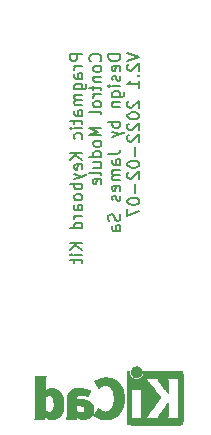
<source format=gbo>
%TF.GenerationSoftware,KiCad,Pcbnew,(6.0.1-0)*%
%TF.CreationDate,2022-02-07T11:31:33+08:00*%
%TF.ProjectId,Pragmatic,50726167-6d61-4746-9963-2e6b69636164,V2*%
%TF.SameCoordinates,Original*%
%TF.FileFunction,Legend,Bot*%
%TF.FilePolarity,Positive*%
%FSLAX46Y46*%
G04 Gerber Fmt 4.6, Leading zero omitted, Abs format (unit mm)*
G04 Created by KiCad (PCBNEW (6.0.1-0)) date 2022-02-07 11:31:33*
%MOMM*%
%LPD*%
G01*
G04 APERTURE LIST*
G04 Aperture macros list*
%AMRoundRect*
0 Rectangle with rounded corners*
0 $1 Rounding radius*
0 $2 $3 $4 $5 $6 $7 $8 $9 X,Y pos of 4 corners*
0 Add a 4 corners polygon primitive as box body*
4,1,4,$2,$3,$4,$5,$6,$7,$8,$9,$2,$3,0*
0 Add four circle primitives for the rounded corners*
1,1,$1+$1,$2,$3*
1,1,$1+$1,$4,$5*
1,1,$1+$1,$6,$7*
1,1,$1+$1,$8,$9*
0 Add four rect primitives between the rounded corners*
20,1,$1+$1,$2,$3,$4,$5,0*
20,1,$1+$1,$4,$5,$6,$7,0*
20,1,$1+$1,$6,$7,$8,$9,0*
20,1,$1+$1,$8,$9,$2,$3,0*%
G04 Aperture macros list end*
%ADD10C,0.150000*%
%ADD11C,0.010000*%
%ADD12R,1.752600X1.752600*%
%ADD13C,1.752600*%
%ADD14RoundRect,0.250000X-0.600000X-0.600000X0.600000X-0.600000X0.600000X0.600000X-0.600000X0.600000X0*%
%ADD15C,1.700000*%
%ADD16RoundRect,0.250000X0.600000X0.600000X-0.600000X0.600000X-0.600000X-0.600000X0.600000X-0.600000X0*%
%ADD17C,2.000000*%
%ADD18C,6.400000*%
%ADD19RoundRect,0.250000X0.600000X-0.600000X0.600000X0.600000X-0.600000X0.600000X-0.600000X-0.600000X0*%
G04 APERTURE END LIST*
D10*
X137737380Y-52405595D02*
X136737380Y-52405595D01*
X136737380Y-52786547D01*
X136785000Y-52881785D01*
X136832619Y-52929404D01*
X136927857Y-52977023D01*
X137070714Y-52977023D01*
X137165952Y-52929404D01*
X137213571Y-52881785D01*
X137261190Y-52786547D01*
X137261190Y-52405595D01*
X137737380Y-53405595D02*
X137070714Y-53405595D01*
X137261190Y-53405595D02*
X137165952Y-53453214D01*
X137118333Y-53500833D01*
X137070714Y-53596071D01*
X137070714Y-53691309D01*
X137737380Y-54453214D02*
X137213571Y-54453214D01*
X137118333Y-54405595D01*
X137070714Y-54310357D01*
X137070714Y-54119880D01*
X137118333Y-54024642D01*
X137689761Y-54453214D02*
X137737380Y-54357976D01*
X137737380Y-54119880D01*
X137689761Y-54024642D01*
X137594523Y-53977023D01*
X137499285Y-53977023D01*
X137404047Y-54024642D01*
X137356428Y-54119880D01*
X137356428Y-54357976D01*
X137308809Y-54453214D01*
X137070714Y-55357976D02*
X137880238Y-55357976D01*
X137975476Y-55310357D01*
X138023095Y-55262738D01*
X138070714Y-55167500D01*
X138070714Y-55024642D01*
X138023095Y-54929404D01*
X137689761Y-55357976D02*
X137737380Y-55262738D01*
X137737380Y-55072261D01*
X137689761Y-54977023D01*
X137642142Y-54929404D01*
X137546904Y-54881785D01*
X137261190Y-54881785D01*
X137165952Y-54929404D01*
X137118333Y-54977023D01*
X137070714Y-55072261D01*
X137070714Y-55262738D01*
X137118333Y-55357976D01*
X137737380Y-55834166D02*
X137070714Y-55834166D01*
X137165952Y-55834166D02*
X137118333Y-55881785D01*
X137070714Y-55977023D01*
X137070714Y-56119880D01*
X137118333Y-56215119D01*
X137213571Y-56262738D01*
X137737380Y-56262738D01*
X137213571Y-56262738D02*
X137118333Y-56310357D01*
X137070714Y-56405595D01*
X137070714Y-56548452D01*
X137118333Y-56643690D01*
X137213571Y-56691309D01*
X137737380Y-56691309D01*
X137737380Y-57596071D02*
X137213571Y-57596071D01*
X137118333Y-57548452D01*
X137070714Y-57453214D01*
X137070714Y-57262738D01*
X137118333Y-57167500D01*
X137689761Y-57596071D02*
X137737380Y-57500833D01*
X137737380Y-57262738D01*
X137689761Y-57167500D01*
X137594523Y-57119880D01*
X137499285Y-57119880D01*
X137404047Y-57167500D01*
X137356428Y-57262738D01*
X137356428Y-57500833D01*
X137308809Y-57596071D01*
X137070714Y-57929404D02*
X137070714Y-58310357D01*
X136737380Y-58072261D02*
X137594523Y-58072261D01*
X137689761Y-58119880D01*
X137737380Y-58215119D01*
X137737380Y-58310357D01*
X137737380Y-58643690D02*
X137070714Y-58643690D01*
X136737380Y-58643690D02*
X136785000Y-58596071D01*
X136832619Y-58643690D01*
X136785000Y-58691309D01*
X136737380Y-58643690D01*
X136832619Y-58643690D01*
X137689761Y-59548452D02*
X137737380Y-59453214D01*
X137737380Y-59262738D01*
X137689761Y-59167500D01*
X137642142Y-59119880D01*
X137546904Y-59072261D01*
X137261190Y-59072261D01*
X137165952Y-59119880D01*
X137118333Y-59167500D01*
X137070714Y-59262738D01*
X137070714Y-59453214D01*
X137118333Y-59548452D01*
X137737380Y-60738928D02*
X136737380Y-60738928D01*
X137737380Y-61310357D02*
X137165952Y-60881785D01*
X136737380Y-61310357D02*
X137308809Y-60738928D01*
X137689761Y-62119880D02*
X137737380Y-62024642D01*
X137737380Y-61834166D01*
X137689761Y-61738928D01*
X137594523Y-61691309D01*
X137213571Y-61691309D01*
X137118333Y-61738928D01*
X137070714Y-61834166D01*
X137070714Y-62024642D01*
X137118333Y-62119880D01*
X137213571Y-62167500D01*
X137308809Y-62167500D01*
X137404047Y-61691309D01*
X137070714Y-62500833D02*
X137737380Y-62738928D01*
X137070714Y-62977023D02*
X137737380Y-62738928D01*
X137975476Y-62643690D01*
X138023095Y-62596071D01*
X138070714Y-62500833D01*
X137737380Y-63357976D02*
X136737380Y-63357976D01*
X137118333Y-63357976D02*
X137070714Y-63453214D01*
X137070714Y-63643690D01*
X137118333Y-63738928D01*
X137165952Y-63786547D01*
X137261190Y-63834166D01*
X137546904Y-63834166D01*
X137642142Y-63786547D01*
X137689761Y-63738928D01*
X137737380Y-63643690D01*
X137737380Y-63453214D01*
X137689761Y-63357976D01*
X137737380Y-64405595D02*
X137689761Y-64310357D01*
X137642142Y-64262738D01*
X137546904Y-64215119D01*
X137261190Y-64215119D01*
X137165952Y-64262738D01*
X137118333Y-64310357D01*
X137070714Y-64405595D01*
X137070714Y-64548452D01*
X137118333Y-64643690D01*
X137165952Y-64691309D01*
X137261190Y-64738928D01*
X137546904Y-64738928D01*
X137642142Y-64691309D01*
X137689761Y-64643690D01*
X137737380Y-64548452D01*
X137737380Y-64405595D01*
X137737380Y-65596071D02*
X137213571Y-65596071D01*
X137118333Y-65548452D01*
X137070714Y-65453214D01*
X137070714Y-65262738D01*
X137118333Y-65167500D01*
X137689761Y-65596071D02*
X137737380Y-65500833D01*
X137737380Y-65262738D01*
X137689761Y-65167500D01*
X137594523Y-65119880D01*
X137499285Y-65119880D01*
X137404047Y-65167500D01*
X137356428Y-65262738D01*
X137356428Y-65500833D01*
X137308809Y-65596071D01*
X137737380Y-66072261D02*
X137070714Y-66072261D01*
X137261190Y-66072261D02*
X137165952Y-66119880D01*
X137118333Y-66167500D01*
X137070714Y-66262738D01*
X137070714Y-66357976D01*
X137737380Y-67119880D02*
X136737380Y-67119880D01*
X137689761Y-67119880D02*
X137737380Y-67024642D01*
X137737380Y-66834166D01*
X137689761Y-66738928D01*
X137642142Y-66691309D01*
X137546904Y-66643690D01*
X137261190Y-66643690D01*
X137165952Y-66691309D01*
X137118333Y-66738928D01*
X137070714Y-66834166D01*
X137070714Y-67024642D01*
X137118333Y-67119880D01*
X137737380Y-68357976D02*
X136737380Y-68357976D01*
X137737380Y-68929404D02*
X137165952Y-68500833D01*
X136737380Y-68929404D02*
X137308809Y-68357976D01*
X137737380Y-69357976D02*
X137070714Y-69357976D01*
X136737380Y-69357976D02*
X136785000Y-69310357D01*
X136832619Y-69357976D01*
X136785000Y-69405595D01*
X136737380Y-69357976D01*
X136832619Y-69357976D01*
X137070714Y-69691309D02*
X137070714Y-70072261D01*
X136737380Y-69834166D02*
X137594523Y-69834166D01*
X137689761Y-69881785D01*
X137737380Y-69977023D01*
X137737380Y-70072261D01*
X139252142Y-52977023D02*
X139299761Y-52929404D01*
X139347380Y-52786547D01*
X139347380Y-52691309D01*
X139299761Y-52548452D01*
X139204523Y-52453214D01*
X139109285Y-52405595D01*
X138918809Y-52357976D01*
X138775952Y-52357976D01*
X138585476Y-52405595D01*
X138490238Y-52453214D01*
X138395000Y-52548452D01*
X138347380Y-52691309D01*
X138347380Y-52786547D01*
X138395000Y-52929404D01*
X138442619Y-52977023D01*
X139347380Y-53548452D02*
X139299761Y-53453214D01*
X139252142Y-53405595D01*
X139156904Y-53357976D01*
X138871190Y-53357976D01*
X138775952Y-53405595D01*
X138728333Y-53453214D01*
X138680714Y-53548452D01*
X138680714Y-53691309D01*
X138728333Y-53786547D01*
X138775952Y-53834166D01*
X138871190Y-53881785D01*
X139156904Y-53881785D01*
X139252142Y-53834166D01*
X139299761Y-53786547D01*
X139347380Y-53691309D01*
X139347380Y-53548452D01*
X138680714Y-54310357D02*
X139347380Y-54310357D01*
X138775952Y-54310357D02*
X138728333Y-54357976D01*
X138680714Y-54453214D01*
X138680714Y-54596071D01*
X138728333Y-54691309D01*
X138823571Y-54738928D01*
X139347380Y-54738928D01*
X138680714Y-55072261D02*
X138680714Y-55453214D01*
X138347380Y-55215119D02*
X139204523Y-55215119D01*
X139299761Y-55262738D01*
X139347380Y-55357976D01*
X139347380Y-55453214D01*
X139347380Y-55786547D02*
X138680714Y-55786547D01*
X138871190Y-55786547D02*
X138775952Y-55834166D01*
X138728333Y-55881785D01*
X138680714Y-55977023D01*
X138680714Y-56072261D01*
X139347380Y-56548452D02*
X139299761Y-56453214D01*
X139252142Y-56405595D01*
X139156904Y-56357976D01*
X138871190Y-56357976D01*
X138775952Y-56405595D01*
X138728333Y-56453214D01*
X138680714Y-56548452D01*
X138680714Y-56691309D01*
X138728333Y-56786547D01*
X138775952Y-56834166D01*
X138871190Y-56881785D01*
X139156904Y-56881785D01*
X139252142Y-56834166D01*
X139299761Y-56786547D01*
X139347380Y-56691309D01*
X139347380Y-56548452D01*
X139347380Y-57453214D02*
X139299761Y-57357976D01*
X139204523Y-57310357D01*
X138347380Y-57310357D01*
X139347380Y-58596071D02*
X138347380Y-58596071D01*
X139061666Y-58929404D01*
X138347380Y-59262738D01*
X139347380Y-59262738D01*
X139347380Y-59881785D02*
X139299761Y-59786547D01*
X139252142Y-59738928D01*
X139156904Y-59691309D01*
X138871190Y-59691309D01*
X138775952Y-59738928D01*
X138728333Y-59786547D01*
X138680714Y-59881785D01*
X138680714Y-60024642D01*
X138728333Y-60119880D01*
X138775952Y-60167500D01*
X138871190Y-60215119D01*
X139156904Y-60215119D01*
X139252142Y-60167500D01*
X139299761Y-60119880D01*
X139347380Y-60024642D01*
X139347380Y-59881785D01*
X139347380Y-61072261D02*
X138347380Y-61072261D01*
X139299761Y-61072261D02*
X139347380Y-60977023D01*
X139347380Y-60786547D01*
X139299761Y-60691309D01*
X139252142Y-60643690D01*
X139156904Y-60596071D01*
X138871190Y-60596071D01*
X138775952Y-60643690D01*
X138728333Y-60691309D01*
X138680714Y-60786547D01*
X138680714Y-60977023D01*
X138728333Y-61072261D01*
X138680714Y-61977023D02*
X139347380Y-61977023D01*
X138680714Y-61548452D02*
X139204523Y-61548452D01*
X139299761Y-61596071D01*
X139347380Y-61691309D01*
X139347380Y-61834166D01*
X139299761Y-61929404D01*
X139252142Y-61977023D01*
X139347380Y-62596071D02*
X139299761Y-62500833D01*
X139204523Y-62453214D01*
X138347380Y-62453214D01*
X139299761Y-63357976D02*
X139347380Y-63262738D01*
X139347380Y-63072261D01*
X139299761Y-62977023D01*
X139204523Y-62929404D01*
X138823571Y-62929404D01*
X138728333Y-62977023D01*
X138680714Y-63072261D01*
X138680714Y-63262738D01*
X138728333Y-63357976D01*
X138823571Y-63405595D01*
X138918809Y-63405595D01*
X139014047Y-62929404D01*
X140957380Y-52405595D02*
X139957380Y-52405595D01*
X139957380Y-52643690D01*
X140005000Y-52786547D01*
X140100238Y-52881785D01*
X140195476Y-52929404D01*
X140385952Y-52977023D01*
X140528809Y-52977023D01*
X140719285Y-52929404D01*
X140814523Y-52881785D01*
X140909761Y-52786547D01*
X140957380Y-52643690D01*
X140957380Y-52405595D01*
X140909761Y-53786547D02*
X140957380Y-53691309D01*
X140957380Y-53500833D01*
X140909761Y-53405595D01*
X140814523Y-53357976D01*
X140433571Y-53357976D01*
X140338333Y-53405595D01*
X140290714Y-53500833D01*
X140290714Y-53691309D01*
X140338333Y-53786547D01*
X140433571Y-53834166D01*
X140528809Y-53834166D01*
X140624047Y-53357976D01*
X140909761Y-54215119D02*
X140957380Y-54310357D01*
X140957380Y-54500833D01*
X140909761Y-54596071D01*
X140814523Y-54643690D01*
X140766904Y-54643690D01*
X140671666Y-54596071D01*
X140624047Y-54500833D01*
X140624047Y-54357976D01*
X140576428Y-54262738D01*
X140481190Y-54215119D01*
X140433571Y-54215119D01*
X140338333Y-54262738D01*
X140290714Y-54357976D01*
X140290714Y-54500833D01*
X140338333Y-54596071D01*
X140957380Y-55072261D02*
X140290714Y-55072261D01*
X139957380Y-55072261D02*
X140005000Y-55024642D01*
X140052619Y-55072261D01*
X140005000Y-55119880D01*
X139957380Y-55072261D01*
X140052619Y-55072261D01*
X140290714Y-55977023D02*
X141100238Y-55977023D01*
X141195476Y-55929404D01*
X141243095Y-55881785D01*
X141290714Y-55786547D01*
X141290714Y-55643690D01*
X141243095Y-55548452D01*
X140909761Y-55977023D02*
X140957380Y-55881785D01*
X140957380Y-55691309D01*
X140909761Y-55596071D01*
X140862142Y-55548452D01*
X140766904Y-55500833D01*
X140481190Y-55500833D01*
X140385952Y-55548452D01*
X140338333Y-55596071D01*
X140290714Y-55691309D01*
X140290714Y-55881785D01*
X140338333Y-55977023D01*
X140290714Y-56453214D02*
X140957380Y-56453214D01*
X140385952Y-56453214D02*
X140338333Y-56500833D01*
X140290714Y-56596071D01*
X140290714Y-56738928D01*
X140338333Y-56834166D01*
X140433571Y-56881785D01*
X140957380Y-56881785D01*
X140957380Y-58119880D02*
X139957380Y-58119880D01*
X140338333Y-58119880D02*
X140290714Y-58215119D01*
X140290714Y-58405595D01*
X140338333Y-58500833D01*
X140385952Y-58548452D01*
X140481190Y-58596071D01*
X140766904Y-58596071D01*
X140862142Y-58548452D01*
X140909761Y-58500833D01*
X140957380Y-58405595D01*
X140957380Y-58215119D01*
X140909761Y-58119880D01*
X140290714Y-58929404D02*
X140957380Y-59167500D01*
X140290714Y-59405595D02*
X140957380Y-59167500D01*
X141195476Y-59072261D01*
X141243095Y-59024642D01*
X141290714Y-58929404D01*
X139957380Y-60834166D02*
X140671666Y-60834166D01*
X140814523Y-60786547D01*
X140909761Y-60691309D01*
X140957380Y-60548452D01*
X140957380Y-60453214D01*
X140957380Y-61738928D02*
X140433571Y-61738928D01*
X140338333Y-61691309D01*
X140290714Y-61596071D01*
X140290714Y-61405595D01*
X140338333Y-61310357D01*
X140909761Y-61738928D02*
X140957380Y-61643690D01*
X140957380Y-61405595D01*
X140909761Y-61310357D01*
X140814523Y-61262738D01*
X140719285Y-61262738D01*
X140624047Y-61310357D01*
X140576428Y-61405595D01*
X140576428Y-61643690D01*
X140528809Y-61738928D01*
X140957380Y-62215119D02*
X140290714Y-62215119D01*
X140385952Y-62215119D02*
X140338333Y-62262738D01*
X140290714Y-62357976D01*
X140290714Y-62500833D01*
X140338333Y-62596071D01*
X140433571Y-62643690D01*
X140957380Y-62643690D01*
X140433571Y-62643690D02*
X140338333Y-62691309D01*
X140290714Y-62786547D01*
X140290714Y-62929404D01*
X140338333Y-63024642D01*
X140433571Y-63072261D01*
X140957380Y-63072261D01*
X140909761Y-63929404D02*
X140957380Y-63834166D01*
X140957380Y-63643690D01*
X140909761Y-63548452D01*
X140814523Y-63500833D01*
X140433571Y-63500833D01*
X140338333Y-63548452D01*
X140290714Y-63643690D01*
X140290714Y-63834166D01*
X140338333Y-63929404D01*
X140433571Y-63977023D01*
X140528809Y-63977023D01*
X140624047Y-63500833D01*
X140909761Y-64357976D02*
X140957380Y-64453214D01*
X140957380Y-64643690D01*
X140909761Y-64738928D01*
X140814523Y-64786547D01*
X140766904Y-64786547D01*
X140671666Y-64738928D01*
X140624047Y-64643690D01*
X140624047Y-64500833D01*
X140576428Y-64405595D01*
X140481190Y-64357976D01*
X140433571Y-64357976D01*
X140338333Y-64405595D01*
X140290714Y-64500833D01*
X140290714Y-64643690D01*
X140338333Y-64738928D01*
X140909761Y-65929404D02*
X140957380Y-66072261D01*
X140957380Y-66310357D01*
X140909761Y-66405595D01*
X140862142Y-66453214D01*
X140766904Y-66500833D01*
X140671666Y-66500833D01*
X140576428Y-66453214D01*
X140528809Y-66405595D01*
X140481190Y-66310357D01*
X140433571Y-66119880D01*
X140385952Y-66024642D01*
X140338333Y-65977023D01*
X140243095Y-65929404D01*
X140147857Y-65929404D01*
X140052619Y-65977023D01*
X140005000Y-66024642D01*
X139957380Y-66119880D01*
X139957380Y-66357976D01*
X140005000Y-66500833D01*
X140957380Y-67357976D02*
X140433571Y-67357976D01*
X140338333Y-67310357D01*
X140290714Y-67215119D01*
X140290714Y-67024642D01*
X140338333Y-66929404D01*
X140909761Y-67357976D02*
X140957380Y-67262738D01*
X140957380Y-67024642D01*
X140909761Y-66929404D01*
X140814523Y-66881785D01*
X140719285Y-66881785D01*
X140624047Y-66929404D01*
X140576428Y-67024642D01*
X140576428Y-67262738D01*
X140528809Y-67357976D01*
X141567380Y-52262738D02*
X142567380Y-52596071D01*
X141567380Y-52929404D01*
X141662619Y-53215119D02*
X141615000Y-53262738D01*
X141567380Y-53357976D01*
X141567380Y-53596071D01*
X141615000Y-53691309D01*
X141662619Y-53738928D01*
X141757857Y-53786547D01*
X141853095Y-53786547D01*
X141995952Y-53738928D01*
X142567380Y-53167500D01*
X142567380Y-53786547D01*
X142472142Y-54215119D02*
X142519761Y-54262738D01*
X142567380Y-54215119D01*
X142519761Y-54167500D01*
X142472142Y-54215119D01*
X142567380Y-54215119D01*
X142567380Y-55215119D02*
X142567380Y-54643690D01*
X142567380Y-54929404D02*
X141567380Y-54929404D01*
X141710238Y-54834166D01*
X141805476Y-54738928D01*
X141853095Y-54643690D01*
X141662619Y-56357976D02*
X141615000Y-56405595D01*
X141567380Y-56500833D01*
X141567380Y-56738928D01*
X141615000Y-56834166D01*
X141662619Y-56881785D01*
X141757857Y-56929404D01*
X141853095Y-56929404D01*
X141995952Y-56881785D01*
X142567380Y-56310357D01*
X142567380Y-56929404D01*
X141567380Y-57548452D02*
X141567380Y-57643690D01*
X141615000Y-57738928D01*
X141662619Y-57786547D01*
X141757857Y-57834166D01*
X141948333Y-57881785D01*
X142186428Y-57881785D01*
X142376904Y-57834166D01*
X142472142Y-57786547D01*
X142519761Y-57738928D01*
X142567380Y-57643690D01*
X142567380Y-57548452D01*
X142519761Y-57453214D01*
X142472142Y-57405595D01*
X142376904Y-57357976D01*
X142186428Y-57310357D01*
X141948333Y-57310357D01*
X141757857Y-57357976D01*
X141662619Y-57405595D01*
X141615000Y-57453214D01*
X141567380Y-57548452D01*
X141662619Y-58262738D02*
X141615000Y-58310357D01*
X141567380Y-58405595D01*
X141567380Y-58643690D01*
X141615000Y-58738928D01*
X141662619Y-58786547D01*
X141757857Y-58834166D01*
X141853095Y-58834166D01*
X141995952Y-58786547D01*
X142567380Y-58215119D01*
X142567380Y-58834166D01*
X141662619Y-59215119D02*
X141615000Y-59262738D01*
X141567380Y-59357976D01*
X141567380Y-59596071D01*
X141615000Y-59691309D01*
X141662619Y-59738928D01*
X141757857Y-59786547D01*
X141853095Y-59786547D01*
X141995952Y-59738928D01*
X142567380Y-59167500D01*
X142567380Y-59786547D01*
X142186428Y-60215119D02*
X142186428Y-60977023D01*
X141567380Y-61643690D02*
X141567380Y-61738928D01*
X141615000Y-61834166D01*
X141662619Y-61881785D01*
X141757857Y-61929404D01*
X141948333Y-61977023D01*
X142186428Y-61977023D01*
X142376904Y-61929404D01*
X142472142Y-61881785D01*
X142519761Y-61834166D01*
X142567380Y-61738928D01*
X142567380Y-61643690D01*
X142519761Y-61548452D01*
X142472142Y-61500833D01*
X142376904Y-61453214D01*
X142186428Y-61405595D01*
X141948333Y-61405595D01*
X141757857Y-61453214D01*
X141662619Y-61500833D01*
X141615000Y-61548452D01*
X141567380Y-61643690D01*
X141662619Y-62357976D02*
X141615000Y-62405595D01*
X141567380Y-62500833D01*
X141567380Y-62738928D01*
X141615000Y-62834166D01*
X141662619Y-62881785D01*
X141757857Y-62929404D01*
X141853095Y-62929404D01*
X141995952Y-62881785D01*
X142567380Y-62310357D01*
X142567380Y-62929404D01*
X142186428Y-63357976D02*
X142186428Y-64119880D01*
X141567380Y-64786547D02*
X141567380Y-64881785D01*
X141615000Y-64977023D01*
X141662619Y-65024642D01*
X141757857Y-65072261D01*
X141948333Y-65119880D01*
X142186428Y-65119880D01*
X142376904Y-65072261D01*
X142472142Y-65024642D01*
X142519761Y-64977023D01*
X142567380Y-64881785D01*
X142567380Y-64786547D01*
X142519761Y-64691309D01*
X142472142Y-64643690D01*
X142376904Y-64596071D01*
X142186428Y-64548452D01*
X141948333Y-64548452D01*
X141757857Y-64596071D01*
X141662619Y-64643690D01*
X141615000Y-64691309D01*
X141567380Y-64786547D01*
X141567380Y-65453214D02*
X141567380Y-66119880D01*
X142567380Y-65691309D01*
D11*
%TO.C,REF\u002A\u002A*%
X133773191Y-81270183D02*
X133773172Y-81504600D01*
X133773172Y-81504600D02*
X133773146Y-81717541D01*
X133773146Y-81717541D02*
X133773073Y-81910106D01*
X133773073Y-81910106D02*
X133772916Y-82083397D01*
X133772916Y-82083397D02*
X133772634Y-82238514D01*
X133772634Y-82238514D02*
X133772189Y-82376558D01*
X133772189Y-82376558D02*
X133771542Y-82498630D01*
X133771542Y-82498630D02*
X133770653Y-82605832D01*
X133770653Y-82605832D02*
X133769485Y-82699264D01*
X133769485Y-82699264D02*
X133767997Y-82780028D01*
X133767997Y-82780028D02*
X133766152Y-82849224D01*
X133766152Y-82849224D02*
X133763909Y-82907953D01*
X133763909Y-82907953D02*
X133761229Y-82957317D01*
X133761229Y-82957317D02*
X133758075Y-82998416D01*
X133758075Y-82998416D02*
X133754406Y-83032351D01*
X133754406Y-83032351D02*
X133750185Y-83060224D01*
X133750185Y-83060224D02*
X133745371Y-83083136D01*
X133745371Y-83083136D02*
X133739925Y-83102187D01*
X133739925Y-83102187D02*
X133733810Y-83118478D01*
X133733810Y-83118478D02*
X133726986Y-83133111D01*
X133726986Y-83133111D02*
X133719413Y-83147187D01*
X133719413Y-83147187D02*
X133711053Y-83161806D01*
X133711053Y-83161806D02*
X133705859Y-83170912D01*
X133705859Y-83170912D02*
X133671594Y-83231627D01*
X133671594Y-83231627D02*
X134529743Y-83231627D01*
X134529743Y-83231627D02*
X134529743Y-83135671D01*
X134529743Y-83135671D02*
X134530474Y-83092308D01*
X134530474Y-83092308D02*
X134532426Y-83059143D01*
X134532426Y-83059143D02*
X134535235Y-83041362D01*
X134535235Y-83041362D02*
X134536477Y-83039716D01*
X134536477Y-83039716D02*
X134547899Y-83046600D01*
X134547899Y-83046600D02*
X134570614Y-83064443D01*
X134570614Y-83064443D02*
X134593313Y-83083817D01*
X134593313Y-83083817D02*
X134647898Y-83124552D01*
X134647898Y-83124552D02*
X134717377Y-83165555D01*
X134717377Y-83165555D02*
X134794428Y-83203061D01*
X134794428Y-83203061D02*
X134871733Y-83233302D01*
X134871733Y-83233302D02*
X134902585Y-83242950D01*
X134902585Y-83242950D02*
X134971082Y-83257516D01*
X134971082Y-83257516D02*
X135053934Y-83267477D01*
X135053934Y-83267477D02*
X135143327Y-83272521D01*
X135143327Y-83272521D02*
X135231450Y-83272334D01*
X135231450Y-83272334D02*
X135310491Y-83266604D01*
X135310491Y-83266604D02*
X135348187Y-83260796D01*
X135348187Y-83260796D02*
X135486284Y-83222735D01*
X135486284Y-83222735D02*
X135613585Y-83165011D01*
X135613585Y-83165011D02*
X135729406Y-83088149D01*
X135729406Y-83088149D02*
X135833061Y-82992677D01*
X135833061Y-82992677D02*
X135923865Y-82879117D01*
X135923865Y-82879117D02*
X135990667Y-82768319D01*
X135990667Y-82768319D02*
X136045534Y-82651563D01*
X136045534Y-82651563D02*
X136087535Y-82532214D01*
X136087535Y-82532214D02*
X136117531Y-82406221D01*
X136117531Y-82406221D02*
X136136387Y-82269532D01*
X136136387Y-82269532D02*
X136144966Y-82118096D01*
X136144966Y-82118096D02*
X136145692Y-82040649D01*
X136145692Y-82040649D02*
X136143598Y-81983872D01*
X136143598Y-81983872D02*
X135314481Y-81983872D01*
X135314481Y-81983872D02*
X135314274Y-82076940D01*
X135314274Y-82076940D02*
X135311361Y-82164630D01*
X135311361Y-82164630D02*
X135305698Y-82241710D01*
X135305698Y-82241710D02*
X135297243Y-82302947D01*
X135297243Y-82302947D02*
X135294660Y-82315288D01*
X135294660Y-82315288D02*
X135262858Y-82422571D01*
X135262858Y-82422571D02*
X135221200Y-82509596D01*
X135221200Y-82509596D02*
X135169335Y-82576580D01*
X135169335Y-82576580D02*
X135106917Y-82623743D01*
X135106917Y-82623743D02*
X135033598Y-82651303D01*
X135033598Y-82651303D02*
X134949029Y-82659479D01*
X134949029Y-82659479D02*
X134852863Y-82648489D01*
X134852863Y-82648489D02*
X134789387Y-82632767D01*
X134789387Y-82632767D02*
X134740244Y-82614577D01*
X134740244Y-82614577D02*
X134686115Y-82588729D01*
X134686115Y-82588729D02*
X134645454Y-82565027D01*
X134645454Y-82565027D02*
X134574898Y-82518659D01*
X134574898Y-82518659D02*
X134574898Y-81368468D01*
X134574898Y-81368468D02*
X134642306Y-81324900D01*
X134642306Y-81324900D02*
X134720831Y-81283978D01*
X134720831Y-81283978D02*
X134805017Y-81257327D01*
X134805017Y-81257327D02*
X134890141Y-81245403D01*
X134890141Y-81245403D02*
X134971482Y-81248660D01*
X134971482Y-81248660D02*
X135044318Y-81267553D01*
X135044318Y-81267553D02*
X135076272Y-81283122D01*
X135076272Y-81283122D02*
X135134197Y-81326119D01*
X135134197Y-81326119D02*
X135183154Y-81382891D01*
X135183154Y-81382891D02*
X135224308Y-81455513D01*
X135224308Y-81455513D02*
X135258824Y-81546059D01*
X135258824Y-81546059D02*
X135287865Y-81656604D01*
X135287865Y-81656604D02*
X135289146Y-81662471D01*
X135289146Y-81662471D02*
X135299317Y-81724726D01*
X135299317Y-81724726D02*
X135306959Y-81802532D01*
X135306959Y-81802532D02*
X135312028Y-81890658D01*
X135312028Y-81890658D02*
X135314481Y-81983872D01*
X135314481Y-81983872D02*
X136143598Y-81983872D01*
X136143598Y-81983872D02*
X136137841Y-81827833D01*
X136137841Y-81827833D02*
X136115896Y-81631997D01*
X136115896Y-81631997D02*
X136079912Y-81453270D01*
X136079912Y-81453270D02*
X136029939Y-81291783D01*
X136029939Y-81291783D02*
X135966030Y-81147664D01*
X135966030Y-81147664D02*
X135888236Y-81021044D01*
X135888236Y-81021044D02*
X135796609Y-80912053D01*
X135796609Y-80912053D02*
X135691201Y-80820821D01*
X135691201Y-80820821D02*
X135646036Y-80789870D01*
X135646036Y-80789870D02*
X135545087Y-80733723D01*
X135545087Y-80733723D02*
X135441797Y-80694112D01*
X135441797Y-80694112D02*
X135331709Y-80669952D01*
X135331709Y-80669952D02*
X135210368Y-80660157D01*
X135210368Y-80660157D02*
X135117862Y-80661203D01*
X135117862Y-80661203D02*
X134988208Y-80672169D01*
X134988208Y-80672169D02*
X134875614Y-80693984D01*
X134875614Y-80693984D02*
X134776823Y-80727652D01*
X134776823Y-80727652D02*
X134688577Y-80774174D01*
X134688577Y-80774174D02*
X134639712Y-80808386D01*
X134639712Y-80808386D02*
X134610345Y-80830300D01*
X134610345Y-80830300D02*
X134588655Y-80845271D01*
X134588655Y-80845271D02*
X134580445Y-80849671D01*
X134580445Y-80849671D02*
X134578830Y-80838842D01*
X134578830Y-80838842D02*
X134577539Y-80808189D01*
X134577539Y-80808189D02*
X134576560Y-80760464D01*
X134576560Y-80760464D02*
X134575881Y-80698417D01*
X134575881Y-80698417D02*
X134575488Y-80624800D01*
X134575488Y-80624800D02*
X134575368Y-80542365D01*
X134575368Y-80542365D02*
X134575510Y-80453863D01*
X134575510Y-80453863D02*
X134575901Y-80362045D01*
X134575901Y-80362045D02*
X134576527Y-80269662D01*
X134576527Y-80269662D02*
X134577378Y-80179466D01*
X134577378Y-80179466D02*
X134578438Y-80094209D01*
X134578438Y-80094209D02*
X134579697Y-80016641D01*
X134579697Y-80016641D02*
X134581142Y-79949514D01*
X134581142Y-79949514D02*
X134582760Y-79895579D01*
X134582760Y-79895579D02*
X134584537Y-79857588D01*
X134584537Y-79857588D02*
X134585029Y-79850605D01*
X134585029Y-79850605D02*
X134592606Y-79780189D01*
X134592606Y-79780189D02*
X134604167Y-79725040D01*
X134604167Y-79725040D02*
X134621906Y-79677919D01*
X134621906Y-79677919D02*
X134648016Y-79631585D01*
X134648016Y-79631585D02*
X134654283Y-79622005D01*
X134654283Y-79622005D02*
X134678715Y-79585316D01*
X134678715Y-79585316D02*
X133773387Y-79585316D01*
X133773387Y-79585316D02*
X133773191Y-81270183D01*
X133773191Y-81270183D02*
X133773191Y-81270183D01*
G36*
X136144966Y-82118096D02*
G01*
X136136387Y-82269532D01*
X136117531Y-82406221D01*
X136087535Y-82532214D01*
X136045534Y-82651563D01*
X135990667Y-82768319D01*
X135923865Y-82879117D01*
X135833061Y-82992677D01*
X135729406Y-83088149D01*
X135613585Y-83165011D01*
X135486284Y-83222735D01*
X135348187Y-83260796D01*
X135310491Y-83266604D01*
X135231450Y-83272334D01*
X135143327Y-83272521D01*
X135053934Y-83267477D01*
X134971082Y-83257516D01*
X134902585Y-83242950D01*
X134871733Y-83233302D01*
X134794428Y-83203061D01*
X134717377Y-83165555D01*
X134647898Y-83124552D01*
X134593313Y-83083817D01*
X134570614Y-83064443D01*
X134547899Y-83046600D01*
X134536477Y-83039716D01*
X134535235Y-83041362D01*
X134532426Y-83059143D01*
X134530474Y-83092308D01*
X134529743Y-83135671D01*
X134529743Y-83231627D01*
X133671594Y-83231627D01*
X133705859Y-83170912D01*
X133711053Y-83161806D01*
X133719413Y-83147187D01*
X133726986Y-83133111D01*
X133733810Y-83118478D01*
X133739925Y-83102187D01*
X133745371Y-83083136D01*
X133750185Y-83060224D01*
X133754406Y-83032351D01*
X133758075Y-82998416D01*
X133761229Y-82957317D01*
X133763909Y-82907953D01*
X133766152Y-82849224D01*
X133767997Y-82780028D01*
X133769485Y-82699264D01*
X133770653Y-82605832D01*
X133771376Y-82518659D01*
X134574898Y-82518659D01*
X134645454Y-82565027D01*
X134686115Y-82588729D01*
X134740244Y-82614577D01*
X134789387Y-82632767D01*
X134852863Y-82648489D01*
X134949029Y-82659479D01*
X135033598Y-82651303D01*
X135106917Y-82623743D01*
X135169335Y-82576580D01*
X135221200Y-82509596D01*
X135262858Y-82422571D01*
X135294660Y-82315288D01*
X135297243Y-82302947D01*
X135305698Y-82241710D01*
X135311361Y-82164630D01*
X135314274Y-82076940D01*
X135314481Y-81983872D01*
X135312028Y-81890658D01*
X135306959Y-81802532D01*
X135299317Y-81724726D01*
X135289146Y-81662471D01*
X135287865Y-81656604D01*
X135258824Y-81546059D01*
X135224308Y-81455513D01*
X135183154Y-81382891D01*
X135134197Y-81326119D01*
X135076272Y-81283122D01*
X135044318Y-81267553D01*
X134971482Y-81248660D01*
X134890141Y-81245403D01*
X134805017Y-81257327D01*
X134720831Y-81283978D01*
X134642306Y-81324900D01*
X134574898Y-81368468D01*
X134574898Y-82518659D01*
X133771376Y-82518659D01*
X133771542Y-82498630D01*
X133772189Y-82376558D01*
X133772634Y-82238514D01*
X133772916Y-82083397D01*
X133773073Y-81910106D01*
X133773146Y-81717541D01*
X133773172Y-81504600D01*
X133773191Y-81270183D01*
X133773387Y-79585316D01*
X134678715Y-79585316D01*
X134654283Y-79622005D01*
X134648016Y-79631585D01*
X134621906Y-79677919D01*
X134604167Y-79725040D01*
X134592606Y-79780189D01*
X134585029Y-79850605D01*
X134584537Y-79857588D01*
X134582760Y-79895579D01*
X134581142Y-79949514D01*
X134579697Y-80016641D01*
X134578438Y-80094209D01*
X134577378Y-80179466D01*
X134576527Y-80269662D01*
X134575901Y-80362045D01*
X134575510Y-80453863D01*
X134575368Y-80542365D01*
X134575488Y-80624800D01*
X134575881Y-80698417D01*
X134576560Y-80760464D01*
X134577539Y-80808189D01*
X134578830Y-80838842D01*
X134580445Y-80849671D01*
X134588655Y-80845271D01*
X134610345Y-80830300D01*
X134639712Y-80808386D01*
X134688577Y-80774174D01*
X134776823Y-80727652D01*
X134875614Y-80693984D01*
X134988208Y-80672169D01*
X135117862Y-80661203D01*
X135210368Y-80660157D01*
X135331709Y-80669952D01*
X135441797Y-80694112D01*
X135545087Y-80733723D01*
X135646036Y-80789870D01*
X135691201Y-80820821D01*
X135796609Y-80912053D01*
X135888236Y-81021044D01*
X135966030Y-81147664D01*
X136029939Y-81291783D01*
X136079912Y-81453270D01*
X136115896Y-81631997D01*
X136137841Y-81827833D01*
X136143598Y-81983872D01*
X136145692Y-82040649D01*
X136144966Y-82118096D01*
G37*
X136144966Y-82118096D02*
X136136387Y-82269532D01*
X136117531Y-82406221D01*
X136087535Y-82532214D01*
X136045534Y-82651563D01*
X135990667Y-82768319D01*
X135923865Y-82879117D01*
X135833061Y-82992677D01*
X135729406Y-83088149D01*
X135613585Y-83165011D01*
X135486284Y-83222735D01*
X135348187Y-83260796D01*
X135310491Y-83266604D01*
X135231450Y-83272334D01*
X135143327Y-83272521D01*
X135053934Y-83267477D01*
X134971082Y-83257516D01*
X134902585Y-83242950D01*
X134871733Y-83233302D01*
X134794428Y-83203061D01*
X134717377Y-83165555D01*
X134647898Y-83124552D01*
X134593313Y-83083817D01*
X134570614Y-83064443D01*
X134547899Y-83046600D01*
X134536477Y-83039716D01*
X134535235Y-83041362D01*
X134532426Y-83059143D01*
X134530474Y-83092308D01*
X134529743Y-83135671D01*
X134529743Y-83231627D01*
X133671594Y-83231627D01*
X133705859Y-83170912D01*
X133711053Y-83161806D01*
X133719413Y-83147187D01*
X133726986Y-83133111D01*
X133733810Y-83118478D01*
X133739925Y-83102187D01*
X133745371Y-83083136D01*
X133750185Y-83060224D01*
X133754406Y-83032351D01*
X133758075Y-82998416D01*
X133761229Y-82957317D01*
X133763909Y-82907953D01*
X133766152Y-82849224D01*
X133767997Y-82780028D01*
X133769485Y-82699264D01*
X133770653Y-82605832D01*
X133771376Y-82518659D01*
X134574898Y-82518659D01*
X134645454Y-82565027D01*
X134686115Y-82588729D01*
X134740244Y-82614577D01*
X134789387Y-82632767D01*
X134852863Y-82648489D01*
X134949029Y-82659479D01*
X135033598Y-82651303D01*
X135106917Y-82623743D01*
X135169335Y-82576580D01*
X135221200Y-82509596D01*
X135262858Y-82422571D01*
X135294660Y-82315288D01*
X135297243Y-82302947D01*
X135305698Y-82241710D01*
X135311361Y-82164630D01*
X135314274Y-82076940D01*
X135314481Y-81983872D01*
X135312028Y-81890658D01*
X135306959Y-81802532D01*
X135299317Y-81724726D01*
X135289146Y-81662471D01*
X135287865Y-81656604D01*
X135258824Y-81546059D01*
X135224308Y-81455513D01*
X135183154Y-81382891D01*
X135134197Y-81326119D01*
X135076272Y-81283122D01*
X135044318Y-81267553D01*
X134971482Y-81248660D01*
X134890141Y-81245403D01*
X134805017Y-81257327D01*
X134720831Y-81283978D01*
X134642306Y-81324900D01*
X134574898Y-81368468D01*
X134574898Y-82518659D01*
X133771376Y-82518659D01*
X133771542Y-82498630D01*
X133772189Y-82376558D01*
X133772634Y-82238514D01*
X133772916Y-82083397D01*
X133773073Y-81910106D01*
X133773146Y-81717541D01*
X133773172Y-81504600D01*
X133773191Y-81270183D01*
X133773387Y-79585316D01*
X134678715Y-79585316D01*
X134654283Y-79622005D01*
X134648016Y-79631585D01*
X134621906Y-79677919D01*
X134604167Y-79725040D01*
X134592606Y-79780189D01*
X134585029Y-79850605D01*
X134584537Y-79857588D01*
X134582760Y-79895579D01*
X134581142Y-79949514D01*
X134579697Y-80016641D01*
X134578438Y-80094209D01*
X134577378Y-80179466D01*
X134576527Y-80269662D01*
X134575901Y-80362045D01*
X134575510Y-80453863D01*
X134575368Y-80542365D01*
X134575488Y-80624800D01*
X134575881Y-80698417D01*
X134576560Y-80760464D01*
X134577539Y-80808189D01*
X134578830Y-80838842D01*
X134580445Y-80849671D01*
X134588655Y-80845271D01*
X134610345Y-80830300D01*
X134639712Y-80808386D01*
X134688577Y-80774174D01*
X134776823Y-80727652D01*
X134875614Y-80693984D01*
X134988208Y-80672169D01*
X135117862Y-80661203D01*
X135210368Y-80660157D01*
X135331709Y-80669952D01*
X135441797Y-80694112D01*
X135545087Y-80733723D01*
X135646036Y-80789870D01*
X135691201Y-80820821D01*
X135796609Y-80912053D01*
X135888236Y-81021044D01*
X135966030Y-81147664D01*
X136029939Y-81291783D01*
X136079912Y-81453270D01*
X136115896Y-81631997D01*
X136137841Y-81827833D01*
X136143598Y-81983872D01*
X136145692Y-82040649D01*
X136144966Y-82118096D01*
X139631269Y-79747009D02*
X139471128Y-79768183D01*
X139471128Y-79768183D02*
X139307188Y-79808323D01*
X139307188Y-79808323D02*
X139137385Y-79867827D01*
X139137385Y-79867827D02*
X138959655Y-79947092D01*
X138959655Y-79947092D02*
X138948388Y-79952637D01*
X138948388Y-79952637D02*
X138890693Y-79980663D01*
X138890693Y-79980663D02*
X138839146Y-80004740D01*
X138839146Y-80004740D02*
X138797507Y-80023187D01*
X138797507Y-80023187D02*
X138769536Y-80034324D01*
X138769536Y-80034324D02*
X138759965Y-80036871D01*
X138759965Y-80036871D02*
X138740748Y-80041879D01*
X138740748Y-80041879D02*
X138736137Y-80046085D01*
X138736137Y-80046085D02*
X138741240Y-80056518D01*
X138741240Y-80056518D02*
X138757280Y-80082806D01*
X138757280Y-80082806D02*
X138782410Y-80122195D01*
X138782410Y-80122195D02*
X138814784Y-80171929D01*
X138814784Y-80171929D02*
X138852555Y-80229253D01*
X138852555Y-80229253D02*
X138893876Y-80291414D01*
X138893876Y-80291414D02*
X138936900Y-80355656D01*
X138936900Y-80355656D02*
X138979781Y-80419223D01*
X138979781Y-80419223D02*
X139020672Y-80479363D01*
X139020672Y-80479363D02*
X139057727Y-80533318D01*
X139057727Y-80533318D02*
X139089098Y-80578335D01*
X139089098Y-80578335D02*
X139112939Y-80611659D01*
X139112939Y-80611659D02*
X139127404Y-80630535D01*
X139127404Y-80630535D02*
X139129389Y-80632725D01*
X139129389Y-80632725D02*
X139139507Y-80628076D01*
X139139507Y-80628076D02*
X139161848Y-80610900D01*
X139161848Y-80610900D02*
X139192418Y-80584378D01*
X139192418Y-80584378D02*
X139208162Y-80569902D01*
X139208162Y-80569902D02*
X139304651Y-80494620D01*
X139304651Y-80494620D02*
X139411362Y-80439179D01*
X139411362Y-80439179D02*
X139526866Y-80404079D01*
X139526866Y-80404079D02*
X139649736Y-80389818D01*
X139649736Y-80389818D02*
X139719137Y-80390989D01*
X139719137Y-80390989D02*
X139840275Y-80408150D01*
X139840275Y-80408150D02*
X139949493Y-80444032D01*
X139949493Y-80444032D02*
X140047116Y-80498897D01*
X140047116Y-80498897D02*
X140133470Y-80573008D01*
X140133470Y-80573008D02*
X140208883Y-80666626D01*
X140208883Y-80666626D02*
X140273680Y-80780014D01*
X140273680Y-80780014D02*
X140311097Y-80866605D01*
X140311097Y-80866605D02*
X140354950Y-81002304D01*
X140354950Y-81002304D02*
X140387270Y-81149788D01*
X140387270Y-81149788D02*
X140408141Y-81305252D01*
X140408141Y-81305252D02*
X140417647Y-81464894D01*
X140417647Y-81464894D02*
X140415871Y-81624911D01*
X140415871Y-81624911D02*
X140402895Y-81781499D01*
X140402895Y-81781499D02*
X140378804Y-81930856D01*
X140378804Y-81930856D02*
X140343680Y-82069178D01*
X140343680Y-82069178D02*
X140297606Y-82192662D01*
X140297606Y-82192662D02*
X140281325Y-82226916D01*
X140281325Y-82226916D02*
X140213078Y-82341002D01*
X140213078Y-82341002D02*
X140132619Y-82437495D01*
X140132619Y-82437495D02*
X140041128Y-82515608D01*
X140041128Y-82515608D02*
X139939787Y-82574555D01*
X139939787Y-82574555D02*
X139829778Y-82613550D01*
X139829778Y-82613550D02*
X139712283Y-82631806D01*
X139712283Y-82631806D02*
X139670815Y-82633149D01*
X139670815Y-82633149D02*
X139549257Y-82622228D01*
X139549257Y-82622228D02*
X139428820Y-82589412D01*
X139428820Y-82589412D02*
X139311032Y-82535377D01*
X139311032Y-82535377D02*
X139197421Y-82460803D01*
X139197421Y-82460803D02*
X139106013Y-82382477D01*
X139106013Y-82382477D02*
X139059483Y-82337946D01*
X139059483Y-82337946D02*
X138878215Y-82635209D01*
X138878215Y-82635209D02*
X138833118Y-82709371D01*
X138833118Y-82709371D02*
X138791879Y-82777584D01*
X138791879Y-82777584D02*
X138755963Y-82837397D01*
X138755963Y-82837397D02*
X138726832Y-82886358D01*
X138726832Y-82886358D02*
X138705948Y-82922017D01*
X138705948Y-82922017D02*
X138694774Y-82941922D01*
X138694774Y-82941922D02*
X138693323Y-82945017D01*
X138693323Y-82945017D02*
X138701552Y-82954656D01*
X138701552Y-82954656D02*
X138727131Y-82971937D01*
X138727131Y-82971937D02*
X138766825Y-82995221D01*
X138766825Y-82995221D02*
X138817401Y-83022872D01*
X138817401Y-83022872D02*
X138875624Y-83053253D01*
X138875624Y-83053253D02*
X138938261Y-83084728D01*
X138938261Y-83084728D02*
X139002077Y-83115660D01*
X139002077Y-83115660D02*
X139063838Y-83144411D01*
X139063838Y-83144411D02*
X139120310Y-83169346D01*
X139120310Y-83169346D02*
X139168260Y-83188827D01*
X139168260Y-83188827D02*
X139191712Y-83197256D01*
X139191712Y-83197256D02*
X139325477Y-83235071D01*
X139325477Y-83235071D02*
X139463371Y-83260074D01*
X139463371Y-83260074D02*
X139611076Y-83273078D01*
X139611076Y-83273078D02*
X139737865Y-83275406D01*
X139737865Y-83275406D02*
X139805820Y-83274311D01*
X139805820Y-83274311D02*
X139871421Y-83272213D01*
X139871421Y-83272213D02*
X139928851Y-83269372D01*
X139928851Y-83269372D02*
X139972295Y-83266044D01*
X139972295Y-83266044D02*
X139986400Y-83264360D01*
X139986400Y-83264360D02*
X140125414Y-83235525D01*
X140125414Y-83235525D02*
X140266941Y-83190406D01*
X140266941Y-83190406D02*
X140404423Y-83131688D01*
X140404423Y-83131688D02*
X140531304Y-83062058D01*
X140531304Y-83062058D02*
X140608809Y-83009379D01*
X140608809Y-83009379D02*
X140736217Y-82901177D01*
X140736217Y-82901177D02*
X140854520Y-82774609D01*
X140854520Y-82774609D02*
X140961526Y-82632804D01*
X140961526Y-82632804D02*
X141055046Y-82478889D01*
X141055046Y-82478889D02*
X141132888Y-82315991D01*
X141132888Y-82315991D02*
X141176742Y-82198694D01*
X141176742Y-82198694D02*
X141226990Y-82015066D01*
X141226990Y-82015066D02*
X141260489Y-81820519D01*
X141260489Y-81820519D02*
X141277249Y-81619263D01*
X141277249Y-81619263D02*
X141277282Y-81415506D01*
X141277282Y-81415506D02*
X141260597Y-81213459D01*
X141260597Y-81213459D02*
X141227205Y-81017330D01*
X141227205Y-81017330D02*
X141177118Y-80831329D01*
X141177118Y-80831329D02*
X141173301Y-80819741D01*
X141173301Y-80819741D02*
X141110417Y-80657688D01*
X141110417Y-80657688D02*
X141033670Y-80509770D01*
X141033670Y-80509770D02*
X140940456Y-80371803D01*
X140940456Y-80371803D02*
X140828171Y-80239599D01*
X140828171Y-80239599D02*
X140784306Y-80194337D01*
X140784306Y-80194337D02*
X140648164Y-80070395D01*
X140648164Y-80070395D02*
X140508207Y-79967853D01*
X140508207Y-79967853D02*
X140362287Y-79885594D01*
X140362287Y-79885594D02*
X140208256Y-79822502D01*
X140208256Y-79822502D02*
X140043966Y-79777461D01*
X140043966Y-79777461D02*
X139948409Y-79759971D01*
X139948409Y-79759971D02*
X139789675Y-79744404D01*
X139789675Y-79744404D02*
X139631269Y-79747009D01*
X139631269Y-79747009D02*
X139631269Y-79747009D01*
G36*
X139948409Y-79759971D02*
G01*
X140043966Y-79777461D01*
X140208256Y-79822502D01*
X140362287Y-79885594D01*
X140508207Y-79967853D01*
X140648164Y-80070395D01*
X140784306Y-80194337D01*
X140828171Y-80239599D01*
X140940456Y-80371803D01*
X141033670Y-80509770D01*
X141110417Y-80657688D01*
X141173301Y-80819741D01*
X141177118Y-80831329D01*
X141227205Y-81017330D01*
X141260597Y-81213459D01*
X141277282Y-81415506D01*
X141277249Y-81619263D01*
X141260489Y-81820519D01*
X141226990Y-82015066D01*
X141176742Y-82198694D01*
X141132888Y-82315991D01*
X141055046Y-82478889D01*
X140961526Y-82632804D01*
X140854520Y-82774609D01*
X140736217Y-82901177D01*
X140608809Y-83009379D01*
X140531304Y-83062058D01*
X140404423Y-83131688D01*
X140266941Y-83190406D01*
X140125414Y-83235525D01*
X139986400Y-83264360D01*
X139972295Y-83266044D01*
X139928851Y-83269372D01*
X139871421Y-83272213D01*
X139805820Y-83274311D01*
X139737865Y-83275406D01*
X139611076Y-83273078D01*
X139463371Y-83260074D01*
X139325477Y-83235071D01*
X139191712Y-83197256D01*
X139168260Y-83188827D01*
X139120310Y-83169346D01*
X139063838Y-83144411D01*
X139002077Y-83115660D01*
X138938261Y-83084728D01*
X138875624Y-83053253D01*
X138817401Y-83022872D01*
X138766825Y-82995221D01*
X138727131Y-82971937D01*
X138701552Y-82954656D01*
X138693323Y-82945017D01*
X138694774Y-82941922D01*
X138705948Y-82922017D01*
X138726832Y-82886358D01*
X138755963Y-82837397D01*
X138791879Y-82777584D01*
X138833118Y-82709371D01*
X138878215Y-82635209D01*
X139059483Y-82337946D01*
X139106013Y-82382477D01*
X139197421Y-82460803D01*
X139311032Y-82535377D01*
X139428820Y-82589412D01*
X139549257Y-82622228D01*
X139670815Y-82633149D01*
X139712283Y-82631806D01*
X139829778Y-82613550D01*
X139939787Y-82574555D01*
X140041128Y-82515608D01*
X140132619Y-82437495D01*
X140213078Y-82341002D01*
X140281325Y-82226916D01*
X140297606Y-82192662D01*
X140343680Y-82069178D01*
X140378804Y-81930856D01*
X140402895Y-81781499D01*
X140415871Y-81624911D01*
X140417647Y-81464894D01*
X140408141Y-81305252D01*
X140387270Y-81149788D01*
X140354950Y-81002304D01*
X140311097Y-80866605D01*
X140273680Y-80780014D01*
X140208883Y-80666626D01*
X140133470Y-80573008D01*
X140047116Y-80498897D01*
X139949493Y-80444032D01*
X139840275Y-80408150D01*
X139719137Y-80390989D01*
X139649736Y-80389818D01*
X139526866Y-80404079D01*
X139411362Y-80439179D01*
X139304651Y-80494620D01*
X139208162Y-80569902D01*
X139192418Y-80584378D01*
X139161848Y-80610900D01*
X139139507Y-80628076D01*
X139129389Y-80632725D01*
X139127404Y-80630535D01*
X139112939Y-80611659D01*
X139089098Y-80578335D01*
X139057727Y-80533318D01*
X139020672Y-80479363D01*
X138979781Y-80419223D01*
X138936900Y-80355656D01*
X138893876Y-80291414D01*
X138852555Y-80229253D01*
X138814784Y-80171929D01*
X138782410Y-80122195D01*
X138757280Y-80082806D01*
X138741240Y-80056518D01*
X138736137Y-80046085D01*
X138740748Y-80041879D01*
X138759965Y-80036871D01*
X138769536Y-80034324D01*
X138797507Y-80023187D01*
X138839146Y-80004740D01*
X138890693Y-79980663D01*
X138948388Y-79952637D01*
X138959655Y-79947092D01*
X139137385Y-79867827D01*
X139307188Y-79808323D01*
X139471128Y-79768183D01*
X139631269Y-79747009D01*
X139789675Y-79744404D01*
X139948409Y-79759971D01*
G37*
X139948409Y-79759971D02*
X140043966Y-79777461D01*
X140208256Y-79822502D01*
X140362287Y-79885594D01*
X140508207Y-79967853D01*
X140648164Y-80070395D01*
X140784306Y-80194337D01*
X140828171Y-80239599D01*
X140940456Y-80371803D01*
X141033670Y-80509770D01*
X141110417Y-80657688D01*
X141173301Y-80819741D01*
X141177118Y-80831329D01*
X141227205Y-81017330D01*
X141260597Y-81213459D01*
X141277282Y-81415506D01*
X141277249Y-81619263D01*
X141260489Y-81820519D01*
X141226990Y-82015066D01*
X141176742Y-82198694D01*
X141132888Y-82315991D01*
X141055046Y-82478889D01*
X140961526Y-82632804D01*
X140854520Y-82774609D01*
X140736217Y-82901177D01*
X140608809Y-83009379D01*
X140531304Y-83062058D01*
X140404423Y-83131688D01*
X140266941Y-83190406D01*
X140125414Y-83235525D01*
X139986400Y-83264360D01*
X139972295Y-83266044D01*
X139928851Y-83269372D01*
X139871421Y-83272213D01*
X139805820Y-83274311D01*
X139737865Y-83275406D01*
X139611076Y-83273078D01*
X139463371Y-83260074D01*
X139325477Y-83235071D01*
X139191712Y-83197256D01*
X139168260Y-83188827D01*
X139120310Y-83169346D01*
X139063838Y-83144411D01*
X139002077Y-83115660D01*
X138938261Y-83084728D01*
X138875624Y-83053253D01*
X138817401Y-83022872D01*
X138766825Y-82995221D01*
X138727131Y-82971937D01*
X138701552Y-82954656D01*
X138693323Y-82945017D01*
X138694774Y-82941922D01*
X138705948Y-82922017D01*
X138726832Y-82886358D01*
X138755963Y-82837397D01*
X138791879Y-82777584D01*
X138833118Y-82709371D01*
X138878215Y-82635209D01*
X139059483Y-82337946D01*
X139106013Y-82382477D01*
X139197421Y-82460803D01*
X139311032Y-82535377D01*
X139428820Y-82589412D01*
X139549257Y-82622228D01*
X139670815Y-82633149D01*
X139712283Y-82631806D01*
X139829778Y-82613550D01*
X139939787Y-82574555D01*
X140041128Y-82515608D01*
X140132619Y-82437495D01*
X140213078Y-82341002D01*
X140281325Y-82226916D01*
X140297606Y-82192662D01*
X140343680Y-82069178D01*
X140378804Y-81930856D01*
X140402895Y-81781499D01*
X140415871Y-81624911D01*
X140417647Y-81464894D01*
X140408141Y-81305252D01*
X140387270Y-81149788D01*
X140354950Y-81002304D01*
X140311097Y-80866605D01*
X140273680Y-80780014D01*
X140208883Y-80666626D01*
X140133470Y-80573008D01*
X140047116Y-80498897D01*
X139949493Y-80444032D01*
X139840275Y-80408150D01*
X139719137Y-80390989D01*
X139649736Y-80389818D01*
X139526866Y-80404079D01*
X139411362Y-80439179D01*
X139304651Y-80494620D01*
X139208162Y-80569902D01*
X139192418Y-80584378D01*
X139161848Y-80610900D01*
X139139507Y-80628076D01*
X139129389Y-80632725D01*
X139127404Y-80630535D01*
X139112939Y-80611659D01*
X139089098Y-80578335D01*
X139057727Y-80533318D01*
X139020672Y-80479363D01*
X138979781Y-80419223D01*
X138936900Y-80355656D01*
X138893876Y-80291414D01*
X138852555Y-80229253D01*
X138814784Y-80171929D01*
X138782410Y-80122195D01*
X138757280Y-80082806D01*
X138741240Y-80056518D01*
X138736137Y-80046085D01*
X138740748Y-80041879D01*
X138759965Y-80036871D01*
X138769536Y-80034324D01*
X138797507Y-80023187D01*
X138839146Y-80004740D01*
X138890693Y-79980663D01*
X138948388Y-79952637D01*
X138959655Y-79947092D01*
X139137385Y-79867827D01*
X139307188Y-79808323D01*
X139471128Y-79768183D01*
X139631269Y-79747009D01*
X139789675Y-79744404D01*
X139948409Y-79759971D01*
X137286124Y-80664490D02*
X137134206Y-80684505D01*
X137134206Y-80684505D02*
X136998942Y-80718140D01*
X136998942Y-80718140D02*
X136879459Y-80765663D01*
X136879459Y-80765663D02*
X136774883Y-80827343D01*
X136774883Y-80827343D02*
X136697274Y-80890903D01*
X136697274Y-80890903D02*
X136628433Y-80965037D01*
X136628433Y-80965037D02*
X136574692Y-81044809D01*
X136574692Y-81044809D02*
X136531788Y-81137029D01*
X136531788Y-81137029D02*
X136516314Y-81180099D01*
X136516314Y-81180099D02*
X136503454Y-81219080D01*
X136503454Y-81219080D02*
X136492252Y-81255227D01*
X136492252Y-81255227D02*
X136482578Y-81290372D01*
X136482578Y-81290372D02*
X136474302Y-81326348D01*
X136474302Y-81326348D02*
X136467295Y-81364988D01*
X136467295Y-81364988D02*
X136461426Y-81408123D01*
X136461426Y-81408123D02*
X136456567Y-81457587D01*
X136456567Y-81457587D02*
X136452588Y-81515211D01*
X136452588Y-81515211D02*
X136449358Y-81582829D01*
X136449358Y-81582829D02*
X136446749Y-81662272D01*
X136446749Y-81662272D02*
X136444631Y-81755374D01*
X136444631Y-81755374D02*
X136442874Y-81863965D01*
X136442874Y-81863965D02*
X136441349Y-81989880D01*
X136441349Y-81989880D02*
X136439926Y-82134950D01*
X136439926Y-82134950D02*
X136438673Y-82277716D01*
X136438673Y-82277716D02*
X136437347Y-82433906D01*
X136437347Y-82433906D02*
X136436142Y-82569177D01*
X136436142Y-82569177D02*
X136434932Y-82685184D01*
X136434932Y-82685184D02*
X136433592Y-82783583D01*
X136433592Y-82783583D02*
X136431998Y-82866031D01*
X136431998Y-82866031D02*
X136430023Y-82934184D01*
X136430023Y-82934184D02*
X136427542Y-82989698D01*
X136427542Y-82989698D02*
X136424429Y-83034230D01*
X136424429Y-83034230D02*
X136420560Y-83069436D01*
X136420560Y-83069436D02*
X136415809Y-83096972D01*
X136415809Y-83096972D02*
X136410050Y-83118494D01*
X136410050Y-83118494D02*
X136403159Y-83135660D01*
X136403159Y-83135660D02*
X136395009Y-83150124D01*
X136395009Y-83150124D02*
X136385475Y-83163544D01*
X136385475Y-83163544D02*
X136374432Y-83177576D01*
X136374432Y-83177576D02*
X136370132Y-83183009D01*
X136370132Y-83183009D02*
X136354312Y-83205848D01*
X136354312Y-83205848D02*
X136347276Y-83221401D01*
X136347276Y-83221401D02*
X136347254Y-83221860D01*
X136347254Y-83221860D02*
X136358131Y-83224059D01*
X136358131Y-83224059D02*
X136389116Y-83226085D01*
X136389116Y-83226085D02*
X136437741Y-83227880D01*
X136437741Y-83227880D02*
X136501535Y-83229389D01*
X136501535Y-83229389D02*
X136578029Y-83230554D01*
X136578029Y-83230554D02*
X136664754Y-83231318D01*
X136664754Y-83231318D02*
X136759241Y-83231624D01*
X136759241Y-83231624D02*
X136770148Y-83231627D01*
X136770148Y-83231627D02*
X137193041Y-83231627D01*
X137193041Y-83231627D02*
X137196303Y-83135560D01*
X137196303Y-83135560D02*
X137199565Y-83039494D01*
X137199565Y-83039494D02*
X137261654Y-83090481D01*
X137261654Y-83090481D02*
X137358984Y-83157995D01*
X137358984Y-83157995D02*
X137468885Y-83212687D01*
X137468885Y-83212687D02*
X137555349Y-83242916D01*
X137555349Y-83242916D02*
X137624420Y-83257604D01*
X137624420Y-83257604D02*
X137707773Y-83267597D01*
X137707773Y-83267597D02*
X137797539Y-83272584D01*
X137797539Y-83272584D02*
X137885853Y-83272251D01*
X137885853Y-83272251D02*
X137964847Y-83266289D01*
X137964847Y-83266289D02*
X138001076Y-83260576D01*
X138001076Y-83260576D02*
X138141095Y-83222714D01*
X138141095Y-83222714D02*
X138267520Y-83167870D01*
X138267520Y-83167870D02*
X138379438Y-83096862D01*
X138379438Y-83096862D02*
X138475936Y-83010506D01*
X138475936Y-83010506D02*
X138556098Y-82909617D01*
X138556098Y-82909617D02*
X138619011Y-82795014D01*
X138619011Y-82795014D02*
X138663386Y-82668922D01*
X138663386Y-82668922D02*
X138675720Y-82612339D01*
X138675720Y-82612339D02*
X138683330Y-82550140D01*
X138683330Y-82550140D02*
X138686959Y-82475301D01*
X138686959Y-82475301D02*
X138687453Y-82441405D01*
X138687453Y-82441405D02*
X138687388Y-82438220D01*
X138687388Y-82438220D02*
X137927450Y-82438220D01*
X137927450Y-82438220D02*
X137918157Y-82513271D01*
X137918157Y-82513271D02*
X137889970Y-82577098D01*
X137889970Y-82577098D02*
X137841501Y-82632736D01*
X137841501Y-82632736D02*
X137836444Y-82637149D01*
X137836444Y-82637149D02*
X137788150Y-82671975D01*
X137788150Y-82671975D02*
X137736441Y-82694558D01*
X137736441Y-82694558D02*
X137675709Y-82706478D01*
X137675709Y-82706478D02*
X137600346Y-82709321D01*
X137600346Y-82709321D02*
X137582239Y-82708916D01*
X137582239Y-82708916D02*
X137528420Y-82706263D01*
X137528420Y-82706263D02*
X137488390Y-82700847D01*
X137488390Y-82700847D02*
X137453374Y-82690683D01*
X137453374Y-82690683D02*
X137414595Y-82673788D01*
X137414595Y-82673788D02*
X137403953Y-82668610D01*
X137403953Y-82668610D02*
X137343302Y-82632782D01*
X137343302Y-82632782D02*
X137296483Y-82590150D01*
X137296483Y-82590150D02*
X137283746Y-82574911D01*
X137283746Y-82574911D02*
X137239076Y-82518400D01*
X137239076Y-82518400D02*
X137239076Y-82322524D01*
X137239076Y-82322524D02*
X137239612Y-82243877D01*
X137239612Y-82243877D02*
X137241302Y-82185926D01*
X137241302Y-82185926D02*
X137244270Y-82146813D01*
X137244270Y-82146813D02*
X137248641Y-82124679D01*
X137248641Y-82124679D02*
X137252726Y-82118212D01*
X137252726Y-82118212D02*
X137268651Y-82115049D01*
X137268651Y-82115049D02*
X137302434Y-82112426D01*
X137302434Y-82112426D02*
X137349358Y-82110593D01*
X137349358Y-82110593D02*
X137404705Y-82109795D01*
X137404705Y-82109795D02*
X137413592Y-82109780D01*
X137413592Y-82109780D02*
X137534368Y-82115034D01*
X137534368Y-82115034D02*
X137637038Y-82131201D01*
X137637038Y-82131201D02*
X137723592Y-82158899D01*
X137723592Y-82158899D02*
X137796017Y-82198746D01*
X137796017Y-82198746D02*
X137850947Y-82245696D01*
X137850947Y-82245696D02*
X137895494Y-82303583D01*
X137895494Y-82303583D02*
X137920218Y-82366631D01*
X137920218Y-82366631D02*
X137927450Y-82438220D01*
X137927450Y-82438220D02*
X138687388Y-82438220D01*
X138687388Y-82438220D02*
X138685520Y-82347650D01*
X138685520Y-82347650D02*
X138677176Y-82268750D01*
X138677176Y-82268750D02*
X138660930Y-82197528D01*
X138660930Y-82197528D02*
X138635293Y-82126802D01*
X138635293Y-82126802D02*
X138611297Y-82074431D01*
X138611297Y-82074431D02*
X138552678Y-81979134D01*
X138552678Y-81979134D02*
X138474581Y-81891108D01*
X138474581Y-81891108D02*
X138379383Y-81811955D01*
X138379383Y-81811955D02*
X138269460Y-81743278D01*
X138269460Y-81743278D02*
X138147188Y-81686679D01*
X138147188Y-81686679D02*
X138014943Y-81643759D01*
X138014943Y-81643759D02*
X137950276Y-81628820D01*
X137950276Y-81628820D02*
X137814094Y-81606715D01*
X137814094Y-81606715D02*
X137665649Y-81592132D01*
X137665649Y-81592132D02*
X137514193Y-81585751D01*
X137514193Y-81585751D02*
X137387634Y-81587383D01*
X137387634Y-81587383D02*
X137225748Y-81594162D01*
X137225748Y-81594162D02*
X137233168Y-81535183D01*
X137233168Y-81535183D02*
X137252460Y-81436030D01*
X137252460Y-81436030D02*
X137283594Y-81355310D01*
X137283594Y-81355310D02*
X137327429Y-81292404D01*
X137327429Y-81292404D02*
X137384827Y-81246694D01*
X137384827Y-81246694D02*
X137456650Y-81217560D01*
X137456650Y-81217560D02*
X137543757Y-81204385D01*
X137543757Y-81204385D02*
X137647012Y-81206549D01*
X137647012Y-81206549D02*
X137684987Y-81210550D01*
X137684987Y-81210550D02*
X137826178Y-81235718D01*
X137826178Y-81235718D02*
X137962991Y-81276752D01*
X137962991Y-81276752D02*
X138057520Y-81314753D01*
X138057520Y-81314753D02*
X138102680Y-81334128D01*
X138102680Y-81334128D02*
X138141113Y-81349698D01*
X138141113Y-81349698D02*
X138167464Y-81359343D01*
X138167464Y-81359343D02*
X138175152Y-81361390D01*
X138175152Y-81361390D02*
X138184896Y-81352312D01*
X138184896Y-81352312D02*
X138201615Y-81323343D01*
X138201615Y-81323343D02*
X138225466Y-81274155D01*
X138225466Y-81274155D02*
X138256605Y-81204422D01*
X138256605Y-81204422D02*
X138295191Y-81113817D01*
X138295191Y-81113817D02*
X138301788Y-81098027D01*
X138301788Y-81098027D02*
X138331845Y-81025710D01*
X138331845Y-81025710D02*
X138358824Y-80960363D01*
X138358824Y-80960363D02*
X138381562Y-80904844D01*
X138381562Y-80904844D02*
X138398892Y-80862010D01*
X138398892Y-80862010D02*
X138409650Y-80834719D01*
X138409650Y-80834719D02*
X138412757Y-80825880D01*
X138412757Y-80825880D02*
X138402758Y-80821125D01*
X138402758Y-80821125D02*
X138376481Y-80815848D01*
X138376481Y-80815848D02*
X138348209Y-80812169D01*
X138348209Y-80812169D02*
X138318052Y-80807412D01*
X138318052Y-80807412D02*
X138270265Y-80797966D01*
X138270265Y-80797966D02*
X138209086Y-80784758D01*
X138209086Y-80784758D02*
X138138752Y-80768714D01*
X138138752Y-80768714D02*
X138063504Y-80750758D01*
X138063504Y-80750758D02*
X138034943Y-80743735D01*
X138034943Y-80743735D02*
X137929882Y-80718147D01*
X137929882Y-80718147D02*
X137842218Y-80698085D01*
X137842218Y-80698085D02*
X137767630Y-80682907D01*
X137767630Y-80682907D02*
X137701795Y-80671973D01*
X137701795Y-80671973D02*
X137640391Y-80664642D01*
X137640391Y-80664642D02*
X137579096Y-80660273D01*
X137579096Y-80660273D02*
X137513588Y-80658225D01*
X137513588Y-80658225D02*
X137455570Y-80657827D01*
X137455570Y-80657827D02*
X137286124Y-80664490D01*
X137286124Y-80664490D02*
X137286124Y-80664490D01*
G36*
X138686959Y-82475301D02*
G01*
X138683330Y-82550140D01*
X138675720Y-82612339D01*
X138663386Y-82668922D01*
X138619011Y-82795014D01*
X138556098Y-82909617D01*
X138475936Y-83010506D01*
X138379438Y-83096862D01*
X138267520Y-83167870D01*
X138141095Y-83222714D01*
X138001076Y-83260576D01*
X137964847Y-83266289D01*
X137885853Y-83272251D01*
X137797539Y-83272584D01*
X137707773Y-83267597D01*
X137624420Y-83257604D01*
X137555349Y-83242916D01*
X137468885Y-83212687D01*
X137358984Y-83157995D01*
X137261654Y-83090481D01*
X137199565Y-83039494D01*
X137196303Y-83135560D01*
X137193041Y-83231627D01*
X136770148Y-83231627D01*
X136759241Y-83231624D01*
X136664754Y-83231318D01*
X136578029Y-83230554D01*
X136501535Y-83229389D01*
X136437741Y-83227880D01*
X136389116Y-83226085D01*
X136358131Y-83224059D01*
X136347254Y-83221860D01*
X136347276Y-83221401D01*
X136354312Y-83205848D01*
X136370132Y-83183009D01*
X136374432Y-83177576D01*
X136385475Y-83163544D01*
X136395009Y-83150124D01*
X136403159Y-83135660D01*
X136410050Y-83118494D01*
X136415809Y-83096972D01*
X136420560Y-83069436D01*
X136424429Y-83034230D01*
X136427542Y-82989698D01*
X136430023Y-82934184D01*
X136431998Y-82866031D01*
X136433592Y-82783583D01*
X136434932Y-82685184D01*
X136436142Y-82569177D01*
X136436594Y-82518400D01*
X137239076Y-82518400D01*
X137283746Y-82574911D01*
X137296483Y-82590150D01*
X137343302Y-82632782D01*
X137403953Y-82668610D01*
X137414595Y-82673788D01*
X137453374Y-82690683D01*
X137488390Y-82700847D01*
X137528420Y-82706263D01*
X137582239Y-82708916D01*
X137600346Y-82709321D01*
X137675709Y-82706478D01*
X137736441Y-82694558D01*
X137788150Y-82671975D01*
X137836444Y-82637149D01*
X137841501Y-82632736D01*
X137889970Y-82577098D01*
X137918157Y-82513271D01*
X137927450Y-82438220D01*
X137920218Y-82366631D01*
X137895494Y-82303583D01*
X137850947Y-82245696D01*
X137796017Y-82198746D01*
X137723592Y-82158899D01*
X137637038Y-82131201D01*
X137534368Y-82115034D01*
X137413592Y-82109780D01*
X137404705Y-82109795D01*
X137349358Y-82110593D01*
X137302434Y-82112426D01*
X137268651Y-82115049D01*
X137252726Y-82118212D01*
X137248641Y-82124679D01*
X137244270Y-82146813D01*
X137241302Y-82185926D01*
X137239612Y-82243877D01*
X137239076Y-82322524D01*
X137239076Y-82518400D01*
X136436594Y-82518400D01*
X136437347Y-82433906D01*
X136438673Y-82277716D01*
X136439926Y-82134950D01*
X136441349Y-81989880D01*
X136442874Y-81863965D01*
X136444631Y-81755374D01*
X136446749Y-81662272D01*
X136449358Y-81582829D01*
X136452588Y-81515211D01*
X136456567Y-81457587D01*
X136461426Y-81408123D01*
X136467295Y-81364988D01*
X136474302Y-81326348D01*
X136482578Y-81290372D01*
X136492252Y-81255227D01*
X136503454Y-81219080D01*
X136516314Y-81180099D01*
X136531788Y-81137029D01*
X136574692Y-81044809D01*
X136628433Y-80965037D01*
X136697274Y-80890903D01*
X136774883Y-80827343D01*
X136879459Y-80765663D01*
X136998942Y-80718140D01*
X137134206Y-80684505D01*
X137286124Y-80664490D01*
X137455570Y-80657827D01*
X137513588Y-80658225D01*
X137579096Y-80660273D01*
X137640391Y-80664642D01*
X137701795Y-80671973D01*
X137767630Y-80682907D01*
X137842218Y-80698085D01*
X137929882Y-80718147D01*
X138034943Y-80743735D01*
X138063504Y-80750758D01*
X138138752Y-80768714D01*
X138209086Y-80784758D01*
X138270265Y-80797966D01*
X138318052Y-80807412D01*
X138348209Y-80812169D01*
X138376481Y-80815848D01*
X138402758Y-80821125D01*
X138412757Y-80825880D01*
X138409650Y-80834719D01*
X138398892Y-80862010D01*
X138381562Y-80904844D01*
X138358824Y-80960363D01*
X138331845Y-81025710D01*
X138301788Y-81098027D01*
X138295191Y-81113817D01*
X138256605Y-81204422D01*
X138225466Y-81274155D01*
X138201615Y-81323343D01*
X138184896Y-81352312D01*
X138175152Y-81361390D01*
X138167464Y-81359343D01*
X138141113Y-81349698D01*
X138102680Y-81334128D01*
X138057520Y-81314753D01*
X137962991Y-81276752D01*
X137826178Y-81235718D01*
X137684987Y-81210550D01*
X137647012Y-81206549D01*
X137543757Y-81204385D01*
X137456650Y-81217560D01*
X137384827Y-81246694D01*
X137327429Y-81292404D01*
X137283594Y-81355310D01*
X137252460Y-81436030D01*
X137233168Y-81535183D01*
X137225748Y-81594162D01*
X137387634Y-81587383D01*
X137514193Y-81585751D01*
X137665649Y-81592132D01*
X137814094Y-81606715D01*
X137950276Y-81628820D01*
X138014943Y-81643759D01*
X138147188Y-81686679D01*
X138269460Y-81743278D01*
X138379383Y-81811955D01*
X138474581Y-81891108D01*
X138552678Y-81979134D01*
X138611297Y-82074431D01*
X138635293Y-82126802D01*
X138660930Y-82197528D01*
X138677176Y-82268750D01*
X138685520Y-82347650D01*
X138687388Y-82438220D01*
X138687453Y-82441405D01*
X138686959Y-82475301D01*
G37*
X138686959Y-82475301D02*
X138683330Y-82550140D01*
X138675720Y-82612339D01*
X138663386Y-82668922D01*
X138619011Y-82795014D01*
X138556098Y-82909617D01*
X138475936Y-83010506D01*
X138379438Y-83096862D01*
X138267520Y-83167870D01*
X138141095Y-83222714D01*
X138001076Y-83260576D01*
X137964847Y-83266289D01*
X137885853Y-83272251D01*
X137797539Y-83272584D01*
X137707773Y-83267597D01*
X137624420Y-83257604D01*
X137555349Y-83242916D01*
X137468885Y-83212687D01*
X137358984Y-83157995D01*
X137261654Y-83090481D01*
X137199565Y-83039494D01*
X137196303Y-83135560D01*
X137193041Y-83231627D01*
X136770148Y-83231627D01*
X136759241Y-83231624D01*
X136664754Y-83231318D01*
X136578029Y-83230554D01*
X136501535Y-83229389D01*
X136437741Y-83227880D01*
X136389116Y-83226085D01*
X136358131Y-83224059D01*
X136347254Y-83221860D01*
X136347276Y-83221401D01*
X136354312Y-83205848D01*
X136370132Y-83183009D01*
X136374432Y-83177576D01*
X136385475Y-83163544D01*
X136395009Y-83150124D01*
X136403159Y-83135660D01*
X136410050Y-83118494D01*
X136415809Y-83096972D01*
X136420560Y-83069436D01*
X136424429Y-83034230D01*
X136427542Y-82989698D01*
X136430023Y-82934184D01*
X136431998Y-82866031D01*
X136433592Y-82783583D01*
X136434932Y-82685184D01*
X136436142Y-82569177D01*
X136436594Y-82518400D01*
X137239076Y-82518400D01*
X137283746Y-82574911D01*
X137296483Y-82590150D01*
X137343302Y-82632782D01*
X137403953Y-82668610D01*
X137414595Y-82673788D01*
X137453374Y-82690683D01*
X137488390Y-82700847D01*
X137528420Y-82706263D01*
X137582239Y-82708916D01*
X137600346Y-82709321D01*
X137675709Y-82706478D01*
X137736441Y-82694558D01*
X137788150Y-82671975D01*
X137836444Y-82637149D01*
X137841501Y-82632736D01*
X137889970Y-82577098D01*
X137918157Y-82513271D01*
X137927450Y-82438220D01*
X137920218Y-82366631D01*
X137895494Y-82303583D01*
X137850947Y-82245696D01*
X137796017Y-82198746D01*
X137723592Y-82158899D01*
X137637038Y-82131201D01*
X137534368Y-82115034D01*
X137413592Y-82109780D01*
X137404705Y-82109795D01*
X137349358Y-82110593D01*
X137302434Y-82112426D01*
X137268651Y-82115049D01*
X137252726Y-82118212D01*
X137248641Y-82124679D01*
X137244270Y-82146813D01*
X137241302Y-82185926D01*
X137239612Y-82243877D01*
X137239076Y-82322524D01*
X137239076Y-82518400D01*
X136436594Y-82518400D01*
X136437347Y-82433906D01*
X136438673Y-82277716D01*
X136439926Y-82134950D01*
X136441349Y-81989880D01*
X136442874Y-81863965D01*
X136444631Y-81755374D01*
X136446749Y-81662272D01*
X136449358Y-81582829D01*
X136452588Y-81515211D01*
X136456567Y-81457587D01*
X136461426Y-81408123D01*
X136467295Y-81364988D01*
X136474302Y-81326348D01*
X136482578Y-81290372D01*
X136492252Y-81255227D01*
X136503454Y-81219080D01*
X136516314Y-81180099D01*
X136531788Y-81137029D01*
X136574692Y-81044809D01*
X136628433Y-80965037D01*
X136697274Y-80890903D01*
X136774883Y-80827343D01*
X136879459Y-80765663D01*
X136998942Y-80718140D01*
X137134206Y-80684505D01*
X137286124Y-80664490D01*
X137455570Y-80657827D01*
X137513588Y-80658225D01*
X137579096Y-80660273D01*
X137640391Y-80664642D01*
X137701795Y-80671973D01*
X137767630Y-80682907D01*
X137842218Y-80698085D01*
X137929882Y-80718147D01*
X138034943Y-80743735D01*
X138063504Y-80750758D01*
X138138752Y-80768714D01*
X138209086Y-80784758D01*
X138270265Y-80797966D01*
X138318052Y-80807412D01*
X138348209Y-80812169D01*
X138376481Y-80815848D01*
X138402758Y-80821125D01*
X138412757Y-80825880D01*
X138409650Y-80834719D01*
X138398892Y-80862010D01*
X138381562Y-80904844D01*
X138358824Y-80960363D01*
X138331845Y-81025710D01*
X138301788Y-81098027D01*
X138295191Y-81113817D01*
X138256605Y-81204422D01*
X138225466Y-81274155D01*
X138201615Y-81323343D01*
X138184896Y-81352312D01*
X138175152Y-81361390D01*
X138167464Y-81359343D01*
X138141113Y-81349698D01*
X138102680Y-81334128D01*
X138057520Y-81314753D01*
X137962991Y-81276752D01*
X137826178Y-81235718D01*
X137684987Y-81210550D01*
X137647012Y-81206549D01*
X137543757Y-81204385D01*
X137456650Y-81217560D01*
X137384827Y-81246694D01*
X137327429Y-81292404D01*
X137283594Y-81355310D01*
X137252460Y-81436030D01*
X137233168Y-81535183D01*
X137225748Y-81594162D01*
X137387634Y-81587383D01*
X137514193Y-81585751D01*
X137665649Y-81592132D01*
X137814094Y-81606715D01*
X137950276Y-81628820D01*
X138014943Y-81643759D01*
X138147188Y-81686679D01*
X138269460Y-81743278D01*
X138379383Y-81811955D01*
X138474581Y-81891108D01*
X138552678Y-81979134D01*
X138611297Y-82074431D01*
X138635293Y-82126802D01*
X138660930Y-82197528D01*
X138677176Y-82268750D01*
X138685520Y-82347650D01*
X138687388Y-82438220D01*
X138687453Y-82441405D01*
X138686959Y-82475301D01*
X142906098Y-79286992D02*
X142895233Y-79400931D01*
X142895233Y-79400931D02*
X142863616Y-79508554D01*
X142863616Y-79508554D02*
X142812713Y-79607553D01*
X142812713Y-79607553D02*
X142743991Y-79695622D01*
X142743991Y-79695622D02*
X142658917Y-79770454D01*
X142658917Y-79770454D02*
X142561930Y-79828322D01*
X142561930Y-79828322D02*
X142455662Y-79867943D01*
X142455662Y-79867943D02*
X142348648Y-79886511D01*
X142348648Y-79886511D02*
X142242998Y-79885372D01*
X142242998Y-79885372D02*
X142140823Y-79865868D01*
X142140823Y-79865868D02*
X142044232Y-79829344D01*
X142044232Y-79829344D02*
X141955336Y-79777143D01*
X141955336Y-79777143D02*
X141876244Y-79710611D01*
X141876244Y-79710611D02*
X141809067Y-79631090D01*
X141809067Y-79631090D02*
X141755915Y-79539925D01*
X141755915Y-79539925D02*
X141718897Y-79438461D01*
X141718897Y-79438461D02*
X141700125Y-79328040D01*
X141700125Y-79328040D02*
X141698187Y-79278144D01*
X141698187Y-79278144D02*
X141698187Y-79190205D01*
X141698187Y-79190205D02*
X141646258Y-79190205D01*
X141646258Y-79190205D02*
X141609951Y-79193049D01*
X141609951Y-79193049D02*
X141583053Y-79204849D01*
X141583053Y-79204849D02*
X141555947Y-79228587D01*
X141555947Y-79228587D02*
X141517565Y-79266969D01*
X141517565Y-79266969D02*
X141517565Y-81458540D01*
X141517565Y-81458540D02*
X141517574Y-81720677D01*
X141517574Y-81720677D02*
X141517606Y-81961179D01*
X141517606Y-81961179D02*
X141517670Y-82180986D01*
X141517670Y-82180986D02*
X141517774Y-82381039D01*
X141517774Y-82381039D02*
X141517925Y-82562282D01*
X141517925Y-82562282D02*
X141518132Y-82725654D01*
X141518132Y-82725654D02*
X141518404Y-82872098D01*
X141518404Y-82872098D02*
X141518748Y-83002555D01*
X141518748Y-83002555D02*
X141519172Y-83117967D01*
X141519172Y-83117967D02*
X141519685Y-83219276D01*
X141519685Y-83219276D02*
X141520295Y-83307422D01*
X141520295Y-83307422D02*
X141521010Y-83383348D01*
X141521010Y-83383348D02*
X141521838Y-83447995D01*
X141521838Y-83447995D02*
X141522787Y-83502305D01*
X141522787Y-83502305D02*
X141523865Y-83547218D01*
X141523865Y-83547218D02*
X141525081Y-83583678D01*
X141525081Y-83583678D02*
X141526443Y-83612625D01*
X141526443Y-83612625D02*
X141527959Y-83635001D01*
X141527959Y-83635001D02*
X141529636Y-83651747D01*
X141529636Y-83651747D02*
X141531484Y-83663806D01*
X141531484Y-83663806D02*
X141533511Y-83672118D01*
X141533511Y-83672118D02*
X141535723Y-83677625D01*
X141535723Y-83677625D02*
X141536806Y-83679475D01*
X141536806Y-83679475D02*
X141540969Y-83686487D01*
X141540969Y-83686487D02*
X141544503Y-83692934D01*
X141544503Y-83692934D02*
X141548333Y-83698838D01*
X141548333Y-83698838D02*
X141553380Y-83704224D01*
X141553380Y-83704224D02*
X141560569Y-83709116D01*
X141560569Y-83709116D02*
X141570821Y-83713536D01*
X141570821Y-83713536D02*
X141585062Y-83717510D01*
X141585062Y-83717510D02*
X141604212Y-83721059D01*
X141604212Y-83721059D02*
X141629197Y-83724208D01*
X141629197Y-83724208D02*
X141660938Y-83726980D01*
X141660938Y-83726980D02*
X141700360Y-83729399D01*
X141700360Y-83729399D02*
X141748384Y-83731489D01*
X141748384Y-83731489D02*
X141805935Y-83733273D01*
X141805935Y-83733273D02*
X141873935Y-83734775D01*
X141873935Y-83734775D02*
X141953308Y-83736018D01*
X141953308Y-83736018D02*
X142044977Y-83737027D01*
X142044977Y-83737027D02*
X142149864Y-83737823D01*
X142149864Y-83737823D02*
X142268894Y-83738432D01*
X142268894Y-83738432D02*
X142402988Y-83738877D01*
X142402988Y-83738877D02*
X142553071Y-83739181D01*
X142553071Y-83739181D02*
X142720065Y-83739368D01*
X142720065Y-83739368D02*
X142904894Y-83739462D01*
X142904894Y-83739462D02*
X143108481Y-83739486D01*
X143108481Y-83739486D02*
X143331748Y-83739463D01*
X143331748Y-83739463D02*
X143575620Y-83739418D01*
X143575620Y-83739418D02*
X143841019Y-83739375D01*
X143841019Y-83739375D02*
X143879402Y-83739370D01*
X143879402Y-83739370D02*
X144146380Y-83739327D01*
X144146380Y-83739327D02*
X144391700Y-83739256D01*
X144391700Y-83739256D02*
X144616281Y-83739151D01*
X144616281Y-83739151D02*
X144821043Y-83739004D01*
X144821043Y-83739004D02*
X145006904Y-83738807D01*
X145006904Y-83738807D02*
X145174786Y-83738554D01*
X145174786Y-83738554D02*
X145325606Y-83738238D01*
X145325606Y-83738238D02*
X145460285Y-83737851D01*
X145460285Y-83737851D02*
X145579742Y-83737385D01*
X145579742Y-83737385D02*
X145684897Y-83736835D01*
X145684897Y-83736835D02*
X145776669Y-83736191D01*
X145776669Y-83736191D02*
X145855977Y-83735449D01*
X145855977Y-83735449D02*
X145923741Y-83734599D01*
X145923741Y-83734599D02*
X145980880Y-83733635D01*
X145980880Y-83733635D02*
X146028315Y-83732549D01*
X146028315Y-83732549D02*
X146066964Y-83731335D01*
X146066964Y-83731335D02*
X146097747Y-83729985D01*
X146097747Y-83729985D02*
X146121583Y-83728493D01*
X146121583Y-83728493D02*
X146139392Y-83726849D01*
X146139392Y-83726849D02*
X146152093Y-83725049D01*
X146152093Y-83725049D02*
X146160606Y-83723083D01*
X146160606Y-83723083D02*
X146164964Y-83721415D01*
X146164964Y-83721415D02*
X146173426Y-83717844D01*
X146173426Y-83717844D02*
X146181195Y-83715208D01*
X146181195Y-83715208D02*
X146188300Y-83712572D01*
X146188300Y-83712572D02*
X146194771Y-83709000D01*
X146194771Y-83709000D02*
X146200637Y-83703559D01*
X146200637Y-83703559D02*
X146205927Y-83695313D01*
X146205927Y-83695313D02*
X146210672Y-83683328D01*
X146210672Y-83683328D02*
X146214900Y-83666669D01*
X146214900Y-83666669D02*
X146218641Y-83644401D01*
X146218641Y-83644401D02*
X146221925Y-83615590D01*
X146221925Y-83615590D02*
X146224781Y-83579301D01*
X146224781Y-83579301D02*
X146227238Y-83534599D01*
X146227238Y-83534599D02*
X146229327Y-83480549D01*
X146229327Y-83480549D02*
X146231076Y-83416217D01*
X146231076Y-83416217D02*
X146232515Y-83340668D01*
X146232515Y-83340668D02*
X146233674Y-83252968D01*
X146233674Y-83252968D02*
X146234581Y-83152181D01*
X146234581Y-83152181D02*
X146235267Y-83037372D01*
X146235267Y-83037372D02*
X146235761Y-82907608D01*
X146235761Y-82907608D02*
X146236093Y-82761953D01*
X146236093Y-82761953D02*
X146236291Y-82599473D01*
X146236291Y-82599473D02*
X146236385Y-82419233D01*
X146236385Y-82419233D02*
X146236406Y-82220298D01*
X146236406Y-82220298D02*
X146236383Y-82001734D01*
X146236383Y-82001734D02*
X146236344Y-81762606D01*
X146236344Y-81762606D02*
X146236320Y-81501978D01*
X146236320Y-81501978D02*
X146236320Y-81459827D01*
X146236320Y-81459827D02*
X146236334Y-81196930D01*
X146236334Y-81196930D02*
X146236359Y-80955670D01*
X146236359Y-80955670D02*
X146236369Y-80735103D01*
X146236369Y-80735103D02*
X146236340Y-80534290D01*
X146236340Y-80534290D02*
X146236246Y-80352287D01*
X146236246Y-80352287D02*
X146236060Y-80188154D01*
X146236060Y-80188154D02*
X146235757Y-80040949D01*
X146235757Y-80040949D02*
X146235312Y-79909730D01*
X146235312Y-79909730D02*
X146234732Y-79799805D01*
X146234732Y-79799805D02*
X145931895Y-79799805D01*
X145931895Y-79799805D02*
X145892105Y-79857649D01*
X145892105Y-79857649D02*
X145880934Y-79873417D01*
X145880934Y-79873417D02*
X145870864Y-79887379D01*
X145870864Y-79887379D02*
X145861836Y-79900722D01*
X145861836Y-79900722D02*
X145853795Y-79914631D01*
X145853795Y-79914631D02*
X145846684Y-79930294D01*
X145846684Y-79930294D02*
X145840445Y-79948896D01*
X145840445Y-79948896D02*
X145835023Y-79971624D01*
X145835023Y-79971624D02*
X145830360Y-79999665D01*
X145830360Y-79999665D02*
X145826399Y-80034205D01*
X145826399Y-80034205D02*
X145823083Y-80076430D01*
X145823083Y-80076430D02*
X145820357Y-80127527D01*
X145820357Y-80127527D02*
X145818162Y-80188682D01*
X145818162Y-80188682D02*
X145816443Y-80261082D01*
X145816443Y-80261082D02*
X145815142Y-80345913D01*
X145815142Y-80345913D02*
X145814203Y-80444360D01*
X145814203Y-80444360D02*
X145813568Y-80557612D01*
X145813568Y-80557612D02*
X145813182Y-80686854D01*
X145813182Y-80686854D02*
X145812986Y-80833272D01*
X145812986Y-80833272D02*
X145812925Y-80998054D01*
X145812925Y-80998054D02*
X145812941Y-81182385D01*
X145812941Y-81182385D02*
X145812978Y-81387451D01*
X145812978Y-81387451D02*
X145812987Y-81510071D01*
X145812987Y-81510071D02*
X145812963Y-81727020D01*
X145812963Y-81727020D02*
X145812929Y-81922580D01*
X145812929Y-81922580D02*
X145812941Y-82097937D01*
X145812941Y-82097937D02*
X145813056Y-82254279D01*
X145813056Y-82254279D02*
X145813328Y-82392795D01*
X145813328Y-82392795D02*
X145813816Y-82514672D01*
X145813816Y-82514672D02*
X145814574Y-82621098D01*
X145814574Y-82621098D02*
X145815660Y-82713260D01*
X145815660Y-82713260D02*
X145817129Y-82792347D01*
X145817129Y-82792347D02*
X145819038Y-82859546D01*
X145819038Y-82859546D02*
X145821442Y-82916045D01*
X145821442Y-82916045D02*
X145824399Y-82963031D01*
X145824399Y-82963031D02*
X145827964Y-83001693D01*
X145827964Y-83001693D02*
X145832193Y-83033218D01*
X145832193Y-83033218D02*
X145837144Y-83058793D01*
X145837144Y-83058793D02*
X145842871Y-83079608D01*
X145842871Y-83079608D02*
X145849431Y-83096849D01*
X145849431Y-83096849D02*
X145856881Y-83111703D01*
X145856881Y-83111703D02*
X145865277Y-83125360D01*
X145865277Y-83125360D02*
X145874674Y-83139007D01*
X145874674Y-83139007D02*
X145885130Y-83153831D01*
X145885130Y-83153831D02*
X145891221Y-83162721D01*
X145891221Y-83162721D02*
X145929994Y-83220338D01*
X145929994Y-83220338D02*
X145398430Y-83220338D01*
X145398430Y-83220338D02*
X145275181Y-83220303D01*
X145275181Y-83220303D02*
X145172685Y-83220153D01*
X145172685Y-83220153D02*
X145089118Y-83219816D01*
X145089118Y-83219816D02*
X145022654Y-83219224D01*
X145022654Y-83219224D02*
X144971469Y-83218305D01*
X144971469Y-83218305D02*
X144933739Y-83216989D01*
X144933739Y-83216989D02*
X144907638Y-83215207D01*
X144907638Y-83215207D02*
X144891342Y-83212889D01*
X144891342Y-83212889D02*
X144883026Y-83209964D01*
X144883026Y-83209964D02*
X144880866Y-83206362D01*
X144880866Y-83206362D02*
X144883037Y-83202013D01*
X144883037Y-83202013D02*
X144884233Y-83200583D01*
X144884233Y-83200583D02*
X144909383Y-83163511D01*
X144909383Y-83163511D02*
X144935281Y-83110710D01*
X144935281Y-83110710D02*
X144958890Y-83048708D01*
X144958890Y-83048708D02*
X144967159Y-83022295D01*
X144967159Y-83022295D02*
X144971776Y-83004354D01*
X144971776Y-83004354D02*
X144975677Y-82983293D01*
X144975677Y-82983293D02*
X144978946Y-82957027D01*
X144978946Y-82957027D02*
X144981664Y-82923470D01*
X144981664Y-82923470D02*
X144983913Y-82880537D01*
X144983913Y-82880537D02*
X144985775Y-82826142D01*
X144985775Y-82826142D02*
X144987334Y-82758200D01*
X144987334Y-82758200D02*
X144988670Y-82674626D01*
X144988670Y-82674626D02*
X144989867Y-82573333D01*
X144989867Y-82573333D02*
X144991006Y-82452238D01*
X144991006Y-82452238D02*
X144991383Y-82407538D01*
X144991383Y-82407538D02*
X144992400Y-82282387D01*
X144992400Y-82282387D02*
X144993158Y-82178020D01*
X144993158Y-82178020D02*
X144993601Y-82092645D01*
X144993601Y-82092645D02*
X144993668Y-82024471D01*
X144993668Y-82024471D02*
X144993303Y-81971703D01*
X144993303Y-81971703D02*
X144992446Y-81932552D01*
X144992446Y-81932552D02*
X144991039Y-81905223D01*
X144991039Y-81905223D02*
X144989023Y-81887924D01*
X144989023Y-81887924D02*
X144986341Y-81878864D01*
X144986341Y-81878864D02*
X144982934Y-81876250D01*
X144982934Y-81876250D02*
X144978742Y-81878289D01*
X144978742Y-81878289D02*
X144974269Y-81882605D01*
X144974269Y-81882605D02*
X144963914Y-81895540D01*
X144963914Y-81895540D02*
X144941856Y-81924614D01*
X144941856Y-81924614D02*
X144909655Y-81967697D01*
X144909655Y-81967697D02*
X144868872Y-82022656D01*
X144868872Y-82022656D02*
X144821068Y-82087361D01*
X144821068Y-82087361D02*
X144767803Y-82159680D01*
X144767803Y-82159680D02*
X144710638Y-82237482D01*
X144710638Y-82237482D02*
X144651135Y-82318636D01*
X144651135Y-82318636D02*
X144590853Y-82401010D01*
X144590853Y-82401010D02*
X144531353Y-82482474D01*
X144531353Y-82482474D02*
X144474196Y-82560895D01*
X144474196Y-82560895D02*
X144420943Y-82634142D01*
X144420943Y-82634142D02*
X144373155Y-82700085D01*
X144373155Y-82700085D02*
X144332391Y-82756592D01*
X144332391Y-82756592D02*
X144300214Y-82801531D01*
X144300214Y-82801531D02*
X144278183Y-82832772D01*
X144278183Y-82832772D02*
X144273615Y-82839404D01*
X144273615Y-82839404D02*
X144250694Y-82876307D01*
X144250694Y-82876307D02*
X144223886Y-82924297D01*
X144223886Y-82924297D02*
X144198487Y-82973835D01*
X144198487Y-82973835D02*
X144195266Y-82980515D01*
X144195266Y-82980515D02*
X144173588Y-83028710D01*
X144173588Y-83028710D02*
X144161002Y-83066272D01*
X144161002Y-83066272D02*
X144155272Y-83102098D01*
X144155272Y-83102098D02*
X144154154Y-83144138D01*
X144154154Y-83144138D02*
X144154788Y-83220338D01*
X144154788Y-83220338D02*
X143000349Y-83220338D01*
X143000349Y-83220338D02*
X143091513Y-83126607D01*
X143091513Y-83126607D02*
X143138310Y-83076713D01*
X143138310Y-83076713D02*
X143188597Y-83020233D01*
X143188597Y-83020233D02*
X143234642Y-82965964D01*
X143234642Y-82965964D02*
X143255067Y-82940611D01*
X143255067Y-82940611D02*
X143285505Y-82901066D01*
X143285505Y-82901066D02*
X143325560Y-82847854D01*
X143325560Y-82847854D02*
X143374059Y-82782605D01*
X143374059Y-82782605D02*
X143429833Y-82706949D01*
X143429833Y-82706949D02*
X143491709Y-82622515D01*
X143491709Y-82622515D02*
X143558517Y-82530932D01*
X143558517Y-82530932D02*
X143629085Y-82433830D01*
X143629085Y-82433830D02*
X143702243Y-82332839D01*
X143702243Y-82332839D02*
X143776819Y-82229588D01*
X143776819Y-82229588D02*
X143851642Y-82125706D01*
X143851642Y-82125706D02*
X143925541Y-82022823D01*
X143925541Y-82022823D02*
X143997344Y-81922569D01*
X143997344Y-81922569D02*
X144065882Y-81826574D01*
X144065882Y-81826574D02*
X144129982Y-81736465D01*
X144129982Y-81736465D02*
X144188473Y-81653874D01*
X144188473Y-81653874D02*
X144240184Y-81580430D01*
X144240184Y-81580430D02*
X144283945Y-81517762D01*
X144283945Y-81517762D02*
X144318583Y-81467499D01*
X144318583Y-81467499D02*
X144342928Y-81431272D01*
X144342928Y-81431272D02*
X144355809Y-81410709D01*
X144355809Y-81410709D02*
X144357567Y-81406606D01*
X144357567Y-81406606D02*
X144349608Y-81395280D01*
X144349608Y-81395280D02*
X144328813Y-81368100D01*
X144328813Y-81368100D02*
X144296545Y-81326767D01*
X144296545Y-81326767D02*
X144254168Y-81272982D01*
X144254168Y-81272982D02*
X144203045Y-81208444D01*
X144203045Y-81208444D02*
X144144539Y-81134856D01*
X144144539Y-81134856D02*
X144080012Y-81053916D01*
X144080012Y-81053916D02*
X144010829Y-80967326D01*
X144010829Y-80967326D02*
X143938351Y-80876786D01*
X143938351Y-80876786D02*
X143863944Y-80783998D01*
X143863944Y-80783998D02*
X143804215Y-80709640D01*
X143804215Y-80709640D02*
X142793209Y-80709640D01*
X142793209Y-80709640D02*
X142787300Y-80722597D01*
X142787300Y-80722597D02*
X142772970Y-80744846D01*
X142772970Y-80744846D02*
X142771923Y-80746329D01*
X142771923Y-80746329D02*
X142753136Y-80776482D01*
X142753136Y-80776482D02*
X142733489Y-80813313D01*
X142733489Y-80813313D02*
X142729590Y-80821449D01*
X142729590Y-80821449D02*
X142726054Y-80829878D01*
X142726054Y-80829878D02*
X142722928Y-80839997D01*
X142722928Y-80839997D02*
X142720184Y-80853198D01*
X142720184Y-80853198D02*
X142717790Y-80870876D01*
X142717790Y-80870876D02*
X142715717Y-80894422D01*
X142715717Y-80894422D02*
X142713933Y-80925231D01*
X142713933Y-80925231D02*
X142712410Y-80964695D01*
X142712410Y-80964695D02*
X142711117Y-81014207D01*
X142711117Y-81014207D02*
X142710024Y-81075161D01*
X142710024Y-81075161D02*
X142709101Y-81148949D01*
X142709101Y-81148949D02*
X142708317Y-81236966D01*
X142708317Y-81236966D02*
X142707643Y-81340603D01*
X142707643Y-81340603D02*
X142707048Y-81461254D01*
X142707048Y-81461254D02*
X142706503Y-81600312D01*
X142706503Y-81600312D02*
X142705977Y-81759170D01*
X142705977Y-81759170D02*
X142705443Y-81938027D01*
X142705443Y-81938027D02*
X142704904Y-82123145D01*
X142704904Y-82123145D02*
X142704470Y-82287083D01*
X142704470Y-82287083D02*
X142704207Y-82431241D01*
X142704207Y-82431241D02*
X142704182Y-82557017D01*
X142704182Y-82557017D02*
X142704463Y-82665809D01*
X142704463Y-82665809D02*
X142705117Y-82759015D01*
X142705117Y-82759015D02*
X142706212Y-82838035D01*
X142706212Y-82838035D02*
X142707816Y-82904266D01*
X142707816Y-82904266D02*
X142709995Y-82959108D01*
X142709995Y-82959108D02*
X142712817Y-83003959D01*
X142712817Y-83003959D02*
X142716349Y-83040216D01*
X142716349Y-83040216D02*
X142720659Y-83069279D01*
X142720659Y-83069279D02*
X142725815Y-83092547D01*
X142725815Y-83092547D02*
X142731883Y-83111417D01*
X142731883Y-83111417D02*
X142738931Y-83127289D01*
X142738931Y-83127289D02*
X142747027Y-83141560D01*
X142747027Y-83141560D02*
X142756238Y-83155629D01*
X142756238Y-83155629D02*
X142764738Y-83168096D01*
X142764738Y-83168096D02*
X142781874Y-83194390D01*
X142781874Y-83194390D02*
X142792020Y-83211975D01*
X142792020Y-83211975D02*
X142793209Y-83215195D01*
X142793209Y-83215195D02*
X142782302Y-83216272D01*
X142782302Y-83216272D02*
X142751109Y-83217273D01*
X142751109Y-83217273D02*
X142701921Y-83218173D01*
X142701921Y-83218173D02*
X142637031Y-83218948D01*
X142637031Y-83218948D02*
X142558728Y-83219575D01*
X142558728Y-83219575D02*
X142469305Y-83220029D01*
X142469305Y-83220029D02*
X142371054Y-83220287D01*
X142371054Y-83220287D02*
X142302143Y-83220338D01*
X142302143Y-83220338D02*
X142197150Y-83220118D01*
X142197150Y-83220118D02*
X142100308Y-83219486D01*
X142100308Y-83219486D02*
X142013805Y-83218487D01*
X142013805Y-83218487D02*
X141939830Y-83217165D01*
X141939830Y-83217165D02*
X141880572Y-83215564D01*
X141880572Y-83215564D02*
X141838218Y-83213729D01*
X141838218Y-83213729D02*
X141814958Y-83211703D01*
X141814958Y-83211703D02*
X141811076Y-83210431D01*
X141811076Y-83210431D02*
X141818774Y-83195529D01*
X141818774Y-83195529D02*
X141826772Y-83187498D01*
X141826772Y-83187498D02*
X141839944Y-83170372D01*
X141839944Y-83170372D02*
X141857183Y-83140121D01*
X141857183Y-83140121D02*
X141869105Y-83115560D01*
X141869105Y-83115560D02*
X141895743Y-83056649D01*
X141895743Y-83056649D02*
X141898818Y-81879783D01*
X141898818Y-81879783D02*
X141901893Y-80702916D01*
X141901893Y-80702916D02*
X142347551Y-80702916D01*
X142347551Y-80702916D02*
X142445368Y-80703080D01*
X142445368Y-80703080D02*
X142535762Y-80703549D01*
X142535762Y-80703549D02*
X142616328Y-80704285D01*
X142616328Y-80704285D02*
X142684660Y-80705254D01*
X142684660Y-80705254D02*
X142738354Y-80706418D01*
X142738354Y-80706418D02*
X142775003Y-80707741D01*
X142775003Y-80707741D02*
X142792202Y-80709187D01*
X142792202Y-80709187D02*
X142793209Y-80709640D01*
X142793209Y-80709640D02*
X143804215Y-80709640D01*
X143804215Y-80709640D02*
X143788968Y-80690660D01*
X143788968Y-80690660D02*
X143714788Y-80598475D01*
X143714788Y-80598475D02*
X143642767Y-80509142D01*
X143642767Y-80509142D02*
X143574267Y-80424362D01*
X143574267Y-80424362D02*
X143510653Y-80345836D01*
X143510653Y-80345836D02*
X143453286Y-80275264D01*
X143453286Y-80275264D02*
X143403531Y-80214347D01*
X143403531Y-80214347D02*
X143362750Y-80164785D01*
X143362750Y-80164785D02*
X143345586Y-80144116D01*
X143345586Y-80144116D02*
X143259294Y-80043454D01*
X143259294Y-80043454D02*
X143182695Y-79960197D01*
X143182695Y-79960197D02*
X143113881Y-79892376D01*
X143113881Y-79892376D02*
X143050946Y-79838027D01*
X143050946Y-79838027D02*
X143041565Y-79830660D01*
X143041565Y-79830660D02*
X143002054Y-79800055D01*
X143002054Y-79800055D02*
X144133814Y-79799805D01*
X144133814Y-79799805D02*
X144128525Y-79847782D01*
X144128525Y-79847782D02*
X144131828Y-79905126D01*
X144131828Y-79905126D02*
X144153359Y-79973401D01*
X144153359Y-79973401D02*
X144193333Y-80053150D01*
X144193333Y-80053150D02*
X144238641Y-80125433D01*
X144238641Y-80125433D02*
X144254859Y-80148078D01*
X144254859Y-80148078D02*
X144282912Y-80185634D01*
X144282912Y-80185634D02*
X144321128Y-80235959D01*
X144321128Y-80235959D02*
X144367835Y-80296911D01*
X144367835Y-80296911D02*
X144421359Y-80366349D01*
X144421359Y-80366349D02*
X144480029Y-80442132D01*
X144480029Y-80442132D02*
X144542173Y-80522118D01*
X144542173Y-80522118D02*
X144606119Y-80604166D01*
X144606119Y-80604166D02*
X144670193Y-80686134D01*
X144670193Y-80686134D02*
X144732725Y-80765881D01*
X144732725Y-80765881D02*
X144792041Y-80841265D01*
X144792041Y-80841265D02*
X144846469Y-80910145D01*
X144846469Y-80910145D02*
X144894337Y-80970380D01*
X144894337Y-80970380D02*
X144933973Y-81019827D01*
X144933973Y-81019827D02*
X144963704Y-81056346D01*
X144963704Y-81056346D02*
X144981859Y-81077796D01*
X144981859Y-81077796D02*
X144984918Y-81081094D01*
X144984918Y-81081094D02*
X144987777Y-81073087D01*
X144987777Y-81073087D02*
X144989991Y-81042793D01*
X144989991Y-81042793D02*
X144991555Y-80990494D01*
X144991555Y-80990494D02*
X144992465Y-80916469D01*
X144992465Y-80916469D02*
X144992718Y-80821001D01*
X144992718Y-80821001D02*
X144992311Y-80704372D01*
X144992311Y-80704372D02*
X144991402Y-80584383D01*
X144991402Y-80584383D02*
X144990080Y-80452271D01*
X144990080Y-80452271D02*
X144988555Y-80340532D01*
X144988555Y-80340532D02*
X144986579Y-80246963D01*
X144986579Y-80246963D02*
X144983904Y-80169357D01*
X144983904Y-80169357D02*
X144980280Y-80105512D01*
X144980280Y-80105512D02*
X144975459Y-80053221D01*
X144975459Y-80053221D02*
X144969192Y-80010282D01*
X144969192Y-80010282D02*
X144961230Y-79974489D01*
X144961230Y-79974489D02*
X144951325Y-79943638D01*
X144951325Y-79943638D02*
X144939229Y-79915524D01*
X144939229Y-79915524D02*
X144924691Y-79887943D01*
X144924691Y-79887943D02*
X144910009Y-79862904D01*
X144910009Y-79862904D02*
X144872012Y-79799805D01*
X144872012Y-79799805D02*
X145931895Y-79799805D01*
X145931895Y-79799805D02*
X146234732Y-79799805D01*
X146234732Y-79799805D02*
X146234699Y-79793555D01*
X146234699Y-79793555D02*
X146233893Y-79691482D01*
X146233893Y-79691482D02*
X146232868Y-79602571D01*
X146232868Y-79602571D02*
X146231598Y-79525879D01*
X146231598Y-79525879D02*
X146230058Y-79460465D01*
X146230058Y-79460465D02*
X146228222Y-79405387D01*
X146228222Y-79405387D02*
X146226065Y-79359703D01*
X146226065Y-79359703D02*
X146223561Y-79322472D01*
X146223561Y-79322472D02*
X146220685Y-79292751D01*
X146220685Y-79292751D02*
X146217411Y-79269600D01*
X146217411Y-79269600D02*
X146213713Y-79252077D01*
X146213713Y-79252077D02*
X146209567Y-79239239D01*
X146209567Y-79239239D02*
X146204945Y-79230146D01*
X146204945Y-79230146D02*
X146199824Y-79223856D01*
X146199824Y-79223856D02*
X146194176Y-79219426D01*
X146194176Y-79219426D02*
X146187977Y-79215916D01*
X146187977Y-79215916D02*
X146181202Y-79212383D01*
X146181202Y-79212383D02*
X146175206Y-79208814D01*
X146175206Y-79208814D02*
X146169973Y-79206238D01*
X146169973Y-79206238D02*
X146161797Y-79203910D01*
X146161797Y-79203910D02*
X146149584Y-79201816D01*
X146149584Y-79201816D02*
X146132239Y-79199945D01*
X146132239Y-79199945D02*
X146108667Y-79198285D01*
X146108667Y-79198285D02*
X146077775Y-79196822D01*
X146077775Y-79196822D02*
X146038466Y-79195546D01*
X146038466Y-79195546D02*
X145989648Y-79194442D01*
X145989648Y-79194442D02*
X145930225Y-79193499D01*
X145930225Y-79193499D02*
X145859102Y-79192705D01*
X145859102Y-79192705D02*
X145775186Y-79192047D01*
X145775186Y-79192047D02*
X145677381Y-79191513D01*
X145677381Y-79191513D02*
X145564592Y-79191091D01*
X145564592Y-79191091D02*
X145435727Y-79190767D01*
X145435727Y-79190767D02*
X145289689Y-79190530D01*
X145289689Y-79190530D02*
X145125384Y-79190368D01*
X145125384Y-79190368D02*
X144941718Y-79190268D01*
X144941718Y-79190268D02*
X144737595Y-79190218D01*
X144737595Y-79190218D02*
X144526451Y-79190205D01*
X144526451Y-79190205D02*
X142906098Y-79190205D01*
X142906098Y-79190205D02*
X142906098Y-79286992D01*
X142906098Y-79286992D02*
X142906098Y-79286992D01*
G36*
X146235757Y-80040949D02*
G01*
X146236060Y-80188154D01*
X146236246Y-80352287D01*
X146236340Y-80534290D01*
X146236369Y-80735103D01*
X146236359Y-80955670D01*
X146236334Y-81196930D01*
X146236320Y-81459827D01*
X146236320Y-81501978D01*
X146236344Y-81762606D01*
X146236383Y-82001734D01*
X146236406Y-82220298D01*
X146236385Y-82419233D01*
X146236291Y-82599473D01*
X146236093Y-82761953D01*
X146235761Y-82907608D01*
X146235267Y-83037372D01*
X146234581Y-83152181D01*
X146233674Y-83252968D01*
X146232515Y-83340668D01*
X146231076Y-83416217D01*
X146229327Y-83480549D01*
X146227238Y-83534599D01*
X146224781Y-83579301D01*
X146221925Y-83615590D01*
X146218641Y-83644401D01*
X146214900Y-83666669D01*
X146210672Y-83683328D01*
X146205927Y-83695313D01*
X146200637Y-83703559D01*
X146194771Y-83709000D01*
X146188300Y-83712572D01*
X146181195Y-83715208D01*
X146173426Y-83717844D01*
X146164964Y-83721415D01*
X146160606Y-83723083D01*
X146152093Y-83725049D01*
X146139392Y-83726849D01*
X146121583Y-83728493D01*
X146097747Y-83729985D01*
X146066964Y-83731335D01*
X146028315Y-83732549D01*
X145980880Y-83733635D01*
X145923741Y-83734599D01*
X145855977Y-83735449D01*
X145776669Y-83736191D01*
X145684897Y-83736835D01*
X145579742Y-83737385D01*
X145460285Y-83737851D01*
X145325606Y-83738238D01*
X145174786Y-83738554D01*
X145006904Y-83738807D01*
X144821043Y-83739004D01*
X144616281Y-83739151D01*
X144391700Y-83739256D01*
X144146380Y-83739327D01*
X143879402Y-83739370D01*
X143841019Y-83739375D01*
X143575620Y-83739418D01*
X143331748Y-83739463D01*
X143108481Y-83739486D01*
X142904894Y-83739462D01*
X142720065Y-83739368D01*
X142553071Y-83739181D01*
X142402988Y-83738877D01*
X142268894Y-83738432D01*
X142149864Y-83737823D01*
X142044977Y-83737027D01*
X141953308Y-83736018D01*
X141873935Y-83734775D01*
X141805935Y-83733273D01*
X141748384Y-83731489D01*
X141700360Y-83729399D01*
X141660938Y-83726980D01*
X141629197Y-83724208D01*
X141604212Y-83721059D01*
X141585062Y-83717510D01*
X141570821Y-83713536D01*
X141560569Y-83709116D01*
X141553380Y-83704224D01*
X141548333Y-83698838D01*
X141544503Y-83692934D01*
X141540969Y-83686487D01*
X141536806Y-83679475D01*
X141535723Y-83677625D01*
X141533511Y-83672118D01*
X141531484Y-83663806D01*
X141529636Y-83651747D01*
X141527959Y-83635001D01*
X141526443Y-83612625D01*
X141525081Y-83583678D01*
X141523865Y-83547218D01*
X141522787Y-83502305D01*
X141521838Y-83447995D01*
X141521010Y-83383348D01*
X141520295Y-83307422D01*
X141519685Y-83219276D01*
X141519640Y-83210431D01*
X141811076Y-83210431D01*
X141814958Y-83211703D01*
X141838218Y-83213729D01*
X141880572Y-83215564D01*
X141939830Y-83217165D01*
X142013805Y-83218487D01*
X142100308Y-83219486D01*
X142197150Y-83220118D01*
X142302143Y-83220338D01*
X143000349Y-83220338D01*
X144154788Y-83220338D01*
X144154154Y-83144138D01*
X144155272Y-83102098D01*
X144161002Y-83066272D01*
X144173588Y-83028710D01*
X144195266Y-82980515D01*
X144198487Y-82973835D01*
X144223886Y-82924297D01*
X144250694Y-82876307D01*
X144273615Y-82839404D01*
X144278183Y-82832772D01*
X144300214Y-82801531D01*
X144332391Y-82756592D01*
X144373155Y-82700085D01*
X144420943Y-82634142D01*
X144474196Y-82560895D01*
X144531353Y-82482474D01*
X144590853Y-82401010D01*
X144651135Y-82318636D01*
X144710638Y-82237482D01*
X144767803Y-82159680D01*
X144821068Y-82087361D01*
X144868872Y-82022656D01*
X144909655Y-81967697D01*
X144941856Y-81924614D01*
X144963914Y-81895540D01*
X144974269Y-81882605D01*
X144978742Y-81878289D01*
X144982934Y-81876250D01*
X144986341Y-81878864D01*
X144989023Y-81887924D01*
X144991039Y-81905223D01*
X144992446Y-81932552D01*
X144993303Y-81971703D01*
X144993668Y-82024471D01*
X144993601Y-82092645D01*
X144993158Y-82178020D01*
X144992400Y-82282387D01*
X144991383Y-82407538D01*
X144991006Y-82452238D01*
X144989867Y-82573333D01*
X144988670Y-82674626D01*
X144987334Y-82758200D01*
X144985775Y-82826142D01*
X144983913Y-82880537D01*
X144981664Y-82923470D01*
X144978946Y-82957027D01*
X144975677Y-82983293D01*
X144971776Y-83004354D01*
X144967159Y-83022295D01*
X144958890Y-83048708D01*
X144935281Y-83110710D01*
X144909383Y-83163511D01*
X144884233Y-83200583D01*
X144883037Y-83202013D01*
X144880866Y-83206362D01*
X144883026Y-83209964D01*
X144891342Y-83212889D01*
X144907638Y-83215207D01*
X144933739Y-83216989D01*
X144971469Y-83218305D01*
X145022654Y-83219224D01*
X145089118Y-83219816D01*
X145172685Y-83220153D01*
X145275181Y-83220303D01*
X145398430Y-83220338D01*
X145929994Y-83220338D01*
X145891221Y-83162721D01*
X145885130Y-83153831D01*
X145874674Y-83139007D01*
X145865277Y-83125360D01*
X145856881Y-83111703D01*
X145849431Y-83096849D01*
X145842871Y-83079608D01*
X145837144Y-83058793D01*
X145832193Y-83033218D01*
X145827964Y-83001693D01*
X145824399Y-82963031D01*
X145821442Y-82916045D01*
X145819038Y-82859546D01*
X145817129Y-82792347D01*
X145815660Y-82713260D01*
X145814574Y-82621098D01*
X145813816Y-82514672D01*
X145813328Y-82392795D01*
X145813056Y-82254279D01*
X145812941Y-82097937D01*
X145812929Y-81922580D01*
X145812963Y-81727020D01*
X145812987Y-81510071D01*
X145812978Y-81387451D01*
X145812941Y-81182385D01*
X145812925Y-80998054D01*
X145812986Y-80833272D01*
X145813182Y-80686854D01*
X145813568Y-80557612D01*
X145814203Y-80444360D01*
X145815142Y-80345913D01*
X145816443Y-80261082D01*
X145818162Y-80188682D01*
X145820357Y-80127527D01*
X145823083Y-80076430D01*
X145826399Y-80034205D01*
X145830360Y-79999665D01*
X145835023Y-79971624D01*
X145840445Y-79948896D01*
X145846684Y-79930294D01*
X145853795Y-79914631D01*
X145861836Y-79900722D01*
X145870864Y-79887379D01*
X145880934Y-79873417D01*
X145892105Y-79857649D01*
X145931895Y-79799805D01*
X144872012Y-79799805D01*
X144910009Y-79862904D01*
X144924691Y-79887943D01*
X144939229Y-79915524D01*
X144951325Y-79943638D01*
X144961230Y-79974489D01*
X144969192Y-80010282D01*
X144975459Y-80053221D01*
X144980280Y-80105512D01*
X144983904Y-80169357D01*
X144986579Y-80246963D01*
X144988555Y-80340532D01*
X144990080Y-80452271D01*
X144991402Y-80584383D01*
X144992311Y-80704372D01*
X144992718Y-80821001D01*
X144992465Y-80916469D01*
X144991555Y-80990494D01*
X144989991Y-81042793D01*
X144987777Y-81073087D01*
X144984918Y-81081094D01*
X144981859Y-81077796D01*
X144963704Y-81056346D01*
X144933973Y-81019827D01*
X144894337Y-80970380D01*
X144846469Y-80910145D01*
X144792041Y-80841265D01*
X144732725Y-80765881D01*
X144670193Y-80686134D01*
X144606119Y-80604166D01*
X144542173Y-80522118D01*
X144480029Y-80442132D01*
X144421359Y-80366349D01*
X144367835Y-80296911D01*
X144321128Y-80235959D01*
X144282912Y-80185634D01*
X144254859Y-80148078D01*
X144238641Y-80125433D01*
X144193333Y-80053150D01*
X144153359Y-79973401D01*
X144131828Y-79905126D01*
X144128525Y-79847782D01*
X144133814Y-79799805D01*
X143002054Y-79800055D01*
X143041565Y-79830660D01*
X143050946Y-79838027D01*
X143113881Y-79892376D01*
X143182695Y-79960197D01*
X143259294Y-80043454D01*
X143345586Y-80144116D01*
X143362750Y-80164785D01*
X143403531Y-80214347D01*
X143453286Y-80275264D01*
X143510653Y-80345836D01*
X143574267Y-80424362D01*
X143642767Y-80509142D01*
X143714788Y-80598475D01*
X143788968Y-80690660D01*
X143804215Y-80709640D01*
X143863944Y-80783998D01*
X143938351Y-80876786D01*
X144010829Y-80967326D01*
X144080012Y-81053916D01*
X144144539Y-81134856D01*
X144203045Y-81208444D01*
X144254168Y-81272982D01*
X144296545Y-81326767D01*
X144328813Y-81368100D01*
X144349608Y-81395280D01*
X144357567Y-81406606D01*
X144355809Y-81410709D01*
X144342928Y-81431272D01*
X144318583Y-81467499D01*
X144283945Y-81517762D01*
X144240184Y-81580430D01*
X144188473Y-81653874D01*
X144129982Y-81736465D01*
X144065882Y-81826574D01*
X143997344Y-81922569D01*
X143925541Y-82022823D01*
X143851642Y-82125706D01*
X143776819Y-82229588D01*
X143702243Y-82332839D01*
X143629085Y-82433830D01*
X143558517Y-82530932D01*
X143491709Y-82622515D01*
X143429833Y-82706949D01*
X143374059Y-82782605D01*
X143325560Y-82847854D01*
X143285505Y-82901066D01*
X143255067Y-82940611D01*
X143234642Y-82965964D01*
X143188597Y-83020233D01*
X143138310Y-83076713D01*
X143091513Y-83126607D01*
X143000349Y-83220338D01*
X142302143Y-83220338D01*
X142371054Y-83220287D01*
X142469305Y-83220029D01*
X142558728Y-83219575D01*
X142637031Y-83218948D01*
X142701921Y-83218173D01*
X142751109Y-83217273D01*
X142782302Y-83216272D01*
X142793209Y-83215195D01*
X142792020Y-83211975D01*
X142781874Y-83194390D01*
X142764738Y-83168096D01*
X142756238Y-83155629D01*
X142747027Y-83141560D01*
X142738931Y-83127289D01*
X142731883Y-83111417D01*
X142725815Y-83092547D01*
X142720659Y-83069279D01*
X142716349Y-83040216D01*
X142712817Y-83003959D01*
X142709995Y-82959108D01*
X142707816Y-82904266D01*
X142706212Y-82838035D01*
X142705117Y-82759015D01*
X142704463Y-82665809D01*
X142704182Y-82557017D01*
X142704207Y-82431241D01*
X142704470Y-82287083D01*
X142704904Y-82123145D01*
X142705443Y-81938027D01*
X142705977Y-81759170D01*
X142706503Y-81600312D01*
X142707048Y-81461254D01*
X142707643Y-81340603D01*
X142708317Y-81236966D01*
X142709101Y-81148949D01*
X142710024Y-81075161D01*
X142711117Y-81014207D01*
X142712410Y-80964695D01*
X142713933Y-80925231D01*
X142715717Y-80894422D01*
X142717790Y-80870876D01*
X142720184Y-80853198D01*
X142722928Y-80839997D01*
X142726054Y-80829878D01*
X142729590Y-80821449D01*
X142733489Y-80813313D01*
X142753136Y-80776482D01*
X142771923Y-80746329D01*
X142772970Y-80744846D01*
X142787300Y-80722597D01*
X142793209Y-80709640D01*
X142792202Y-80709187D01*
X142775003Y-80707741D01*
X142738354Y-80706418D01*
X142684660Y-80705254D01*
X142616328Y-80704285D01*
X142535762Y-80703549D01*
X142445368Y-80703080D01*
X142347551Y-80702916D01*
X141901893Y-80702916D01*
X141898818Y-81879783D01*
X141895743Y-83056649D01*
X141869105Y-83115560D01*
X141857183Y-83140121D01*
X141839944Y-83170372D01*
X141826772Y-83187498D01*
X141818774Y-83195529D01*
X141811076Y-83210431D01*
X141519640Y-83210431D01*
X141519172Y-83117967D01*
X141518748Y-83002555D01*
X141518404Y-82872098D01*
X141518132Y-82725654D01*
X141517925Y-82562282D01*
X141517774Y-82381039D01*
X141517670Y-82180986D01*
X141517606Y-81961179D01*
X141517574Y-81720677D01*
X141517565Y-81458540D01*
X141517565Y-79266969D01*
X141555947Y-79228587D01*
X141583053Y-79204849D01*
X141609951Y-79193049D01*
X141646258Y-79190205D01*
X141698187Y-79190205D01*
X141698187Y-79278144D01*
X141700125Y-79328040D01*
X141718897Y-79438461D01*
X141755915Y-79539925D01*
X141809067Y-79631090D01*
X141876244Y-79710611D01*
X141955336Y-79777143D01*
X142044232Y-79829344D01*
X142140823Y-79865868D01*
X142242998Y-79885372D01*
X142348648Y-79886511D01*
X142455662Y-79867943D01*
X142561930Y-79828322D01*
X142658917Y-79770454D01*
X142743991Y-79695622D01*
X142812713Y-79607553D01*
X142863616Y-79508554D01*
X142895233Y-79400931D01*
X142906098Y-79286992D01*
X142906098Y-79190205D01*
X144526451Y-79190205D01*
X144737595Y-79190218D01*
X144941718Y-79190268D01*
X145125384Y-79190368D01*
X145289689Y-79190530D01*
X145435727Y-79190767D01*
X145564592Y-79191091D01*
X145677381Y-79191513D01*
X145775186Y-79192047D01*
X145859102Y-79192705D01*
X145930225Y-79193499D01*
X145989648Y-79194442D01*
X146038466Y-79195546D01*
X146077775Y-79196822D01*
X146108667Y-79198285D01*
X146132239Y-79199945D01*
X146149584Y-79201816D01*
X146161797Y-79203910D01*
X146169973Y-79206238D01*
X146175206Y-79208814D01*
X146181202Y-79212383D01*
X146187977Y-79215916D01*
X146194176Y-79219426D01*
X146199824Y-79223856D01*
X146204945Y-79230146D01*
X146209567Y-79239239D01*
X146213713Y-79252077D01*
X146217411Y-79269600D01*
X146220685Y-79292751D01*
X146223561Y-79322472D01*
X146226065Y-79359703D01*
X146228222Y-79405387D01*
X146230058Y-79460465D01*
X146231598Y-79525879D01*
X146232868Y-79602571D01*
X146233893Y-79691482D01*
X146234699Y-79793555D01*
X146234732Y-79799805D01*
X146235312Y-79909730D01*
X146235757Y-80040949D01*
G37*
X146235757Y-80040949D02*
X146236060Y-80188154D01*
X146236246Y-80352287D01*
X146236340Y-80534290D01*
X146236369Y-80735103D01*
X146236359Y-80955670D01*
X146236334Y-81196930D01*
X146236320Y-81459827D01*
X146236320Y-81501978D01*
X146236344Y-81762606D01*
X146236383Y-82001734D01*
X146236406Y-82220298D01*
X146236385Y-82419233D01*
X146236291Y-82599473D01*
X146236093Y-82761953D01*
X146235761Y-82907608D01*
X146235267Y-83037372D01*
X146234581Y-83152181D01*
X146233674Y-83252968D01*
X146232515Y-83340668D01*
X146231076Y-83416217D01*
X146229327Y-83480549D01*
X146227238Y-83534599D01*
X146224781Y-83579301D01*
X146221925Y-83615590D01*
X146218641Y-83644401D01*
X146214900Y-83666669D01*
X146210672Y-83683328D01*
X146205927Y-83695313D01*
X146200637Y-83703559D01*
X146194771Y-83709000D01*
X146188300Y-83712572D01*
X146181195Y-83715208D01*
X146173426Y-83717844D01*
X146164964Y-83721415D01*
X146160606Y-83723083D01*
X146152093Y-83725049D01*
X146139392Y-83726849D01*
X146121583Y-83728493D01*
X146097747Y-83729985D01*
X146066964Y-83731335D01*
X146028315Y-83732549D01*
X145980880Y-83733635D01*
X145923741Y-83734599D01*
X145855977Y-83735449D01*
X145776669Y-83736191D01*
X145684897Y-83736835D01*
X145579742Y-83737385D01*
X145460285Y-83737851D01*
X145325606Y-83738238D01*
X145174786Y-83738554D01*
X145006904Y-83738807D01*
X144821043Y-83739004D01*
X144616281Y-83739151D01*
X144391700Y-83739256D01*
X144146380Y-83739327D01*
X143879402Y-83739370D01*
X143841019Y-83739375D01*
X143575620Y-83739418D01*
X143331748Y-83739463D01*
X143108481Y-83739486D01*
X142904894Y-83739462D01*
X142720065Y-83739368D01*
X142553071Y-83739181D01*
X142402988Y-83738877D01*
X142268894Y-83738432D01*
X142149864Y-83737823D01*
X142044977Y-83737027D01*
X141953308Y-83736018D01*
X141873935Y-83734775D01*
X141805935Y-83733273D01*
X141748384Y-83731489D01*
X141700360Y-83729399D01*
X141660938Y-83726980D01*
X141629197Y-83724208D01*
X141604212Y-83721059D01*
X141585062Y-83717510D01*
X141570821Y-83713536D01*
X141560569Y-83709116D01*
X141553380Y-83704224D01*
X141548333Y-83698838D01*
X141544503Y-83692934D01*
X141540969Y-83686487D01*
X141536806Y-83679475D01*
X141535723Y-83677625D01*
X141533511Y-83672118D01*
X141531484Y-83663806D01*
X141529636Y-83651747D01*
X141527959Y-83635001D01*
X141526443Y-83612625D01*
X141525081Y-83583678D01*
X141523865Y-83547218D01*
X141522787Y-83502305D01*
X141521838Y-83447995D01*
X141521010Y-83383348D01*
X141520295Y-83307422D01*
X141519685Y-83219276D01*
X141519640Y-83210431D01*
X141811076Y-83210431D01*
X141814958Y-83211703D01*
X141838218Y-83213729D01*
X141880572Y-83215564D01*
X141939830Y-83217165D01*
X142013805Y-83218487D01*
X142100308Y-83219486D01*
X142197150Y-83220118D01*
X142302143Y-83220338D01*
X143000349Y-83220338D01*
X144154788Y-83220338D01*
X144154154Y-83144138D01*
X144155272Y-83102098D01*
X144161002Y-83066272D01*
X144173588Y-83028710D01*
X144195266Y-82980515D01*
X144198487Y-82973835D01*
X144223886Y-82924297D01*
X144250694Y-82876307D01*
X144273615Y-82839404D01*
X144278183Y-82832772D01*
X144300214Y-82801531D01*
X144332391Y-82756592D01*
X144373155Y-82700085D01*
X144420943Y-82634142D01*
X144474196Y-82560895D01*
X144531353Y-82482474D01*
X144590853Y-82401010D01*
X144651135Y-82318636D01*
X144710638Y-82237482D01*
X144767803Y-82159680D01*
X144821068Y-82087361D01*
X144868872Y-82022656D01*
X144909655Y-81967697D01*
X144941856Y-81924614D01*
X144963914Y-81895540D01*
X144974269Y-81882605D01*
X144978742Y-81878289D01*
X144982934Y-81876250D01*
X144986341Y-81878864D01*
X144989023Y-81887924D01*
X144991039Y-81905223D01*
X144992446Y-81932552D01*
X144993303Y-81971703D01*
X144993668Y-82024471D01*
X144993601Y-82092645D01*
X144993158Y-82178020D01*
X144992400Y-82282387D01*
X144991383Y-82407538D01*
X144991006Y-82452238D01*
X144989867Y-82573333D01*
X144988670Y-82674626D01*
X144987334Y-82758200D01*
X144985775Y-82826142D01*
X144983913Y-82880537D01*
X144981664Y-82923470D01*
X144978946Y-82957027D01*
X144975677Y-82983293D01*
X144971776Y-83004354D01*
X144967159Y-83022295D01*
X144958890Y-83048708D01*
X144935281Y-83110710D01*
X144909383Y-83163511D01*
X144884233Y-83200583D01*
X144883037Y-83202013D01*
X144880866Y-83206362D01*
X144883026Y-83209964D01*
X144891342Y-83212889D01*
X144907638Y-83215207D01*
X144933739Y-83216989D01*
X144971469Y-83218305D01*
X145022654Y-83219224D01*
X145089118Y-83219816D01*
X145172685Y-83220153D01*
X145275181Y-83220303D01*
X145398430Y-83220338D01*
X145929994Y-83220338D01*
X145891221Y-83162721D01*
X145885130Y-83153831D01*
X145874674Y-83139007D01*
X145865277Y-83125360D01*
X145856881Y-83111703D01*
X145849431Y-83096849D01*
X145842871Y-83079608D01*
X145837144Y-83058793D01*
X145832193Y-83033218D01*
X145827964Y-83001693D01*
X145824399Y-82963031D01*
X145821442Y-82916045D01*
X145819038Y-82859546D01*
X145817129Y-82792347D01*
X145815660Y-82713260D01*
X145814574Y-82621098D01*
X145813816Y-82514672D01*
X145813328Y-82392795D01*
X145813056Y-82254279D01*
X145812941Y-82097937D01*
X145812929Y-81922580D01*
X145812963Y-81727020D01*
X145812987Y-81510071D01*
X145812978Y-81387451D01*
X145812941Y-81182385D01*
X145812925Y-80998054D01*
X145812986Y-80833272D01*
X145813182Y-80686854D01*
X145813568Y-80557612D01*
X145814203Y-80444360D01*
X145815142Y-80345913D01*
X145816443Y-80261082D01*
X145818162Y-80188682D01*
X145820357Y-80127527D01*
X145823083Y-80076430D01*
X145826399Y-80034205D01*
X145830360Y-79999665D01*
X145835023Y-79971624D01*
X145840445Y-79948896D01*
X145846684Y-79930294D01*
X145853795Y-79914631D01*
X145861836Y-79900722D01*
X145870864Y-79887379D01*
X145880934Y-79873417D01*
X145892105Y-79857649D01*
X145931895Y-79799805D01*
X144872012Y-79799805D01*
X144910009Y-79862904D01*
X144924691Y-79887943D01*
X144939229Y-79915524D01*
X144951325Y-79943638D01*
X144961230Y-79974489D01*
X144969192Y-80010282D01*
X144975459Y-80053221D01*
X144980280Y-80105512D01*
X144983904Y-80169357D01*
X144986579Y-80246963D01*
X144988555Y-80340532D01*
X144990080Y-80452271D01*
X144991402Y-80584383D01*
X144992311Y-80704372D01*
X144992718Y-80821001D01*
X144992465Y-80916469D01*
X144991555Y-80990494D01*
X144989991Y-81042793D01*
X144987777Y-81073087D01*
X144984918Y-81081094D01*
X144981859Y-81077796D01*
X144963704Y-81056346D01*
X144933973Y-81019827D01*
X144894337Y-80970380D01*
X144846469Y-80910145D01*
X144792041Y-80841265D01*
X144732725Y-80765881D01*
X144670193Y-80686134D01*
X144606119Y-80604166D01*
X144542173Y-80522118D01*
X144480029Y-80442132D01*
X144421359Y-80366349D01*
X144367835Y-80296911D01*
X144321128Y-80235959D01*
X144282912Y-80185634D01*
X144254859Y-80148078D01*
X144238641Y-80125433D01*
X144193333Y-80053150D01*
X144153359Y-79973401D01*
X144131828Y-79905126D01*
X144128525Y-79847782D01*
X144133814Y-79799805D01*
X143002054Y-79800055D01*
X143041565Y-79830660D01*
X143050946Y-79838027D01*
X143113881Y-79892376D01*
X143182695Y-79960197D01*
X143259294Y-80043454D01*
X143345586Y-80144116D01*
X143362750Y-80164785D01*
X143403531Y-80214347D01*
X143453286Y-80275264D01*
X143510653Y-80345836D01*
X143574267Y-80424362D01*
X143642767Y-80509142D01*
X143714788Y-80598475D01*
X143788968Y-80690660D01*
X143804215Y-80709640D01*
X143863944Y-80783998D01*
X143938351Y-80876786D01*
X144010829Y-80967326D01*
X144080012Y-81053916D01*
X144144539Y-81134856D01*
X144203045Y-81208444D01*
X144254168Y-81272982D01*
X144296545Y-81326767D01*
X144328813Y-81368100D01*
X144349608Y-81395280D01*
X144357567Y-81406606D01*
X144355809Y-81410709D01*
X144342928Y-81431272D01*
X144318583Y-81467499D01*
X144283945Y-81517762D01*
X144240184Y-81580430D01*
X144188473Y-81653874D01*
X144129982Y-81736465D01*
X144065882Y-81826574D01*
X143997344Y-81922569D01*
X143925541Y-82022823D01*
X143851642Y-82125706D01*
X143776819Y-82229588D01*
X143702243Y-82332839D01*
X143629085Y-82433830D01*
X143558517Y-82530932D01*
X143491709Y-82622515D01*
X143429833Y-82706949D01*
X143374059Y-82782605D01*
X143325560Y-82847854D01*
X143285505Y-82901066D01*
X143255067Y-82940611D01*
X143234642Y-82965964D01*
X143188597Y-83020233D01*
X143138310Y-83076713D01*
X143091513Y-83126607D01*
X143000349Y-83220338D01*
X142302143Y-83220338D01*
X142371054Y-83220287D01*
X142469305Y-83220029D01*
X142558728Y-83219575D01*
X142637031Y-83218948D01*
X142701921Y-83218173D01*
X142751109Y-83217273D01*
X142782302Y-83216272D01*
X142793209Y-83215195D01*
X142792020Y-83211975D01*
X142781874Y-83194390D01*
X142764738Y-83168096D01*
X142756238Y-83155629D01*
X142747027Y-83141560D01*
X142738931Y-83127289D01*
X142731883Y-83111417D01*
X142725815Y-83092547D01*
X142720659Y-83069279D01*
X142716349Y-83040216D01*
X142712817Y-83003959D01*
X142709995Y-82959108D01*
X142707816Y-82904266D01*
X142706212Y-82838035D01*
X142705117Y-82759015D01*
X142704463Y-82665809D01*
X142704182Y-82557017D01*
X142704207Y-82431241D01*
X142704470Y-82287083D01*
X142704904Y-82123145D01*
X142705443Y-81938027D01*
X142705977Y-81759170D01*
X142706503Y-81600312D01*
X142707048Y-81461254D01*
X142707643Y-81340603D01*
X142708317Y-81236966D01*
X142709101Y-81148949D01*
X142710024Y-81075161D01*
X142711117Y-81014207D01*
X142712410Y-80964695D01*
X142713933Y-80925231D01*
X142715717Y-80894422D01*
X142717790Y-80870876D01*
X142720184Y-80853198D01*
X142722928Y-80839997D01*
X142726054Y-80829878D01*
X142729590Y-80821449D01*
X142733489Y-80813313D01*
X142753136Y-80776482D01*
X142771923Y-80746329D01*
X142772970Y-80744846D01*
X142787300Y-80722597D01*
X142793209Y-80709640D01*
X142792202Y-80709187D01*
X142775003Y-80707741D01*
X142738354Y-80706418D01*
X142684660Y-80705254D01*
X142616328Y-80704285D01*
X142535762Y-80703549D01*
X142445368Y-80703080D01*
X142347551Y-80702916D01*
X141901893Y-80702916D01*
X141898818Y-81879783D01*
X141895743Y-83056649D01*
X141869105Y-83115560D01*
X141857183Y-83140121D01*
X141839944Y-83170372D01*
X141826772Y-83187498D01*
X141818774Y-83195529D01*
X141811076Y-83210431D01*
X141519640Y-83210431D01*
X141519172Y-83117967D01*
X141518748Y-83002555D01*
X141518404Y-82872098D01*
X141518132Y-82725654D01*
X141517925Y-82562282D01*
X141517774Y-82381039D01*
X141517670Y-82180986D01*
X141517606Y-81961179D01*
X141517574Y-81720677D01*
X141517565Y-81458540D01*
X141517565Y-79266969D01*
X141555947Y-79228587D01*
X141583053Y-79204849D01*
X141609951Y-79193049D01*
X141646258Y-79190205D01*
X141698187Y-79190205D01*
X141698187Y-79278144D01*
X141700125Y-79328040D01*
X141718897Y-79438461D01*
X141755915Y-79539925D01*
X141809067Y-79631090D01*
X141876244Y-79710611D01*
X141955336Y-79777143D01*
X142044232Y-79829344D01*
X142140823Y-79865868D01*
X142242998Y-79885372D01*
X142348648Y-79886511D01*
X142455662Y-79867943D01*
X142561930Y-79828322D01*
X142658917Y-79770454D01*
X142743991Y-79695622D01*
X142812713Y-79607553D01*
X142863616Y-79508554D01*
X142895233Y-79400931D01*
X142906098Y-79286992D01*
X142906098Y-79190205D01*
X144526451Y-79190205D01*
X144737595Y-79190218D01*
X144941718Y-79190268D01*
X145125384Y-79190368D01*
X145289689Y-79190530D01*
X145435727Y-79190767D01*
X145564592Y-79191091D01*
X145677381Y-79191513D01*
X145775186Y-79192047D01*
X145859102Y-79192705D01*
X145930225Y-79193499D01*
X145989648Y-79194442D01*
X146038466Y-79195546D01*
X146077775Y-79196822D01*
X146108667Y-79198285D01*
X146132239Y-79199945D01*
X146149584Y-79201816D01*
X146161797Y-79203910D01*
X146169973Y-79206238D01*
X146175206Y-79208814D01*
X146181202Y-79212383D01*
X146187977Y-79215916D01*
X146194176Y-79219426D01*
X146199824Y-79223856D01*
X146204945Y-79230146D01*
X146209567Y-79239239D01*
X146213713Y-79252077D01*
X146217411Y-79269600D01*
X146220685Y-79292751D01*
X146223561Y-79322472D01*
X146226065Y-79359703D01*
X146228222Y-79405387D01*
X146230058Y-79460465D01*
X146231598Y-79525879D01*
X146232868Y-79602571D01*
X146233893Y-79691482D01*
X146234699Y-79793555D01*
X146234732Y-79799805D01*
X146235312Y-79909730D01*
X146235757Y-80040949D01*
X142232741Y-78824509D02*
X142136466Y-78848747D01*
X142136466Y-78848747D02*
X142049882Y-78891579D01*
X142049882Y-78891579D02*
X141975071Y-78951357D01*
X141975071Y-78951357D02*
X141914116Y-79026432D01*
X141914116Y-79026432D02*
X141869097Y-79115158D01*
X141869097Y-79115158D02*
X141842834Y-79211468D01*
X141842834Y-79211468D02*
X141836984Y-79308733D01*
X141836984Y-79308733D02*
X141851838Y-79402592D01*
X141851838Y-79402592D02*
X141885538Y-79490449D01*
X141885538Y-79490449D02*
X141936226Y-79569708D01*
X141936226Y-79569708D02*
X142002043Y-79637774D01*
X142002043Y-79637774D02*
X142081132Y-79692050D01*
X142081132Y-79692050D02*
X142171632Y-79729940D01*
X142171632Y-79729940D02*
X142222898Y-79742364D01*
X142222898Y-79742364D02*
X142267396Y-79749885D01*
X142267396Y-79749885D02*
X142301697Y-79752857D01*
X142301697Y-79752857D02*
X142334658Y-79751032D01*
X142334658Y-79751032D02*
X142375132Y-79744163D01*
X142375132Y-79744163D02*
X142408229Y-79737188D01*
X142408229Y-79737188D02*
X142501645Y-79705679D01*
X142501645Y-79705679D02*
X142585317Y-79654555D01*
X142585317Y-79654555D02*
X142657363Y-79585367D01*
X142657363Y-79585367D02*
X142715898Y-79499666D01*
X142715898Y-79499666D02*
X142729846Y-79472427D01*
X142729846Y-79472427D02*
X142746284Y-79436060D01*
X142746284Y-79436060D02*
X142756592Y-79405520D01*
X142756592Y-79405520D02*
X142762158Y-79373388D01*
X142762158Y-79373388D02*
X142764367Y-79332245D01*
X142764367Y-79332245D02*
X142764646Y-79286160D01*
X142764646Y-79286160D02*
X142760559Y-79201803D01*
X142760559Y-79201803D02*
X142747144Y-79132524D01*
X142747144Y-79132524D02*
X142721954Y-79071899D01*
X142721954Y-79071899D02*
X142682544Y-79013505D01*
X142682544Y-79013505D02*
X142643996Y-78969240D01*
X142643996Y-78969240D02*
X142572104Y-78903422D01*
X142572104Y-78903422D02*
X142497011Y-78857991D01*
X142497011Y-78857991D02*
X142414260Y-78830788D01*
X142414260Y-78830788D02*
X142336626Y-78820514D01*
X142336626Y-78820514D02*
X142232741Y-78824509D01*
X142232741Y-78824509D02*
X142232741Y-78824509D01*
G36*
X142414260Y-78830788D02*
G01*
X142497011Y-78857991D01*
X142572104Y-78903422D01*
X142643996Y-78969240D01*
X142682544Y-79013505D01*
X142721954Y-79071899D01*
X142747144Y-79132524D01*
X142760559Y-79201803D01*
X142764646Y-79286160D01*
X142764367Y-79332245D01*
X142762158Y-79373388D01*
X142756592Y-79405520D01*
X142746284Y-79436060D01*
X142729846Y-79472427D01*
X142715898Y-79499666D01*
X142657363Y-79585367D01*
X142585317Y-79654555D01*
X142501645Y-79705679D01*
X142408229Y-79737188D01*
X142375132Y-79744163D01*
X142334658Y-79751032D01*
X142301697Y-79752857D01*
X142267396Y-79749885D01*
X142222898Y-79742364D01*
X142171632Y-79729940D01*
X142081132Y-79692050D01*
X142002043Y-79637774D01*
X141936226Y-79569708D01*
X141885538Y-79490449D01*
X141851838Y-79402592D01*
X141836984Y-79308733D01*
X141842834Y-79211468D01*
X141869097Y-79115158D01*
X141914116Y-79026432D01*
X141975071Y-78951357D01*
X142049882Y-78891579D01*
X142136466Y-78848747D01*
X142232741Y-78824509D01*
X142336626Y-78820514D01*
X142414260Y-78830788D01*
G37*
X142414260Y-78830788D02*
X142497011Y-78857991D01*
X142572104Y-78903422D01*
X142643996Y-78969240D01*
X142682544Y-79013505D01*
X142721954Y-79071899D01*
X142747144Y-79132524D01*
X142760559Y-79201803D01*
X142764646Y-79286160D01*
X142764367Y-79332245D01*
X142762158Y-79373388D01*
X142756592Y-79405520D01*
X142746284Y-79436060D01*
X142729846Y-79472427D01*
X142715898Y-79499666D01*
X142657363Y-79585367D01*
X142585317Y-79654555D01*
X142501645Y-79705679D01*
X142408229Y-79737188D01*
X142375132Y-79744163D01*
X142334658Y-79751032D01*
X142301697Y-79752857D01*
X142267396Y-79749885D01*
X142222898Y-79742364D01*
X142171632Y-79729940D01*
X142081132Y-79692050D01*
X142002043Y-79637774D01*
X141936226Y-79569708D01*
X141885538Y-79490449D01*
X141851838Y-79402592D01*
X141836984Y-79308733D01*
X141842834Y-79211468D01*
X141869097Y-79115158D01*
X141914116Y-79026432D01*
X141975071Y-78951357D01*
X142049882Y-78891579D01*
X142136466Y-78848747D01*
X142232741Y-78824509D01*
X142336626Y-78820514D01*
X142414260Y-78830788D01*
%TD*%
D12*
%TO.C,U1*%
X132080000Y-49530000D03*
D13*
X132080000Y-52070000D03*
X132080000Y-54610000D03*
X132080000Y-57150000D03*
X132080000Y-59690000D03*
X132080000Y-62230000D03*
X132080000Y-64770000D03*
X132080000Y-67310000D03*
X132080000Y-69850000D03*
X132080000Y-72390000D03*
X132080000Y-74930000D03*
X132080000Y-77470000D03*
X147320000Y-77470000D03*
X147320000Y-74930000D03*
X147320000Y-72390000D03*
X147320000Y-69850000D03*
X147320000Y-67310000D03*
X147320000Y-64770000D03*
X147320000Y-62230000D03*
X147320000Y-59690000D03*
X147320000Y-57150000D03*
X147320000Y-54610000D03*
X147320000Y-52070000D03*
X147320000Y-49530000D03*
X134620000Y-77470000D03*
X137160000Y-77470000D03*
X139700000Y-77470000D03*
X142240000Y-77470000D03*
X144780000Y-77470000D03*
%TD*%
%LPC*%
D11*
%TO.C,Logo1*%
X123315167Y-52123663D02*
X123312952Y-52161850D01*
X123312952Y-52161850D02*
X123311216Y-52219886D01*
X123311216Y-52219886D02*
X123310101Y-52293180D01*
X123310101Y-52293180D02*
X123309743Y-52370055D01*
X123309743Y-52370055D02*
X123309743Y-52630196D01*
X123309743Y-52630196D02*
X123355674Y-52676127D01*
X123355674Y-52676127D02*
X123387325Y-52704429D01*
X123387325Y-52704429D02*
X123415110Y-52715893D01*
X123415110Y-52715893D02*
X123453085Y-52715168D01*
X123453085Y-52715168D02*
X123468160Y-52713321D01*
X123468160Y-52713321D02*
X123515274Y-52707948D01*
X123515274Y-52707948D02*
X123554244Y-52704869D01*
X123554244Y-52704869D02*
X123563743Y-52704585D01*
X123563743Y-52704585D02*
X123595767Y-52706445D01*
X123595767Y-52706445D02*
X123641568Y-52711114D01*
X123641568Y-52711114D02*
X123659326Y-52713321D01*
X123659326Y-52713321D02*
X123702943Y-52716735D01*
X123702943Y-52716735D02*
X123732255Y-52709320D01*
X123732255Y-52709320D02*
X123761320Y-52686427D01*
X123761320Y-52686427D02*
X123771812Y-52676127D01*
X123771812Y-52676127D02*
X123817743Y-52630196D01*
X123817743Y-52630196D02*
X123817743Y-52143602D01*
X123817743Y-52143602D02*
X123780774Y-52126758D01*
X123780774Y-52126758D02*
X123748941Y-52114282D01*
X123748941Y-52114282D02*
X123730317Y-52109914D01*
X123730317Y-52109914D02*
X123725542Y-52123718D01*
X123725542Y-52123718D02*
X123721079Y-52162286D01*
X123721079Y-52162286D02*
X123717225Y-52221356D01*
X123717225Y-52221356D02*
X123714278Y-52296663D01*
X123714278Y-52296663D02*
X123712857Y-52360286D01*
X123712857Y-52360286D02*
X123708886Y-52610657D01*
X123708886Y-52610657D02*
X123674241Y-52615556D01*
X123674241Y-52615556D02*
X123642732Y-52612131D01*
X123642732Y-52612131D02*
X123627292Y-52601041D01*
X123627292Y-52601041D02*
X123622977Y-52580308D01*
X123622977Y-52580308D02*
X123619292Y-52536145D01*
X123619292Y-52536145D02*
X123616531Y-52474146D01*
X123616531Y-52474146D02*
X123614988Y-52399909D01*
X123614988Y-52399909D02*
X123614765Y-52361706D01*
X123614765Y-52361706D02*
X123614543Y-52141783D01*
X123614543Y-52141783D02*
X123568834Y-52125849D01*
X123568834Y-52125849D02*
X123536482Y-52115015D01*
X123536482Y-52115015D02*
X123518885Y-52109962D01*
X123518885Y-52109962D02*
X123518377Y-52109914D01*
X123518377Y-52109914D02*
X123516612Y-52123648D01*
X123516612Y-52123648D02*
X123514671Y-52161730D01*
X123514671Y-52161730D02*
X123512718Y-52219482D01*
X123512718Y-52219482D02*
X123510916Y-52292227D01*
X123510916Y-52292227D02*
X123509657Y-52360286D01*
X123509657Y-52360286D02*
X123505686Y-52610657D01*
X123505686Y-52610657D02*
X123418600Y-52610657D01*
X123418600Y-52610657D02*
X123414604Y-52382240D01*
X123414604Y-52382240D02*
X123410608Y-52153822D01*
X123410608Y-52153822D02*
X123368153Y-52131868D01*
X123368153Y-52131868D02*
X123336808Y-52116793D01*
X123336808Y-52116793D02*
X123318256Y-52109951D01*
X123318256Y-52109951D02*
X123317721Y-52109914D01*
X123317721Y-52109914D02*
X123315167Y-52123663D01*
X123315167Y-52123663D02*
X123315167Y-52123663D01*
G36*
X123748941Y-52114282D02*
G01*
X123780774Y-52126758D01*
X123817743Y-52143602D01*
X123817743Y-52630196D01*
X123771812Y-52676127D01*
X123761320Y-52686427D01*
X123732255Y-52709320D01*
X123702943Y-52716735D01*
X123659326Y-52713321D01*
X123641568Y-52711114D01*
X123595767Y-52706445D01*
X123563743Y-52704585D01*
X123554244Y-52704869D01*
X123515274Y-52707948D01*
X123468160Y-52713321D01*
X123453085Y-52715168D01*
X123415110Y-52715893D01*
X123387325Y-52704429D01*
X123355674Y-52676127D01*
X123309743Y-52630196D01*
X123309743Y-52370055D01*
X123310101Y-52293180D01*
X123311216Y-52219886D01*
X123312952Y-52161850D01*
X123315167Y-52123663D01*
X123317721Y-52109914D01*
X123318256Y-52109951D01*
X123336808Y-52116793D01*
X123368153Y-52131868D01*
X123410608Y-52153822D01*
X123414604Y-52382240D01*
X123418600Y-52610657D01*
X123505686Y-52610657D01*
X123509657Y-52360286D01*
X123510916Y-52292227D01*
X123512718Y-52219482D01*
X123514671Y-52161730D01*
X123516612Y-52123648D01*
X123518377Y-52109914D01*
X123518885Y-52109962D01*
X123536482Y-52115015D01*
X123568834Y-52125849D01*
X123614543Y-52141783D01*
X123614765Y-52361706D01*
X123614988Y-52399909D01*
X123616531Y-52474146D01*
X123619292Y-52536145D01*
X123622977Y-52580308D01*
X123627292Y-52601041D01*
X123642732Y-52612131D01*
X123674241Y-52615556D01*
X123708886Y-52610657D01*
X123712857Y-52360286D01*
X123714278Y-52296663D01*
X123717225Y-52221356D01*
X123721079Y-52162286D01*
X123725542Y-52123718D01*
X123730317Y-52109914D01*
X123748941Y-52114282D01*
G37*
X123748941Y-52114282D02*
X123780774Y-52126758D01*
X123817743Y-52143602D01*
X123817743Y-52630196D01*
X123771812Y-52676127D01*
X123761320Y-52686427D01*
X123732255Y-52709320D01*
X123702943Y-52716735D01*
X123659326Y-52713321D01*
X123641568Y-52711114D01*
X123595767Y-52706445D01*
X123563743Y-52704585D01*
X123554244Y-52704869D01*
X123515274Y-52707948D01*
X123468160Y-52713321D01*
X123453085Y-52715168D01*
X123415110Y-52715893D01*
X123387325Y-52704429D01*
X123355674Y-52676127D01*
X123309743Y-52630196D01*
X123309743Y-52370055D01*
X123310101Y-52293180D01*
X123311216Y-52219886D01*
X123312952Y-52161850D01*
X123315167Y-52123663D01*
X123317721Y-52109914D01*
X123318256Y-52109951D01*
X123336808Y-52116793D01*
X123368153Y-52131868D01*
X123410608Y-52153822D01*
X123414604Y-52382240D01*
X123418600Y-52610657D01*
X123505686Y-52610657D01*
X123509657Y-52360286D01*
X123510916Y-52292227D01*
X123512718Y-52219482D01*
X123514671Y-52161730D01*
X123516612Y-52123648D01*
X123518377Y-52109914D01*
X123518885Y-52109962D01*
X123536482Y-52115015D01*
X123568834Y-52125849D01*
X123614543Y-52141783D01*
X123614765Y-52361706D01*
X123614988Y-52399909D01*
X123616531Y-52474146D01*
X123619292Y-52536145D01*
X123622977Y-52580308D01*
X123627292Y-52601041D01*
X123642732Y-52612131D01*
X123674241Y-52615556D01*
X123708886Y-52610657D01*
X123712857Y-52360286D01*
X123714278Y-52296663D01*
X123717225Y-52221356D01*
X123721079Y-52162286D01*
X123725542Y-52123718D01*
X123730317Y-52109914D01*
X123748941Y-52114282D01*
X124991090Y-47407348D02*
X124912546Y-47407778D01*
X124912546Y-47407778D02*
X124855702Y-47408942D01*
X124855702Y-47408942D02*
X124816895Y-47411207D01*
X124816895Y-47411207D02*
X124792462Y-47414940D01*
X124792462Y-47414940D02*
X124778738Y-47420506D01*
X124778738Y-47420506D02*
X124772060Y-47428273D01*
X124772060Y-47428273D02*
X124768764Y-47438605D01*
X124768764Y-47438605D02*
X124768444Y-47439943D01*
X124768444Y-47439943D02*
X124763438Y-47464079D01*
X124763438Y-47464079D02*
X124754171Y-47511701D01*
X124754171Y-47511701D02*
X124741608Y-47577741D01*
X124741608Y-47577741D02*
X124726713Y-47657128D01*
X124726713Y-47657128D02*
X124710449Y-47744796D01*
X124710449Y-47744796D02*
X124709881Y-47747875D01*
X124709881Y-47747875D02*
X124693590Y-47833789D01*
X124693590Y-47833789D02*
X124678348Y-47909696D01*
X124678348Y-47909696D02*
X124665139Y-47971045D01*
X124665139Y-47971045D02*
X124654946Y-48013282D01*
X124654946Y-48013282D02*
X124648752Y-48031855D01*
X124648752Y-48031855D02*
X124648457Y-48032184D01*
X124648457Y-48032184D02*
X124630212Y-48041253D01*
X124630212Y-48041253D02*
X124592595Y-48056367D01*
X124592595Y-48056367D02*
X124543729Y-48074262D01*
X124543729Y-48074262D02*
X124543457Y-48074358D01*
X124543457Y-48074358D02*
X124481907Y-48097493D01*
X124481907Y-48097493D02*
X124409343Y-48126965D01*
X124409343Y-48126965D02*
X124340943Y-48156597D01*
X124340943Y-48156597D02*
X124337706Y-48158062D01*
X124337706Y-48158062D02*
X124226298Y-48208626D01*
X124226298Y-48208626D02*
X123979601Y-48040160D01*
X123979601Y-48040160D02*
X123903923Y-47988803D01*
X123903923Y-47988803D02*
X123835369Y-47942889D01*
X123835369Y-47942889D02*
X123777912Y-47905030D01*
X123777912Y-47905030D02*
X123735524Y-47877837D01*
X123735524Y-47877837D02*
X123712175Y-47863921D01*
X123712175Y-47863921D02*
X123709958Y-47862889D01*
X123709958Y-47862889D02*
X123692990Y-47867484D01*
X123692990Y-47867484D02*
X123661299Y-47889655D01*
X123661299Y-47889655D02*
X123613648Y-47930447D01*
X123613648Y-47930447D02*
X123548802Y-47990905D01*
X123548802Y-47990905D02*
X123482603Y-48055227D01*
X123482603Y-48055227D02*
X123418786Y-48118612D01*
X123418786Y-48118612D02*
X123361671Y-48176451D01*
X123361671Y-48176451D02*
X123314695Y-48225175D01*
X123314695Y-48225175D02*
X123281297Y-48261210D01*
X123281297Y-48261210D02*
X123264915Y-48280984D01*
X123264915Y-48280984D02*
X123264306Y-48282002D01*
X123264306Y-48282002D02*
X123262495Y-48295572D01*
X123262495Y-48295572D02*
X123269317Y-48317733D01*
X123269317Y-48317733D02*
X123286460Y-48351478D01*
X123286460Y-48351478D02*
X123315607Y-48399800D01*
X123315607Y-48399800D02*
X123358445Y-48465692D01*
X123358445Y-48465692D02*
X123415552Y-48550517D01*
X123415552Y-48550517D02*
X123466234Y-48625177D01*
X123466234Y-48625177D02*
X123511539Y-48692140D01*
X123511539Y-48692140D02*
X123548850Y-48747516D01*
X123548850Y-48747516D02*
X123575548Y-48787420D01*
X123575548Y-48787420D02*
X123589015Y-48807962D01*
X123589015Y-48807962D02*
X123589863Y-48809356D01*
X123589863Y-48809356D02*
X123588219Y-48829038D01*
X123588219Y-48829038D02*
X123575755Y-48867293D01*
X123575755Y-48867293D02*
X123554952Y-48916889D01*
X123554952Y-48916889D02*
X123547538Y-48932728D01*
X123547538Y-48932728D02*
X123515186Y-49003290D01*
X123515186Y-49003290D02*
X123480672Y-49083353D01*
X123480672Y-49083353D02*
X123452635Y-49152629D01*
X123452635Y-49152629D02*
X123432432Y-49204045D01*
X123432432Y-49204045D02*
X123416385Y-49243119D01*
X123416385Y-49243119D02*
X123407112Y-49263541D01*
X123407112Y-49263541D02*
X123405959Y-49265114D01*
X123405959Y-49265114D02*
X123388904Y-49267721D01*
X123388904Y-49267721D02*
X123348702Y-49274863D01*
X123348702Y-49274863D02*
X123290698Y-49285523D01*
X123290698Y-49285523D02*
X123220237Y-49298685D01*
X123220237Y-49298685D02*
X123142665Y-49313333D01*
X123142665Y-49313333D02*
X123063328Y-49328449D01*
X123063328Y-49328449D02*
X122987569Y-49343018D01*
X122987569Y-49343018D02*
X122920736Y-49356022D01*
X122920736Y-49356022D02*
X122868172Y-49366445D01*
X122868172Y-49366445D02*
X122835224Y-49373270D01*
X122835224Y-49373270D02*
X122827143Y-49375199D01*
X122827143Y-49375199D02*
X122818795Y-49379962D01*
X122818795Y-49379962D02*
X122812494Y-49390718D01*
X122812494Y-49390718D02*
X122807955Y-49411098D01*
X122807955Y-49411098D02*
X122804896Y-49444734D01*
X122804896Y-49444734D02*
X122803033Y-49495255D01*
X122803033Y-49495255D02*
X122802082Y-49566292D01*
X122802082Y-49566292D02*
X122801760Y-49661476D01*
X122801760Y-49661476D02*
X122801743Y-49700492D01*
X122801743Y-49700492D02*
X122801743Y-50017799D01*
X122801743Y-50017799D02*
X122877943Y-50032839D01*
X122877943Y-50032839D02*
X122920337Y-50040995D01*
X122920337Y-50040995D02*
X122983600Y-50052899D01*
X122983600Y-50052899D02*
X123060038Y-50067116D01*
X123060038Y-50067116D02*
X123141957Y-50082210D01*
X123141957Y-50082210D02*
X123164600Y-50086355D01*
X123164600Y-50086355D02*
X123240194Y-50101053D01*
X123240194Y-50101053D02*
X123306047Y-50115505D01*
X123306047Y-50115505D02*
X123356634Y-50128375D01*
X123356634Y-50128375D02*
X123386426Y-50138322D01*
X123386426Y-50138322D02*
X123391388Y-50141287D01*
X123391388Y-50141287D02*
X123403574Y-50162283D01*
X123403574Y-50162283D02*
X123421047Y-50202967D01*
X123421047Y-50202967D02*
X123440423Y-50255322D01*
X123440423Y-50255322D02*
X123444266Y-50266600D01*
X123444266Y-50266600D02*
X123469661Y-50336523D01*
X123469661Y-50336523D02*
X123501183Y-50415418D01*
X123501183Y-50415418D02*
X123532031Y-50486266D01*
X123532031Y-50486266D02*
X123532183Y-50486595D01*
X123532183Y-50486595D02*
X123583553Y-50597733D01*
X123583553Y-50597733D02*
X123414601Y-50846253D01*
X123414601Y-50846253D02*
X123245648Y-51094772D01*
X123245648Y-51094772D02*
X123462571Y-51312058D01*
X123462571Y-51312058D02*
X123528181Y-51376726D01*
X123528181Y-51376726D02*
X123588021Y-51433733D01*
X123588021Y-51433733D02*
X123638733Y-51480033D01*
X123638733Y-51480033D02*
X123676954Y-51512584D01*
X123676954Y-51512584D02*
X123699325Y-51528343D01*
X123699325Y-51528343D02*
X123702534Y-51529343D01*
X123702534Y-51529343D02*
X123721374Y-51521469D01*
X123721374Y-51521469D02*
X123759820Y-51499578D01*
X123759820Y-51499578D02*
X123813670Y-51466267D01*
X123813670Y-51466267D02*
X123878724Y-51424131D01*
X123878724Y-51424131D02*
X123949060Y-51376943D01*
X123949060Y-51376943D02*
X124020445Y-51328810D01*
X124020445Y-51328810D02*
X124084092Y-51286928D01*
X124084092Y-51286928D02*
X124135959Y-51253871D01*
X124135959Y-51253871D02*
X124172005Y-51232218D01*
X124172005Y-51232218D02*
X124188133Y-51224543D01*
X124188133Y-51224543D02*
X124207811Y-51231037D01*
X124207811Y-51231037D02*
X124245125Y-51248150D01*
X124245125Y-51248150D02*
X124292379Y-51272326D01*
X124292379Y-51272326D02*
X124297388Y-51275013D01*
X124297388Y-51275013D02*
X124361023Y-51306927D01*
X124361023Y-51306927D02*
X124404659Y-51322579D01*
X124404659Y-51322579D02*
X124431798Y-51322745D01*
X124431798Y-51322745D02*
X124445943Y-51308204D01*
X124445943Y-51308204D02*
X124446025Y-51308000D01*
X124446025Y-51308000D02*
X124453095Y-51290779D01*
X124453095Y-51290779D02*
X124469958Y-51249899D01*
X124469958Y-51249899D02*
X124495305Y-51188525D01*
X124495305Y-51188525D02*
X124527829Y-51109819D01*
X124527829Y-51109819D02*
X124566222Y-51016947D01*
X124566222Y-51016947D02*
X124609178Y-50913072D01*
X124609178Y-50913072D02*
X124650778Y-50812502D01*
X124650778Y-50812502D02*
X124696496Y-50701516D01*
X124696496Y-50701516D02*
X124738474Y-50598703D01*
X124738474Y-50598703D02*
X124775452Y-50507215D01*
X124775452Y-50507215D02*
X124806173Y-50430201D01*
X124806173Y-50430201D02*
X124829378Y-50370815D01*
X124829378Y-50370815D02*
X124843810Y-50332209D01*
X124843810Y-50332209D02*
X124848257Y-50317800D01*
X124848257Y-50317800D02*
X124837104Y-50301272D01*
X124837104Y-50301272D02*
X124807931Y-50274930D01*
X124807931Y-50274930D02*
X124769029Y-50245887D01*
X124769029Y-50245887D02*
X124658243Y-50154039D01*
X124658243Y-50154039D02*
X124571649Y-50048759D01*
X124571649Y-50048759D02*
X124510284Y-49932266D01*
X124510284Y-49932266D02*
X124475185Y-49806776D01*
X124475185Y-49806776D02*
X124467392Y-49674507D01*
X124467392Y-49674507D02*
X124473057Y-49613457D01*
X124473057Y-49613457D02*
X124503922Y-49486795D01*
X124503922Y-49486795D02*
X124557080Y-49374941D01*
X124557080Y-49374941D02*
X124629233Y-49279001D01*
X124629233Y-49279001D02*
X124717083Y-49200076D01*
X124717083Y-49200076D02*
X124817335Y-49139270D01*
X124817335Y-49139270D02*
X124926690Y-49097687D01*
X124926690Y-49097687D02*
X125041853Y-49076428D01*
X125041853Y-49076428D02*
X125159525Y-49076599D01*
X125159525Y-49076599D02*
X125276410Y-49099301D01*
X125276410Y-49099301D02*
X125389211Y-49145638D01*
X125389211Y-49145638D02*
X125494631Y-49216713D01*
X125494631Y-49216713D02*
X125538632Y-49256911D01*
X125538632Y-49256911D02*
X125623021Y-49360129D01*
X125623021Y-49360129D02*
X125681778Y-49472925D01*
X125681778Y-49472925D02*
X125715296Y-49592010D01*
X125715296Y-49592010D02*
X125723965Y-49714095D01*
X125723965Y-49714095D02*
X125708177Y-49835893D01*
X125708177Y-49835893D02*
X125668322Y-49954116D01*
X125668322Y-49954116D02*
X125604793Y-50065475D01*
X125604793Y-50065475D02*
X125517979Y-50166684D01*
X125517979Y-50166684D02*
X125420971Y-50245887D01*
X125420971Y-50245887D02*
X125380563Y-50276162D01*
X125380563Y-50276162D02*
X125352018Y-50302219D01*
X125352018Y-50302219D02*
X125341743Y-50317825D01*
X125341743Y-50317825D02*
X125347123Y-50334843D01*
X125347123Y-50334843D02*
X125362425Y-50375500D01*
X125362425Y-50375500D02*
X125386388Y-50436642D01*
X125386388Y-50436642D02*
X125417756Y-50515119D01*
X125417756Y-50515119D02*
X125455268Y-50607780D01*
X125455268Y-50607780D02*
X125497667Y-50711472D01*
X125497667Y-50711472D02*
X125539337Y-50812526D01*
X125539337Y-50812526D02*
X125585310Y-50923607D01*
X125585310Y-50923607D02*
X125627893Y-51026541D01*
X125627893Y-51026541D02*
X125665779Y-51118165D01*
X125665779Y-51118165D02*
X125697660Y-51195316D01*
X125697660Y-51195316D02*
X125722229Y-51254831D01*
X125722229Y-51254831D02*
X125738180Y-51293544D01*
X125738180Y-51293544D02*
X125744090Y-51308000D01*
X125744090Y-51308000D02*
X125758052Y-51322685D01*
X125758052Y-51322685D02*
X125785060Y-51322642D01*
X125785060Y-51322642D02*
X125828587Y-51307099D01*
X125828587Y-51307099D02*
X125892110Y-51275284D01*
X125892110Y-51275284D02*
X125892612Y-51275013D01*
X125892612Y-51275013D02*
X125940440Y-51250323D01*
X125940440Y-51250323D02*
X125979103Y-51232338D01*
X125979103Y-51232338D02*
X126000905Y-51224614D01*
X126000905Y-51224614D02*
X126001867Y-51224543D01*
X126001867Y-51224543D02*
X126018279Y-51232378D01*
X126018279Y-51232378D02*
X126054513Y-51254165D01*
X126054513Y-51254165D02*
X126106526Y-51287328D01*
X126106526Y-51287328D02*
X126170275Y-51329291D01*
X126170275Y-51329291D02*
X126240940Y-51376943D01*
X126240940Y-51376943D02*
X126312884Y-51425191D01*
X126312884Y-51425191D02*
X126377726Y-51467151D01*
X126377726Y-51467151D02*
X126431265Y-51500227D01*
X126431265Y-51500227D02*
X126469303Y-51521821D01*
X126469303Y-51521821D02*
X126487467Y-51529343D01*
X126487467Y-51529343D02*
X126504192Y-51519457D01*
X126504192Y-51519457D02*
X126537820Y-51491826D01*
X126537820Y-51491826D02*
X126584990Y-51449495D01*
X126584990Y-51449495D02*
X126642342Y-51395505D01*
X126642342Y-51395505D02*
X126706516Y-51332899D01*
X126706516Y-51332899D02*
X126727503Y-51311983D01*
X126727503Y-51311983D02*
X126944501Y-51094623D01*
X126944501Y-51094623D02*
X126779332Y-50852220D01*
X126779332Y-50852220D02*
X126729136Y-50777781D01*
X126729136Y-50777781D02*
X126685081Y-50710972D01*
X126685081Y-50710972D02*
X126649638Y-50655665D01*
X126649638Y-50655665D02*
X126625281Y-50615729D01*
X126625281Y-50615729D02*
X126614478Y-50595036D01*
X126614478Y-50595036D02*
X126614162Y-50593563D01*
X126614162Y-50593563D02*
X126619857Y-50574058D01*
X126619857Y-50574058D02*
X126635174Y-50534822D01*
X126635174Y-50534822D02*
X126657463Y-50482430D01*
X126657463Y-50482430D02*
X126673107Y-50447355D01*
X126673107Y-50447355D02*
X126702359Y-50380201D01*
X126702359Y-50380201D02*
X126729906Y-50312358D01*
X126729906Y-50312358D02*
X126751263Y-50255034D01*
X126751263Y-50255034D02*
X126757065Y-50237572D01*
X126757065Y-50237572D02*
X126773548Y-50190938D01*
X126773548Y-50190938D02*
X126789660Y-50154905D01*
X126789660Y-50154905D02*
X126798510Y-50141287D01*
X126798510Y-50141287D02*
X126818040Y-50132952D01*
X126818040Y-50132952D02*
X126860666Y-50121137D01*
X126860666Y-50121137D02*
X126920855Y-50107181D01*
X126920855Y-50107181D02*
X126993078Y-50092422D01*
X126993078Y-50092422D02*
X127025400Y-50086355D01*
X127025400Y-50086355D02*
X127107478Y-50071273D01*
X127107478Y-50071273D02*
X127186205Y-50056669D01*
X127186205Y-50056669D02*
X127253891Y-50043980D01*
X127253891Y-50043980D02*
X127302840Y-50034642D01*
X127302840Y-50034642D02*
X127312057Y-50032839D01*
X127312057Y-50032839D02*
X127388257Y-50017799D01*
X127388257Y-50017799D02*
X127388257Y-49700492D01*
X127388257Y-49700492D02*
X127388086Y-49596154D01*
X127388086Y-49596154D02*
X127387384Y-49517213D01*
X127387384Y-49517213D02*
X127385866Y-49460038D01*
X127385866Y-49460038D02*
X127383251Y-49420999D01*
X127383251Y-49420999D02*
X127379254Y-49396465D01*
X127379254Y-49396465D02*
X127373591Y-49382805D01*
X127373591Y-49382805D02*
X127365980Y-49376389D01*
X127365980Y-49376389D02*
X127362857Y-49375199D01*
X127362857Y-49375199D02*
X127344022Y-49370980D01*
X127344022Y-49370980D02*
X127302412Y-49362562D01*
X127302412Y-49362562D02*
X127243370Y-49350961D01*
X127243370Y-49350961D02*
X127172243Y-49337195D01*
X127172243Y-49337195D02*
X127094375Y-49322280D01*
X127094375Y-49322280D02*
X127015113Y-49307232D01*
X127015113Y-49307232D02*
X126939802Y-49293069D01*
X126939802Y-49293069D02*
X126873787Y-49280806D01*
X126873787Y-49280806D02*
X126822413Y-49271461D01*
X126822413Y-49271461D02*
X126791025Y-49266050D01*
X126791025Y-49266050D02*
X126784041Y-49265114D01*
X126784041Y-49265114D02*
X126777715Y-49252596D01*
X126777715Y-49252596D02*
X126763710Y-49219246D01*
X126763710Y-49219246D02*
X126744645Y-49171377D01*
X126744645Y-49171377D02*
X126737366Y-49152629D01*
X126737366Y-49152629D02*
X126708004Y-49080195D01*
X126708004Y-49080195D02*
X126673429Y-49000170D01*
X126673429Y-49000170D02*
X126642463Y-48932728D01*
X126642463Y-48932728D02*
X126619677Y-48881159D01*
X126619677Y-48881159D02*
X126604518Y-48838785D01*
X126604518Y-48838785D02*
X126599458Y-48812834D01*
X126599458Y-48812834D02*
X126600264Y-48809356D01*
X126600264Y-48809356D02*
X126610959Y-48792936D01*
X126610959Y-48792936D02*
X126635380Y-48756417D01*
X126635380Y-48756417D02*
X126670905Y-48703687D01*
X126670905Y-48703687D02*
X126714913Y-48638635D01*
X126714913Y-48638635D02*
X126764783Y-48565151D01*
X126764783Y-48565151D02*
X126774644Y-48550645D01*
X126774644Y-48550645D02*
X126832508Y-48464704D01*
X126832508Y-48464704D02*
X126875044Y-48399261D01*
X126875044Y-48399261D02*
X126903946Y-48351304D01*
X126903946Y-48351304D02*
X126920910Y-48317820D01*
X126920910Y-48317820D02*
X126927633Y-48295795D01*
X126927633Y-48295795D02*
X126925810Y-48282217D01*
X126925810Y-48282217D02*
X126925764Y-48282131D01*
X126925764Y-48282131D02*
X126911414Y-48264297D01*
X126911414Y-48264297D02*
X126879677Y-48229817D01*
X126879677Y-48229817D02*
X126833990Y-48182268D01*
X126833990Y-48182268D02*
X126777796Y-48125222D01*
X126777796Y-48125222D02*
X126714532Y-48062255D01*
X126714532Y-48062255D02*
X126707398Y-48055227D01*
X126707398Y-48055227D02*
X126627670Y-47978020D01*
X126627670Y-47978020D02*
X126566143Y-47921330D01*
X126566143Y-47921330D02*
X126521579Y-47884110D01*
X126521579Y-47884110D02*
X126492743Y-47865315D01*
X126492743Y-47865315D02*
X126480042Y-47862889D01*
X126480042Y-47862889D02*
X126461506Y-47873471D01*
X126461506Y-47873471D02*
X126423039Y-47897916D01*
X126423039Y-47897916D02*
X126368614Y-47933612D01*
X126368614Y-47933612D02*
X126302202Y-47977947D01*
X126302202Y-47977947D02*
X126227775Y-48028311D01*
X126227775Y-48028311D02*
X126210399Y-48040160D01*
X126210399Y-48040160D02*
X125963703Y-48208626D01*
X125963703Y-48208626D02*
X125852294Y-48158062D01*
X125852294Y-48158062D02*
X125784543Y-48128595D01*
X125784543Y-48128595D02*
X125711817Y-48098959D01*
X125711817Y-48098959D02*
X125649297Y-48075330D01*
X125649297Y-48075330D02*
X125646543Y-48074358D01*
X125646543Y-48074358D02*
X125597640Y-48056457D01*
X125597640Y-48056457D02*
X125559943Y-48041320D01*
X125559943Y-48041320D02*
X125541575Y-48032210D01*
X125541575Y-48032210D02*
X125541544Y-48032184D01*
X125541544Y-48032184D02*
X125535715Y-48015717D01*
X125535715Y-48015717D02*
X125525808Y-47975219D01*
X125525808Y-47975219D02*
X125512805Y-47915242D01*
X125512805Y-47915242D02*
X125497691Y-47840340D01*
X125497691Y-47840340D02*
X125481448Y-47755064D01*
X125481448Y-47755064D02*
X125480119Y-47747875D01*
X125480119Y-47747875D02*
X125463825Y-47660014D01*
X125463825Y-47660014D02*
X125448867Y-47580260D01*
X125448867Y-47580260D02*
X125436209Y-47513681D01*
X125436209Y-47513681D02*
X125426814Y-47465347D01*
X125426814Y-47465347D02*
X125421646Y-47440325D01*
X125421646Y-47440325D02*
X125421556Y-47439943D01*
X125421556Y-47439943D02*
X125418411Y-47429299D01*
X125418411Y-47429299D02*
X125412296Y-47421262D01*
X125412296Y-47421262D02*
X125399547Y-47415467D01*
X125399547Y-47415467D02*
X125376500Y-47411547D01*
X125376500Y-47411547D02*
X125339491Y-47409135D01*
X125339491Y-47409135D02*
X125284856Y-47407865D01*
X125284856Y-47407865D02*
X125208933Y-47407371D01*
X125208933Y-47407371D02*
X125108056Y-47407286D01*
X125108056Y-47407286D02*
X125095000Y-47407286D01*
X125095000Y-47407286D02*
X124991090Y-47407348D01*
X124991090Y-47407348D02*
X124991090Y-47407348D01*
G36*
X125208933Y-47407371D02*
G01*
X125284856Y-47407865D01*
X125339491Y-47409135D01*
X125376500Y-47411547D01*
X125399547Y-47415467D01*
X125412296Y-47421262D01*
X125418411Y-47429299D01*
X125421556Y-47439943D01*
X125421646Y-47440325D01*
X125426814Y-47465347D01*
X125436209Y-47513681D01*
X125448867Y-47580260D01*
X125463825Y-47660014D01*
X125480119Y-47747875D01*
X125481448Y-47755064D01*
X125497691Y-47840340D01*
X125512805Y-47915242D01*
X125525808Y-47975219D01*
X125535715Y-48015717D01*
X125541544Y-48032184D01*
X125541575Y-48032210D01*
X125559943Y-48041320D01*
X125597640Y-48056457D01*
X125646543Y-48074358D01*
X125649297Y-48075330D01*
X125711817Y-48098959D01*
X125784543Y-48128595D01*
X125852294Y-48158062D01*
X125963703Y-48208626D01*
X126210399Y-48040160D01*
X126227775Y-48028311D01*
X126302202Y-47977947D01*
X126368614Y-47933612D01*
X126423039Y-47897916D01*
X126461506Y-47873471D01*
X126480042Y-47862889D01*
X126492743Y-47865315D01*
X126521579Y-47884110D01*
X126566143Y-47921330D01*
X126627670Y-47978020D01*
X126707398Y-48055227D01*
X126714532Y-48062255D01*
X126777796Y-48125222D01*
X126833990Y-48182268D01*
X126879677Y-48229817D01*
X126911414Y-48264297D01*
X126925764Y-48282131D01*
X126925810Y-48282217D01*
X126927633Y-48295795D01*
X126920910Y-48317820D01*
X126903946Y-48351304D01*
X126875044Y-48399261D01*
X126832508Y-48464704D01*
X126774644Y-48550645D01*
X126764783Y-48565151D01*
X126714913Y-48638635D01*
X126670905Y-48703687D01*
X126635380Y-48756417D01*
X126610959Y-48792936D01*
X126600264Y-48809356D01*
X126599458Y-48812834D01*
X126604518Y-48838785D01*
X126619677Y-48881159D01*
X126642463Y-48932728D01*
X126673429Y-49000170D01*
X126708004Y-49080195D01*
X126737366Y-49152629D01*
X126744645Y-49171377D01*
X126763710Y-49219246D01*
X126777715Y-49252596D01*
X126784041Y-49265114D01*
X126791025Y-49266050D01*
X126822413Y-49271461D01*
X126873787Y-49280806D01*
X126939802Y-49293069D01*
X127015113Y-49307232D01*
X127094375Y-49322280D01*
X127172243Y-49337195D01*
X127243370Y-49350961D01*
X127302412Y-49362562D01*
X127344022Y-49370980D01*
X127362857Y-49375199D01*
X127365980Y-49376389D01*
X127373591Y-49382805D01*
X127379254Y-49396465D01*
X127383251Y-49420999D01*
X127385866Y-49460038D01*
X127387384Y-49517213D01*
X127388086Y-49596154D01*
X127388257Y-49700492D01*
X127388257Y-50017799D01*
X127312057Y-50032839D01*
X127302840Y-50034642D01*
X127253891Y-50043980D01*
X127186205Y-50056669D01*
X127107478Y-50071273D01*
X127025400Y-50086355D01*
X126993078Y-50092422D01*
X126920855Y-50107181D01*
X126860666Y-50121137D01*
X126818040Y-50132952D01*
X126798510Y-50141287D01*
X126789660Y-50154905D01*
X126773548Y-50190938D01*
X126757065Y-50237572D01*
X126751263Y-50255034D01*
X126729906Y-50312358D01*
X126702359Y-50380201D01*
X126673107Y-50447355D01*
X126657463Y-50482430D01*
X126635174Y-50534822D01*
X126619857Y-50574058D01*
X126614162Y-50593563D01*
X126614478Y-50595036D01*
X126625281Y-50615729D01*
X126649638Y-50655665D01*
X126685081Y-50710972D01*
X126729136Y-50777781D01*
X126779332Y-50852220D01*
X126944501Y-51094623D01*
X126727503Y-51311983D01*
X126706516Y-51332899D01*
X126642342Y-51395505D01*
X126584990Y-51449495D01*
X126537820Y-51491826D01*
X126504192Y-51519457D01*
X126487467Y-51529343D01*
X126469303Y-51521821D01*
X126431265Y-51500227D01*
X126377726Y-51467151D01*
X126312884Y-51425191D01*
X126240940Y-51376943D01*
X126170275Y-51329291D01*
X126106526Y-51287328D01*
X126054513Y-51254165D01*
X126018279Y-51232378D01*
X126001867Y-51224543D01*
X126000905Y-51224614D01*
X125979103Y-51232338D01*
X125940440Y-51250323D01*
X125892612Y-51275013D01*
X125892110Y-51275284D01*
X125828587Y-51307099D01*
X125785060Y-51322642D01*
X125758052Y-51322685D01*
X125744090Y-51308000D01*
X125738180Y-51293544D01*
X125722229Y-51254831D01*
X125697660Y-51195316D01*
X125665779Y-51118165D01*
X125627893Y-51026541D01*
X125585310Y-50923607D01*
X125539337Y-50812526D01*
X125497667Y-50711472D01*
X125455268Y-50607780D01*
X125417756Y-50515119D01*
X125386388Y-50436642D01*
X125362425Y-50375500D01*
X125347123Y-50334843D01*
X125341743Y-50317825D01*
X125352018Y-50302219D01*
X125380563Y-50276162D01*
X125420971Y-50245887D01*
X125517979Y-50166684D01*
X125604793Y-50065475D01*
X125668322Y-49954116D01*
X125708177Y-49835893D01*
X125723965Y-49714095D01*
X125715296Y-49592010D01*
X125681778Y-49472925D01*
X125623021Y-49360129D01*
X125538632Y-49256911D01*
X125494631Y-49216713D01*
X125389211Y-49145638D01*
X125276410Y-49099301D01*
X125159525Y-49076599D01*
X125041853Y-49076428D01*
X124926690Y-49097687D01*
X124817335Y-49139270D01*
X124717083Y-49200076D01*
X124629233Y-49279001D01*
X124557080Y-49374941D01*
X124503922Y-49486795D01*
X124473057Y-49613457D01*
X124467392Y-49674507D01*
X124475185Y-49806776D01*
X124510284Y-49932266D01*
X124571649Y-50048759D01*
X124658243Y-50154039D01*
X124769029Y-50245887D01*
X124807931Y-50274930D01*
X124837104Y-50301272D01*
X124848257Y-50317800D01*
X124843810Y-50332209D01*
X124829378Y-50370815D01*
X124806173Y-50430201D01*
X124775452Y-50507215D01*
X124738474Y-50598703D01*
X124696496Y-50701516D01*
X124650778Y-50812502D01*
X124609178Y-50913072D01*
X124566222Y-51016947D01*
X124527829Y-51109819D01*
X124495305Y-51188525D01*
X124469958Y-51249899D01*
X124453095Y-51290779D01*
X124446025Y-51308000D01*
X124445943Y-51308204D01*
X124431798Y-51322745D01*
X124404659Y-51322579D01*
X124361023Y-51306927D01*
X124297388Y-51275013D01*
X124292379Y-51272326D01*
X124245125Y-51248150D01*
X124207811Y-51231037D01*
X124188133Y-51224543D01*
X124172005Y-51232218D01*
X124135959Y-51253871D01*
X124084092Y-51286928D01*
X124020445Y-51328810D01*
X123949060Y-51376943D01*
X123878724Y-51424131D01*
X123813670Y-51466267D01*
X123759820Y-51499578D01*
X123721374Y-51521469D01*
X123702534Y-51529343D01*
X123699325Y-51528343D01*
X123676954Y-51512584D01*
X123638733Y-51480033D01*
X123588021Y-51433733D01*
X123528181Y-51376726D01*
X123462571Y-51312058D01*
X123245648Y-51094772D01*
X123414601Y-50846253D01*
X123583553Y-50597733D01*
X123532183Y-50486595D01*
X123532031Y-50486266D01*
X123501183Y-50415418D01*
X123469661Y-50336523D01*
X123444266Y-50266600D01*
X123440423Y-50255322D01*
X123421047Y-50202967D01*
X123403574Y-50162283D01*
X123391388Y-50141287D01*
X123386426Y-50138322D01*
X123356634Y-50128375D01*
X123306047Y-50115505D01*
X123240194Y-50101053D01*
X123164600Y-50086355D01*
X123141957Y-50082210D01*
X123060038Y-50067116D01*
X122983600Y-50052899D01*
X122920337Y-50040995D01*
X122877943Y-50032839D01*
X122801743Y-50017799D01*
X122801743Y-49700492D01*
X122801760Y-49661476D01*
X122802082Y-49566292D01*
X122803033Y-49495255D01*
X122804896Y-49444734D01*
X122807955Y-49411098D01*
X122812494Y-49390718D01*
X122818795Y-49379962D01*
X122827143Y-49375199D01*
X122835224Y-49373270D01*
X122868172Y-49366445D01*
X122920736Y-49356022D01*
X122987569Y-49343018D01*
X123063328Y-49328449D01*
X123142665Y-49313333D01*
X123220237Y-49298685D01*
X123290698Y-49285523D01*
X123348702Y-49274863D01*
X123388904Y-49267721D01*
X123405959Y-49265114D01*
X123407112Y-49263541D01*
X123416385Y-49243119D01*
X123432432Y-49204045D01*
X123452635Y-49152629D01*
X123480672Y-49083353D01*
X123515186Y-49003290D01*
X123547538Y-48932728D01*
X123554952Y-48916889D01*
X123575755Y-48867293D01*
X123588219Y-48829038D01*
X123589863Y-48809356D01*
X123589015Y-48807962D01*
X123575548Y-48787420D01*
X123548850Y-48747516D01*
X123511539Y-48692140D01*
X123466234Y-48625177D01*
X123415552Y-48550517D01*
X123358445Y-48465692D01*
X123315607Y-48399800D01*
X123286460Y-48351478D01*
X123269317Y-48317733D01*
X123262495Y-48295572D01*
X123264306Y-48282002D01*
X123264915Y-48280984D01*
X123281297Y-48261210D01*
X123314695Y-48225175D01*
X123361671Y-48176451D01*
X123418786Y-48118612D01*
X123482603Y-48055227D01*
X123548802Y-47990905D01*
X123613648Y-47930447D01*
X123661299Y-47889655D01*
X123692990Y-47867484D01*
X123709958Y-47862889D01*
X123712175Y-47863921D01*
X123735524Y-47877837D01*
X123777912Y-47905030D01*
X123835369Y-47942889D01*
X123903923Y-47988803D01*
X123979601Y-48040160D01*
X124226298Y-48208626D01*
X124337706Y-48158062D01*
X124340943Y-48156597D01*
X124409343Y-48126965D01*
X124481907Y-48097493D01*
X124543457Y-48074358D01*
X124543729Y-48074262D01*
X124592595Y-48056367D01*
X124630212Y-48041253D01*
X124648457Y-48032184D01*
X124648752Y-48031855D01*
X124654946Y-48013282D01*
X124665139Y-47971045D01*
X124678348Y-47909696D01*
X124693590Y-47833789D01*
X124709881Y-47747875D01*
X124710449Y-47744796D01*
X124726713Y-47657128D01*
X124741608Y-47577741D01*
X124754171Y-47511701D01*
X124763438Y-47464079D01*
X124768444Y-47439943D01*
X124768764Y-47438605D01*
X124772060Y-47428273D01*
X124778738Y-47420506D01*
X124792462Y-47414940D01*
X124816895Y-47411207D01*
X124855702Y-47408942D01*
X124912546Y-47407778D01*
X124991090Y-47407348D01*
X125095000Y-47407286D01*
X125108056Y-47407286D01*
X125208933Y-47407371D01*
G37*
X125208933Y-47407371D02*
X125284856Y-47407865D01*
X125339491Y-47409135D01*
X125376500Y-47411547D01*
X125399547Y-47415467D01*
X125412296Y-47421262D01*
X125418411Y-47429299D01*
X125421556Y-47439943D01*
X125421646Y-47440325D01*
X125426814Y-47465347D01*
X125436209Y-47513681D01*
X125448867Y-47580260D01*
X125463825Y-47660014D01*
X125480119Y-47747875D01*
X125481448Y-47755064D01*
X125497691Y-47840340D01*
X125512805Y-47915242D01*
X125525808Y-47975219D01*
X125535715Y-48015717D01*
X125541544Y-48032184D01*
X125541575Y-48032210D01*
X125559943Y-48041320D01*
X125597640Y-48056457D01*
X125646543Y-48074358D01*
X125649297Y-48075330D01*
X125711817Y-48098959D01*
X125784543Y-48128595D01*
X125852294Y-48158062D01*
X125963703Y-48208626D01*
X126210399Y-48040160D01*
X126227775Y-48028311D01*
X126302202Y-47977947D01*
X126368614Y-47933612D01*
X126423039Y-47897916D01*
X126461506Y-47873471D01*
X126480042Y-47862889D01*
X126492743Y-47865315D01*
X126521579Y-47884110D01*
X126566143Y-47921330D01*
X126627670Y-47978020D01*
X126707398Y-48055227D01*
X126714532Y-48062255D01*
X126777796Y-48125222D01*
X126833990Y-48182268D01*
X126879677Y-48229817D01*
X126911414Y-48264297D01*
X126925764Y-48282131D01*
X126925810Y-48282217D01*
X126927633Y-48295795D01*
X126920910Y-48317820D01*
X126903946Y-48351304D01*
X126875044Y-48399261D01*
X126832508Y-48464704D01*
X126774644Y-48550645D01*
X126764783Y-48565151D01*
X126714913Y-48638635D01*
X126670905Y-48703687D01*
X126635380Y-48756417D01*
X126610959Y-48792936D01*
X126600264Y-48809356D01*
X126599458Y-48812834D01*
X126604518Y-48838785D01*
X126619677Y-48881159D01*
X126642463Y-48932728D01*
X126673429Y-49000170D01*
X126708004Y-49080195D01*
X126737366Y-49152629D01*
X126744645Y-49171377D01*
X126763710Y-49219246D01*
X126777715Y-49252596D01*
X126784041Y-49265114D01*
X126791025Y-49266050D01*
X126822413Y-49271461D01*
X126873787Y-49280806D01*
X126939802Y-49293069D01*
X127015113Y-49307232D01*
X127094375Y-49322280D01*
X127172243Y-49337195D01*
X127243370Y-49350961D01*
X127302412Y-49362562D01*
X127344022Y-49370980D01*
X127362857Y-49375199D01*
X127365980Y-49376389D01*
X127373591Y-49382805D01*
X127379254Y-49396465D01*
X127383251Y-49420999D01*
X127385866Y-49460038D01*
X127387384Y-49517213D01*
X127388086Y-49596154D01*
X127388257Y-49700492D01*
X127388257Y-50017799D01*
X127312057Y-50032839D01*
X127302840Y-50034642D01*
X127253891Y-50043980D01*
X127186205Y-50056669D01*
X127107478Y-50071273D01*
X127025400Y-50086355D01*
X126993078Y-50092422D01*
X126920855Y-50107181D01*
X126860666Y-50121137D01*
X126818040Y-50132952D01*
X126798510Y-50141287D01*
X126789660Y-50154905D01*
X126773548Y-50190938D01*
X126757065Y-50237572D01*
X126751263Y-50255034D01*
X126729906Y-50312358D01*
X126702359Y-50380201D01*
X126673107Y-50447355D01*
X126657463Y-50482430D01*
X126635174Y-50534822D01*
X126619857Y-50574058D01*
X126614162Y-50593563D01*
X126614478Y-50595036D01*
X126625281Y-50615729D01*
X126649638Y-50655665D01*
X126685081Y-50710972D01*
X126729136Y-50777781D01*
X126779332Y-50852220D01*
X126944501Y-51094623D01*
X126727503Y-51311983D01*
X126706516Y-51332899D01*
X126642342Y-51395505D01*
X126584990Y-51449495D01*
X126537820Y-51491826D01*
X126504192Y-51519457D01*
X126487467Y-51529343D01*
X126469303Y-51521821D01*
X126431265Y-51500227D01*
X126377726Y-51467151D01*
X126312884Y-51425191D01*
X126240940Y-51376943D01*
X126170275Y-51329291D01*
X126106526Y-51287328D01*
X126054513Y-51254165D01*
X126018279Y-51232378D01*
X126001867Y-51224543D01*
X126000905Y-51224614D01*
X125979103Y-51232338D01*
X125940440Y-51250323D01*
X125892612Y-51275013D01*
X125892110Y-51275284D01*
X125828587Y-51307099D01*
X125785060Y-51322642D01*
X125758052Y-51322685D01*
X125744090Y-51308000D01*
X125738180Y-51293544D01*
X125722229Y-51254831D01*
X125697660Y-51195316D01*
X125665779Y-51118165D01*
X125627893Y-51026541D01*
X125585310Y-50923607D01*
X125539337Y-50812526D01*
X125497667Y-50711472D01*
X125455268Y-50607780D01*
X125417756Y-50515119D01*
X125386388Y-50436642D01*
X125362425Y-50375500D01*
X125347123Y-50334843D01*
X125341743Y-50317825D01*
X125352018Y-50302219D01*
X125380563Y-50276162D01*
X125420971Y-50245887D01*
X125517979Y-50166684D01*
X125604793Y-50065475D01*
X125668322Y-49954116D01*
X125708177Y-49835893D01*
X125723965Y-49714095D01*
X125715296Y-49592010D01*
X125681778Y-49472925D01*
X125623021Y-49360129D01*
X125538632Y-49256911D01*
X125494631Y-49216713D01*
X125389211Y-49145638D01*
X125276410Y-49099301D01*
X125159525Y-49076599D01*
X125041853Y-49076428D01*
X124926690Y-49097687D01*
X124817335Y-49139270D01*
X124717083Y-49200076D01*
X124629233Y-49279001D01*
X124557080Y-49374941D01*
X124503922Y-49486795D01*
X124473057Y-49613457D01*
X124467392Y-49674507D01*
X124475185Y-49806776D01*
X124510284Y-49932266D01*
X124571649Y-50048759D01*
X124658243Y-50154039D01*
X124769029Y-50245887D01*
X124807931Y-50274930D01*
X124837104Y-50301272D01*
X124848257Y-50317800D01*
X124843810Y-50332209D01*
X124829378Y-50370815D01*
X124806173Y-50430201D01*
X124775452Y-50507215D01*
X124738474Y-50598703D01*
X124696496Y-50701516D01*
X124650778Y-50812502D01*
X124609178Y-50913072D01*
X124566222Y-51016947D01*
X124527829Y-51109819D01*
X124495305Y-51188525D01*
X124469958Y-51249899D01*
X124453095Y-51290779D01*
X124446025Y-51308000D01*
X124445943Y-51308204D01*
X124431798Y-51322745D01*
X124404659Y-51322579D01*
X124361023Y-51306927D01*
X124297388Y-51275013D01*
X124292379Y-51272326D01*
X124245125Y-51248150D01*
X124207811Y-51231037D01*
X124188133Y-51224543D01*
X124172005Y-51232218D01*
X124135959Y-51253871D01*
X124084092Y-51286928D01*
X124020445Y-51328810D01*
X123949060Y-51376943D01*
X123878724Y-51424131D01*
X123813670Y-51466267D01*
X123759820Y-51499578D01*
X123721374Y-51521469D01*
X123702534Y-51529343D01*
X123699325Y-51528343D01*
X123676954Y-51512584D01*
X123638733Y-51480033D01*
X123588021Y-51433733D01*
X123528181Y-51376726D01*
X123462571Y-51312058D01*
X123245648Y-51094772D01*
X123414601Y-50846253D01*
X123583553Y-50597733D01*
X123532183Y-50486595D01*
X123532031Y-50486266D01*
X123501183Y-50415418D01*
X123469661Y-50336523D01*
X123444266Y-50266600D01*
X123440423Y-50255322D01*
X123421047Y-50202967D01*
X123403574Y-50162283D01*
X123391388Y-50141287D01*
X123386426Y-50138322D01*
X123356634Y-50128375D01*
X123306047Y-50115505D01*
X123240194Y-50101053D01*
X123164600Y-50086355D01*
X123141957Y-50082210D01*
X123060038Y-50067116D01*
X122983600Y-50052899D01*
X122920337Y-50040995D01*
X122877943Y-50032839D01*
X122801743Y-50017799D01*
X122801743Y-49700492D01*
X122801760Y-49661476D01*
X122802082Y-49566292D01*
X122803033Y-49495255D01*
X122804896Y-49444734D01*
X122807955Y-49411098D01*
X122812494Y-49390718D01*
X122818795Y-49379962D01*
X122827143Y-49375199D01*
X122835224Y-49373270D01*
X122868172Y-49366445D01*
X122920736Y-49356022D01*
X122987569Y-49343018D01*
X123063328Y-49328449D01*
X123142665Y-49313333D01*
X123220237Y-49298685D01*
X123290698Y-49285523D01*
X123348702Y-49274863D01*
X123388904Y-49267721D01*
X123405959Y-49265114D01*
X123407112Y-49263541D01*
X123416385Y-49243119D01*
X123432432Y-49204045D01*
X123452635Y-49152629D01*
X123480672Y-49083353D01*
X123515186Y-49003290D01*
X123547538Y-48932728D01*
X123554952Y-48916889D01*
X123575755Y-48867293D01*
X123588219Y-48829038D01*
X123589863Y-48809356D01*
X123589015Y-48807962D01*
X123575548Y-48787420D01*
X123548850Y-48747516D01*
X123511539Y-48692140D01*
X123466234Y-48625177D01*
X123415552Y-48550517D01*
X123358445Y-48465692D01*
X123315607Y-48399800D01*
X123286460Y-48351478D01*
X123269317Y-48317733D01*
X123262495Y-48295572D01*
X123264306Y-48282002D01*
X123264915Y-48280984D01*
X123281297Y-48261210D01*
X123314695Y-48225175D01*
X123361671Y-48176451D01*
X123418786Y-48118612D01*
X123482603Y-48055227D01*
X123548802Y-47990905D01*
X123613648Y-47930447D01*
X123661299Y-47889655D01*
X123692990Y-47867484D01*
X123709958Y-47862889D01*
X123712175Y-47863921D01*
X123735524Y-47877837D01*
X123777912Y-47905030D01*
X123835369Y-47942889D01*
X123903923Y-47988803D01*
X123979601Y-48040160D01*
X124226298Y-48208626D01*
X124337706Y-48158062D01*
X124340943Y-48156597D01*
X124409343Y-48126965D01*
X124481907Y-48097493D01*
X124543457Y-48074358D01*
X124543729Y-48074262D01*
X124592595Y-48056367D01*
X124630212Y-48041253D01*
X124648457Y-48032184D01*
X124648752Y-48031855D01*
X124654946Y-48013282D01*
X124665139Y-47971045D01*
X124678348Y-47909696D01*
X124693590Y-47833789D01*
X124709881Y-47747875D01*
X124710449Y-47744796D01*
X124726713Y-47657128D01*
X124741608Y-47577741D01*
X124754171Y-47511701D01*
X124763438Y-47464079D01*
X124768444Y-47439943D01*
X124768764Y-47438605D01*
X124772060Y-47428273D01*
X124778738Y-47420506D01*
X124792462Y-47414940D01*
X124816895Y-47411207D01*
X124855702Y-47408942D01*
X124912546Y-47407778D01*
X124991090Y-47407348D01*
X125095000Y-47407286D01*
X125108056Y-47407286D01*
X125208933Y-47407371D01*
X121941405Y-52131966D02*
X121883979Y-52169497D01*
X121883979Y-52169497D02*
X121856281Y-52203096D01*
X121856281Y-52203096D02*
X121834338Y-52264064D01*
X121834338Y-52264064D02*
X121832595Y-52312308D01*
X121832595Y-52312308D02*
X121836543Y-52376816D01*
X121836543Y-52376816D02*
X121985314Y-52441934D01*
X121985314Y-52441934D02*
X122057651Y-52475202D01*
X122057651Y-52475202D02*
X122104916Y-52501964D01*
X122104916Y-52501964D02*
X122129493Y-52525144D01*
X122129493Y-52525144D02*
X122133763Y-52547667D01*
X122133763Y-52547667D02*
X122120111Y-52572455D01*
X122120111Y-52572455D02*
X122105057Y-52588886D01*
X122105057Y-52588886D02*
X122061254Y-52615235D01*
X122061254Y-52615235D02*
X122013611Y-52617081D01*
X122013611Y-52617081D02*
X121969855Y-52596546D01*
X121969855Y-52596546D02*
X121937711Y-52555752D01*
X121937711Y-52555752D02*
X121931962Y-52541347D01*
X121931962Y-52541347D02*
X121904424Y-52496356D01*
X121904424Y-52496356D02*
X121872742Y-52477182D01*
X121872742Y-52477182D02*
X121829286Y-52460779D01*
X121829286Y-52460779D02*
X121829286Y-52522966D01*
X121829286Y-52522966D02*
X121833128Y-52565283D01*
X121833128Y-52565283D02*
X121848177Y-52600969D01*
X121848177Y-52600969D02*
X121879720Y-52641943D01*
X121879720Y-52641943D02*
X121884408Y-52647267D01*
X121884408Y-52647267D02*
X121919494Y-52683720D01*
X121919494Y-52683720D02*
X121949653Y-52703283D01*
X121949653Y-52703283D02*
X121987385Y-52712283D01*
X121987385Y-52712283D02*
X122018665Y-52715230D01*
X122018665Y-52715230D02*
X122074615Y-52715965D01*
X122074615Y-52715965D02*
X122114445Y-52706660D01*
X122114445Y-52706660D02*
X122139292Y-52692846D01*
X122139292Y-52692846D02*
X122178344Y-52662467D01*
X122178344Y-52662467D02*
X122205375Y-52629613D01*
X122205375Y-52629613D02*
X122222483Y-52588294D01*
X122222483Y-52588294D02*
X122231762Y-52532521D01*
X122231762Y-52532521D02*
X122235307Y-52456305D01*
X122235307Y-52456305D02*
X122235590Y-52417622D01*
X122235590Y-52417622D02*
X122234628Y-52371247D01*
X122234628Y-52371247D02*
X122146993Y-52371247D01*
X122146993Y-52371247D02*
X122145977Y-52396126D01*
X122145977Y-52396126D02*
X122143444Y-52400200D01*
X122143444Y-52400200D02*
X122126726Y-52394665D01*
X122126726Y-52394665D02*
X122090751Y-52380017D01*
X122090751Y-52380017D02*
X122042669Y-52359190D01*
X122042669Y-52359190D02*
X122032614Y-52354714D01*
X122032614Y-52354714D02*
X121971848Y-52323814D01*
X121971848Y-52323814D02*
X121938368Y-52296657D01*
X121938368Y-52296657D02*
X121931010Y-52271220D01*
X121931010Y-52271220D02*
X121948609Y-52245481D01*
X121948609Y-52245481D02*
X121963144Y-52234109D01*
X121963144Y-52234109D02*
X122015590Y-52211364D01*
X122015590Y-52211364D02*
X122064678Y-52215122D01*
X122064678Y-52215122D02*
X122105773Y-52242884D01*
X122105773Y-52242884D02*
X122134242Y-52292152D01*
X122134242Y-52292152D02*
X122143369Y-52331257D01*
X122143369Y-52331257D02*
X122146993Y-52371247D01*
X122146993Y-52371247D02*
X122234628Y-52371247D01*
X122234628Y-52371247D02*
X122233715Y-52327249D01*
X122233715Y-52327249D02*
X122226804Y-52260384D01*
X122226804Y-52260384D02*
X122213116Y-52211695D01*
X122213116Y-52211695D02*
X122190904Y-52175849D01*
X122190904Y-52175849D02*
X122158426Y-52147513D01*
X122158426Y-52147513D02*
X122144267Y-52138355D01*
X122144267Y-52138355D02*
X122079947Y-52114507D01*
X122079947Y-52114507D02*
X122009527Y-52113006D01*
X122009527Y-52113006D02*
X121941405Y-52131966D01*
X121941405Y-52131966D02*
X121941405Y-52131966D01*
G36*
X122235307Y-52456305D02*
G01*
X122231762Y-52532521D01*
X122222483Y-52588294D01*
X122205375Y-52629613D01*
X122178344Y-52662467D01*
X122139292Y-52692846D01*
X122114445Y-52706660D01*
X122074615Y-52715965D01*
X122018665Y-52715230D01*
X121987385Y-52712283D01*
X121949653Y-52703283D01*
X121919494Y-52683720D01*
X121884408Y-52647267D01*
X121879720Y-52641943D01*
X121848177Y-52600969D01*
X121833128Y-52565283D01*
X121829286Y-52522966D01*
X121829286Y-52460779D01*
X121872742Y-52477182D01*
X121904424Y-52496356D01*
X121931962Y-52541347D01*
X121937711Y-52555752D01*
X121969855Y-52596546D01*
X122013611Y-52617081D01*
X122061254Y-52615235D01*
X122105057Y-52588886D01*
X122120111Y-52572455D01*
X122133763Y-52547667D01*
X122129493Y-52525144D01*
X122104916Y-52501964D01*
X122057651Y-52475202D01*
X121985314Y-52441934D01*
X121836543Y-52376816D01*
X121832595Y-52312308D01*
X121834079Y-52271220D01*
X121931010Y-52271220D01*
X121938368Y-52296657D01*
X121971848Y-52323814D01*
X122032614Y-52354714D01*
X122042669Y-52359190D01*
X122090751Y-52380017D01*
X122126726Y-52394665D01*
X122143444Y-52400200D01*
X122145977Y-52396126D01*
X122146993Y-52371247D01*
X122143369Y-52331257D01*
X122134242Y-52292152D01*
X122105773Y-52242884D01*
X122064678Y-52215122D01*
X122015590Y-52211364D01*
X121963144Y-52234109D01*
X121948609Y-52245481D01*
X121931010Y-52271220D01*
X121834079Y-52271220D01*
X121834338Y-52264064D01*
X121856281Y-52203096D01*
X121883979Y-52169497D01*
X121941405Y-52131966D01*
X122009527Y-52113006D01*
X122079947Y-52114507D01*
X122144267Y-52138355D01*
X122158426Y-52147513D01*
X122190904Y-52175849D01*
X122213116Y-52211695D01*
X122226804Y-52260384D01*
X122233715Y-52327249D01*
X122234628Y-52371247D01*
X122235590Y-52417622D01*
X122235307Y-52456305D01*
G37*
X122235307Y-52456305D02*
X122231762Y-52532521D01*
X122222483Y-52588294D01*
X122205375Y-52629613D01*
X122178344Y-52662467D01*
X122139292Y-52692846D01*
X122114445Y-52706660D01*
X122074615Y-52715965D01*
X122018665Y-52715230D01*
X121987385Y-52712283D01*
X121949653Y-52703283D01*
X121919494Y-52683720D01*
X121884408Y-52647267D01*
X121879720Y-52641943D01*
X121848177Y-52600969D01*
X121833128Y-52565283D01*
X121829286Y-52522966D01*
X121829286Y-52460779D01*
X121872742Y-52477182D01*
X121904424Y-52496356D01*
X121931962Y-52541347D01*
X121937711Y-52555752D01*
X121969855Y-52596546D01*
X122013611Y-52617081D01*
X122061254Y-52615235D01*
X122105057Y-52588886D01*
X122120111Y-52572455D01*
X122133763Y-52547667D01*
X122129493Y-52525144D01*
X122104916Y-52501964D01*
X122057651Y-52475202D01*
X121985314Y-52441934D01*
X121836543Y-52376816D01*
X121832595Y-52312308D01*
X121834079Y-52271220D01*
X121931010Y-52271220D01*
X121938368Y-52296657D01*
X121971848Y-52323814D01*
X122032614Y-52354714D01*
X122042669Y-52359190D01*
X122090751Y-52380017D01*
X122126726Y-52394665D01*
X122143444Y-52400200D01*
X122145977Y-52396126D01*
X122146993Y-52371247D01*
X122143369Y-52331257D01*
X122134242Y-52292152D01*
X122105773Y-52242884D01*
X122064678Y-52215122D01*
X122015590Y-52211364D01*
X121963144Y-52234109D01*
X121948609Y-52245481D01*
X121931010Y-52271220D01*
X121834079Y-52271220D01*
X121834338Y-52264064D01*
X121856281Y-52203096D01*
X121883979Y-52169497D01*
X121941405Y-52131966D01*
X122009527Y-52113006D01*
X122079947Y-52114507D01*
X122144267Y-52138355D01*
X122158426Y-52147513D01*
X122190904Y-52175849D01*
X122213116Y-52211695D01*
X122226804Y-52260384D01*
X122233715Y-52327249D01*
X122234628Y-52371247D01*
X122235590Y-52417622D01*
X122235307Y-52456305D01*
X122950124Y-52121335D02*
X122908333Y-52140344D01*
X122908333Y-52140344D02*
X122875531Y-52163378D01*
X122875531Y-52163378D02*
X122851497Y-52189133D01*
X122851497Y-52189133D02*
X122834903Y-52222358D01*
X122834903Y-52222358D02*
X122824423Y-52267800D01*
X122824423Y-52267800D02*
X122818729Y-52330207D01*
X122818729Y-52330207D02*
X122816493Y-52414327D01*
X122816493Y-52414327D02*
X122816257Y-52469721D01*
X122816257Y-52469721D02*
X122816257Y-52685826D01*
X122816257Y-52685826D02*
X122853226Y-52702670D01*
X122853226Y-52702670D02*
X122882344Y-52714981D01*
X122882344Y-52714981D02*
X122896769Y-52719514D01*
X122896769Y-52719514D02*
X122899528Y-52706025D01*
X122899528Y-52706025D02*
X122901718Y-52669653D01*
X122901718Y-52669653D02*
X122903058Y-52616542D01*
X122903058Y-52616542D02*
X122903343Y-52574372D01*
X122903343Y-52574372D02*
X122904566Y-52513447D01*
X122904566Y-52513447D02*
X122907864Y-52465115D01*
X122907864Y-52465115D02*
X122912679Y-52435518D01*
X122912679Y-52435518D02*
X122916504Y-52429229D01*
X122916504Y-52429229D02*
X122942217Y-52435652D01*
X122942217Y-52435652D02*
X122982582Y-52452125D01*
X122982582Y-52452125D02*
X123029321Y-52474458D01*
X123029321Y-52474458D02*
X123074155Y-52498457D01*
X123074155Y-52498457D02*
X123108807Y-52519930D01*
X123108807Y-52519930D02*
X123124998Y-52534685D01*
X123124998Y-52534685D02*
X123125062Y-52534845D01*
X123125062Y-52534845D02*
X123123670Y-52562152D01*
X123123670Y-52562152D02*
X123111182Y-52588219D01*
X123111182Y-52588219D02*
X123089257Y-52609392D01*
X123089257Y-52609392D02*
X123057257Y-52616474D01*
X123057257Y-52616474D02*
X123029908Y-52615649D01*
X123029908Y-52615649D02*
X122991174Y-52615042D01*
X122991174Y-52615042D02*
X122970842Y-52624116D01*
X122970842Y-52624116D02*
X122958631Y-52648092D01*
X122958631Y-52648092D02*
X122957091Y-52652613D01*
X122957091Y-52652613D02*
X122951797Y-52686806D01*
X122951797Y-52686806D02*
X122965953Y-52707568D01*
X122965953Y-52707568D02*
X123002852Y-52717462D01*
X123002852Y-52717462D02*
X123042711Y-52719292D01*
X123042711Y-52719292D02*
X123114438Y-52705727D01*
X123114438Y-52705727D02*
X123151568Y-52686355D01*
X123151568Y-52686355D02*
X123197424Y-52640845D01*
X123197424Y-52640845D02*
X123221744Y-52584983D01*
X123221744Y-52584983D02*
X123223927Y-52525957D01*
X123223927Y-52525957D02*
X123203371Y-52470953D01*
X123203371Y-52470953D02*
X123172451Y-52436486D01*
X123172451Y-52436486D02*
X123141580Y-52417189D01*
X123141580Y-52417189D02*
X123093058Y-52392759D01*
X123093058Y-52392759D02*
X123036515Y-52367985D01*
X123036515Y-52367985D02*
X123027090Y-52364199D01*
X123027090Y-52364199D02*
X122964981Y-52336791D01*
X122964981Y-52336791D02*
X122929178Y-52312634D01*
X122929178Y-52312634D02*
X122917663Y-52288619D01*
X122917663Y-52288619D02*
X122928420Y-52261635D01*
X122928420Y-52261635D02*
X122946886Y-52240543D01*
X122946886Y-52240543D02*
X122990531Y-52214572D01*
X122990531Y-52214572D02*
X123038554Y-52212624D01*
X123038554Y-52212624D02*
X123082594Y-52232637D01*
X123082594Y-52232637D02*
X123114291Y-52272551D01*
X123114291Y-52272551D02*
X123118451Y-52282848D01*
X123118451Y-52282848D02*
X123142673Y-52320724D01*
X123142673Y-52320724D02*
X123178035Y-52348842D01*
X123178035Y-52348842D02*
X123222657Y-52371917D01*
X123222657Y-52371917D02*
X123222657Y-52306485D01*
X123222657Y-52306485D02*
X123220031Y-52266506D01*
X123220031Y-52266506D02*
X123208770Y-52234997D01*
X123208770Y-52234997D02*
X123183801Y-52201378D01*
X123183801Y-52201378D02*
X123159831Y-52175484D01*
X123159831Y-52175484D02*
X123122559Y-52138817D01*
X123122559Y-52138817D02*
X123093599Y-52119121D01*
X123093599Y-52119121D02*
X123062495Y-52111220D01*
X123062495Y-52111220D02*
X123027287Y-52109914D01*
X123027287Y-52109914D02*
X122950124Y-52121335D01*
X122950124Y-52121335D02*
X122950124Y-52121335D01*
G36*
X123062495Y-52111220D02*
G01*
X123093599Y-52119121D01*
X123122559Y-52138817D01*
X123159831Y-52175484D01*
X123183801Y-52201378D01*
X123208770Y-52234997D01*
X123220031Y-52266506D01*
X123222657Y-52306485D01*
X123222657Y-52371917D01*
X123178035Y-52348842D01*
X123142673Y-52320724D01*
X123118451Y-52282848D01*
X123114291Y-52272551D01*
X123082594Y-52232637D01*
X123038554Y-52212624D01*
X122990531Y-52214572D01*
X122946886Y-52240543D01*
X122928420Y-52261635D01*
X122917663Y-52288619D01*
X122929178Y-52312634D01*
X122964981Y-52336791D01*
X123027090Y-52364199D01*
X123036515Y-52367985D01*
X123093058Y-52392759D01*
X123141580Y-52417189D01*
X123172451Y-52436486D01*
X123203371Y-52470953D01*
X123223927Y-52525957D01*
X123221744Y-52584983D01*
X123197424Y-52640845D01*
X123151568Y-52686355D01*
X123114438Y-52705727D01*
X123042711Y-52719292D01*
X123002852Y-52717462D01*
X122965953Y-52707568D01*
X122951797Y-52686806D01*
X122957091Y-52652613D01*
X122958631Y-52648092D01*
X122970842Y-52624116D01*
X122991174Y-52615042D01*
X123029908Y-52615649D01*
X123057257Y-52616474D01*
X123089257Y-52609392D01*
X123111182Y-52588219D01*
X123123670Y-52562152D01*
X123125062Y-52534845D01*
X123124998Y-52534685D01*
X123108807Y-52519930D01*
X123074155Y-52498457D01*
X123029321Y-52474458D01*
X122982582Y-52452125D01*
X122942217Y-52435652D01*
X122916504Y-52429229D01*
X122912679Y-52435518D01*
X122907864Y-52465115D01*
X122904566Y-52513447D01*
X122903343Y-52574372D01*
X122903058Y-52616542D01*
X122901718Y-52669653D01*
X122899528Y-52706025D01*
X122896769Y-52719514D01*
X122882344Y-52714981D01*
X122853226Y-52702670D01*
X122816257Y-52685826D01*
X122816257Y-52469721D01*
X122816493Y-52414327D01*
X122818729Y-52330207D01*
X122824423Y-52267800D01*
X122834903Y-52222358D01*
X122851497Y-52189133D01*
X122875531Y-52163378D01*
X122908333Y-52140344D01*
X122950124Y-52121335D01*
X123027287Y-52109914D01*
X123062495Y-52111220D01*
G37*
X123062495Y-52111220D02*
X123093599Y-52119121D01*
X123122559Y-52138817D01*
X123159831Y-52175484D01*
X123183801Y-52201378D01*
X123208770Y-52234997D01*
X123220031Y-52266506D01*
X123222657Y-52306485D01*
X123222657Y-52371917D01*
X123178035Y-52348842D01*
X123142673Y-52320724D01*
X123118451Y-52282848D01*
X123114291Y-52272551D01*
X123082594Y-52232637D01*
X123038554Y-52212624D01*
X122990531Y-52214572D01*
X122946886Y-52240543D01*
X122928420Y-52261635D01*
X122917663Y-52288619D01*
X122929178Y-52312634D01*
X122964981Y-52336791D01*
X123027090Y-52364199D01*
X123036515Y-52367985D01*
X123093058Y-52392759D01*
X123141580Y-52417189D01*
X123172451Y-52436486D01*
X123203371Y-52470953D01*
X123223927Y-52525957D01*
X123221744Y-52584983D01*
X123197424Y-52640845D01*
X123151568Y-52686355D01*
X123114438Y-52705727D01*
X123042711Y-52719292D01*
X123002852Y-52717462D01*
X122965953Y-52707568D01*
X122951797Y-52686806D01*
X122957091Y-52652613D01*
X122958631Y-52648092D01*
X122970842Y-52624116D01*
X122991174Y-52615042D01*
X123029908Y-52615649D01*
X123057257Y-52616474D01*
X123089257Y-52609392D01*
X123111182Y-52588219D01*
X123123670Y-52562152D01*
X123125062Y-52534845D01*
X123124998Y-52534685D01*
X123108807Y-52519930D01*
X123074155Y-52498457D01*
X123029321Y-52474458D01*
X122982582Y-52452125D01*
X122942217Y-52435652D01*
X122916504Y-52429229D01*
X122912679Y-52435518D01*
X122907864Y-52465115D01*
X122904566Y-52513447D01*
X122903343Y-52574372D01*
X122903058Y-52616542D01*
X122901718Y-52669653D01*
X122899528Y-52706025D01*
X122896769Y-52719514D01*
X122882344Y-52714981D01*
X122853226Y-52702670D01*
X122816257Y-52685826D01*
X122816257Y-52469721D01*
X122816493Y-52414327D01*
X122818729Y-52330207D01*
X122824423Y-52267800D01*
X122834903Y-52222358D01*
X122851497Y-52189133D01*
X122875531Y-52163378D01*
X122908333Y-52140344D01*
X122950124Y-52121335D01*
X123027287Y-52109914D01*
X123062495Y-52111220D01*
X122442400Y-52123752D02*
X122425052Y-52131334D01*
X122425052Y-52131334D02*
X122383644Y-52164128D01*
X122383644Y-52164128D02*
X122348235Y-52211547D01*
X122348235Y-52211547D02*
X122326336Y-52262151D01*
X122326336Y-52262151D02*
X122322771Y-52287098D01*
X122322771Y-52287098D02*
X122334721Y-52321927D01*
X122334721Y-52321927D02*
X122360933Y-52340357D01*
X122360933Y-52340357D02*
X122389036Y-52351516D01*
X122389036Y-52351516D02*
X122401905Y-52353572D01*
X122401905Y-52353572D02*
X122408171Y-52338649D01*
X122408171Y-52338649D02*
X122420544Y-52306175D01*
X122420544Y-52306175D02*
X122425972Y-52291502D01*
X122425972Y-52291502D02*
X122456410Y-52240744D01*
X122456410Y-52240744D02*
X122500480Y-52215427D01*
X122500480Y-52215427D02*
X122556990Y-52216206D01*
X122556990Y-52216206D02*
X122561175Y-52217203D01*
X122561175Y-52217203D02*
X122591345Y-52231507D01*
X122591345Y-52231507D02*
X122613524Y-52259393D01*
X122613524Y-52259393D02*
X122628673Y-52304287D01*
X122628673Y-52304287D02*
X122637750Y-52369615D01*
X122637750Y-52369615D02*
X122641714Y-52458804D01*
X122641714Y-52458804D02*
X122642086Y-52506261D01*
X122642086Y-52506261D02*
X122642270Y-52581071D01*
X122642270Y-52581071D02*
X122643478Y-52632069D01*
X122643478Y-52632069D02*
X122646691Y-52664471D01*
X122646691Y-52664471D02*
X122652891Y-52683495D01*
X122652891Y-52683495D02*
X122663060Y-52694356D01*
X122663060Y-52694356D02*
X122678181Y-52702272D01*
X122678181Y-52702272D02*
X122679054Y-52702670D01*
X122679054Y-52702670D02*
X122708172Y-52714981D01*
X122708172Y-52714981D02*
X122722597Y-52719514D01*
X122722597Y-52719514D02*
X122724814Y-52705809D01*
X122724814Y-52705809D02*
X122726711Y-52667925D01*
X122726711Y-52667925D02*
X122728153Y-52610715D01*
X122728153Y-52610715D02*
X122729002Y-52539027D01*
X122729002Y-52539027D02*
X122729171Y-52486565D01*
X122729171Y-52486565D02*
X122728308Y-52385047D01*
X122728308Y-52385047D02*
X122724930Y-52308032D01*
X122724930Y-52308032D02*
X122717858Y-52251023D01*
X122717858Y-52251023D02*
X122705912Y-52209526D01*
X122705912Y-52209526D02*
X122687910Y-52179043D01*
X122687910Y-52179043D02*
X122662673Y-52155080D01*
X122662673Y-52155080D02*
X122637753Y-52138355D01*
X122637753Y-52138355D02*
X122577829Y-52116097D01*
X122577829Y-52116097D02*
X122508089Y-52111076D01*
X122508089Y-52111076D02*
X122442400Y-52123752D01*
X122442400Y-52123752D02*
X122442400Y-52123752D01*
G36*
X122577829Y-52116097D02*
G01*
X122637753Y-52138355D01*
X122662673Y-52155080D01*
X122687910Y-52179043D01*
X122705912Y-52209526D01*
X122717858Y-52251023D01*
X122724930Y-52308032D01*
X122728308Y-52385047D01*
X122729171Y-52486565D01*
X122729002Y-52539027D01*
X122728153Y-52610715D01*
X122726711Y-52667925D01*
X122724814Y-52705809D01*
X122722597Y-52719514D01*
X122708172Y-52714981D01*
X122679054Y-52702670D01*
X122678181Y-52702272D01*
X122663060Y-52694356D01*
X122652891Y-52683495D01*
X122646691Y-52664471D01*
X122643478Y-52632069D01*
X122642270Y-52581071D01*
X122642086Y-52506261D01*
X122641714Y-52458804D01*
X122637750Y-52369615D01*
X122628673Y-52304287D01*
X122613524Y-52259393D01*
X122591345Y-52231507D01*
X122561175Y-52217203D01*
X122556990Y-52216206D01*
X122500480Y-52215427D01*
X122456410Y-52240744D01*
X122425972Y-52291502D01*
X122420544Y-52306175D01*
X122408171Y-52338649D01*
X122401905Y-52353572D01*
X122389036Y-52351516D01*
X122360933Y-52340357D01*
X122334721Y-52321927D01*
X122322771Y-52287098D01*
X122326336Y-52262151D01*
X122348235Y-52211547D01*
X122383644Y-52164128D01*
X122425052Y-52131334D01*
X122442400Y-52123752D01*
X122508089Y-52111076D01*
X122577829Y-52116097D01*
G37*
X122577829Y-52116097D02*
X122637753Y-52138355D01*
X122662673Y-52155080D01*
X122687910Y-52179043D01*
X122705912Y-52209526D01*
X122717858Y-52251023D01*
X122724930Y-52308032D01*
X122728308Y-52385047D01*
X122729171Y-52486565D01*
X122729002Y-52539027D01*
X122728153Y-52610715D01*
X122726711Y-52667925D01*
X122724814Y-52705809D01*
X122722597Y-52719514D01*
X122708172Y-52714981D01*
X122679054Y-52702670D01*
X122678181Y-52702272D01*
X122663060Y-52694356D01*
X122652891Y-52683495D01*
X122646691Y-52664471D01*
X122643478Y-52632069D01*
X122642270Y-52581071D01*
X122642086Y-52506261D01*
X122641714Y-52458804D01*
X122637750Y-52369615D01*
X122628673Y-52304287D01*
X122613524Y-52259393D01*
X122591345Y-52231507D01*
X122561175Y-52217203D01*
X122556990Y-52216206D01*
X122500480Y-52215427D01*
X122456410Y-52240744D01*
X122425972Y-52291502D01*
X122420544Y-52306175D01*
X122408171Y-52338649D01*
X122401905Y-52353572D01*
X122389036Y-52351516D01*
X122360933Y-52340357D01*
X122334721Y-52321927D01*
X122322771Y-52287098D01*
X122326336Y-52262151D01*
X122348235Y-52211547D01*
X122383644Y-52164128D01*
X122425052Y-52131334D01*
X122442400Y-52123752D01*
X122508089Y-52111076D01*
X122577829Y-52116097D01*
X123904883Y-52230358D02*
X123905067Y-52338837D01*
X123905067Y-52338837D02*
X123905781Y-52422287D01*
X123905781Y-52422287D02*
X123907325Y-52484704D01*
X123907325Y-52484704D02*
X123909999Y-52530085D01*
X123909999Y-52530085D02*
X123914106Y-52562429D01*
X123914106Y-52562429D02*
X123919945Y-52585733D01*
X123919945Y-52585733D02*
X123927818Y-52603995D01*
X123927818Y-52603995D02*
X123933779Y-52614418D01*
X123933779Y-52614418D02*
X123983145Y-52670945D01*
X123983145Y-52670945D02*
X124045736Y-52706377D01*
X124045736Y-52706377D02*
X124114987Y-52719090D01*
X124114987Y-52719090D02*
X124184332Y-52707463D01*
X124184332Y-52707463D02*
X124225625Y-52686568D01*
X124225625Y-52686568D02*
X124268975Y-52650422D01*
X124268975Y-52650422D02*
X124298519Y-52606276D01*
X124298519Y-52606276D02*
X124316345Y-52548462D01*
X124316345Y-52548462D02*
X124324537Y-52471313D01*
X124324537Y-52471313D02*
X124325698Y-52414714D01*
X124325698Y-52414714D02*
X124325542Y-52410647D01*
X124325542Y-52410647D02*
X124224143Y-52410647D01*
X124224143Y-52410647D02*
X124223524Y-52475550D01*
X124223524Y-52475550D02*
X124220686Y-52518514D01*
X124220686Y-52518514D02*
X124214160Y-52546622D01*
X124214160Y-52546622D02*
X124202477Y-52566953D01*
X124202477Y-52566953D02*
X124188517Y-52582288D01*
X124188517Y-52582288D02*
X124141635Y-52611890D01*
X124141635Y-52611890D02*
X124091299Y-52614419D01*
X124091299Y-52614419D02*
X124043724Y-52589705D01*
X124043724Y-52589705D02*
X124040021Y-52586356D01*
X124040021Y-52586356D02*
X124024217Y-52568935D01*
X124024217Y-52568935D02*
X124014307Y-52548209D01*
X124014307Y-52548209D02*
X124008942Y-52517362D01*
X124008942Y-52517362D02*
X124006772Y-52469577D01*
X124006772Y-52469577D02*
X124006429Y-52416748D01*
X124006429Y-52416748D02*
X124007173Y-52350381D01*
X124007173Y-52350381D02*
X124010252Y-52306106D01*
X124010252Y-52306106D02*
X124016939Y-52277009D01*
X124016939Y-52277009D02*
X124028504Y-52256173D01*
X124028504Y-52256173D02*
X124037987Y-52245107D01*
X124037987Y-52245107D02*
X124082040Y-52217198D01*
X124082040Y-52217198D02*
X124132776Y-52213843D01*
X124132776Y-52213843D02*
X124181204Y-52235159D01*
X124181204Y-52235159D02*
X124190550Y-52243073D01*
X124190550Y-52243073D02*
X124206460Y-52260647D01*
X124206460Y-52260647D02*
X124216390Y-52281587D01*
X124216390Y-52281587D02*
X124221722Y-52312782D01*
X124221722Y-52312782D02*
X124223837Y-52361122D01*
X124223837Y-52361122D02*
X124224143Y-52410647D01*
X124224143Y-52410647D02*
X124325542Y-52410647D01*
X124325542Y-52410647D02*
X124322190Y-52323568D01*
X124322190Y-52323568D02*
X124310274Y-52255086D01*
X124310274Y-52255086D02*
X124287865Y-52203600D01*
X124287865Y-52203600D02*
X124252876Y-52163443D01*
X124252876Y-52163443D02*
X124225625Y-52142861D01*
X124225625Y-52142861D02*
X124176093Y-52120625D01*
X124176093Y-52120625D02*
X124118684Y-52110304D01*
X124118684Y-52110304D02*
X124065318Y-52113067D01*
X124065318Y-52113067D02*
X124035457Y-52124212D01*
X124035457Y-52124212D02*
X124023739Y-52127383D01*
X124023739Y-52127383D02*
X124015963Y-52115557D01*
X124015963Y-52115557D02*
X124010535Y-52083866D01*
X124010535Y-52083866D02*
X124006429Y-52035593D01*
X124006429Y-52035593D02*
X124001933Y-51981829D01*
X124001933Y-51981829D02*
X123995687Y-51949482D01*
X123995687Y-51949482D02*
X123984324Y-51930985D01*
X123984324Y-51930985D02*
X123964472Y-51918770D01*
X123964472Y-51918770D02*
X123952000Y-51913362D01*
X123952000Y-51913362D02*
X123904829Y-51893601D01*
X123904829Y-51893601D02*
X123904883Y-52230358D01*
X123904883Y-52230358D02*
X123904883Y-52230358D01*
G36*
X124324537Y-52471313D02*
G01*
X124316345Y-52548462D01*
X124298519Y-52606276D01*
X124268975Y-52650422D01*
X124225625Y-52686568D01*
X124184332Y-52707463D01*
X124114987Y-52719090D01*
X124045736Y-52706377D01*
X123983145Y-52670945D01*
X123933779Y-52614418D01*
X123927818Y-52603995D01*
X123919945Y-52585733D01*
X123914106Y-52562429D01*
X123909999Y-52530085D01*
X123907325Y-52484704D01*
X123905781Y-52422287D01*
X123905734Y-52416748D01*
X124006429Y-52416748D01*
X124006772Y-52469577D01*
X124008942Y-52517362D01*
X124014307Y-52548209D01*
X124024217Y-52568935D01*
X124040021Y-52586356D01*
X124043724Y-52589705D01*
X124091299Y-52614419D01*
X124141635Y-52611890D01*
X124188517Y-52582288D01*
X124202477Y-52566953D01*
X124214160Y-52546622D01*
X124220686Y-52518514D01*
X124223524Y-52475550D01*
X124224143Y-52410647D01*
X124223837Y-52361122D01*
X124221722Y-52312782D01*
X124216390Y-52281587D01*
X124206460Y-52260647D01*
X124190550Y-52243073D01*
X124181204Y-52235159D01*
X124132776Y-52213843D01*
X124082040Y-52217198D01*
X124037987Y-52245107D01*
X124028504Y-52256173D01*
X124016939Y-52277009D01*
X124010252Y-52306106D01*
X124007173Y-52350381D01*
X124006429Y-52416748D01*
X123905734Y-52416748D01*
X123905067Y-52338837D01*
X123904883Y-52230358D01*
X123904829Y-51893601D01*
X123952000Y-51913362D01*
X123964472Y-51918770D01*
X123984324Y-51930985D01*
X123995687Y-51949482D01*
X124001933Y-51981829D01*
X124006429Y-52035593D01*
X124010535Y-52083866D01*
X124015963Y-52115557D01*
X124023739Y-52127383D01*
X124035457Y-52124212D01*
X124065318Y-52113067D01*
X124118684Y-52110304D01*
X124176093Y-52120625D01*
X124225625Y-52142861D01*
X124252876Y-52163443D01*
X124287865Y-52203600D01*
X124310274Y-52255086D01*
X124322190Y-52323568D01*
X124325542Y-52410647D01*
X124325698Y-52414714D01*
X124324537Y-52471313D01*
G37*
X124324537Y-52471313D02*
X124316345Y-52548462D01*
X124298519Y-52606276D01*
X124268975Y-52650422D01*
X124225625Y-52686568D01*
X124184332Y-52707463D01*
X124114987Y-52719090D01*
X124045736Y-52706377D01*
X123983145Y-52670945D01*
X123933779Y-52614418D01*
X123927818Y-52603995D01*
X123919945Y-52585733D01*
X123914106Y-52562429D01*
X123909999Y-52530085D01*
X123907325Y-52484704D01*
X123905781Y-52422287D01*
X123905734Y-52416748D01*
X124006429Y-52416748D01*
X124006772Y-52469577D01*
X124008942Y-52517362D01*
X124014307Y-52548209D01*
X124024217Y-52568935D01*
X124040021Y-52586356D01*
X124043724Y-52589705D01*
X124091299Y-52614419D01*
X124141635Y-52611890D01*
X124188517Y-52582288D01*
X124202477Y-52566953D01*
X124214160Y-52546622D01*
X124220686Y-52518514D01*
X124223524Y-52475550D01*
X124224143Y-52410647D01*
X124223837Y-52361122D01*
X124221722Y-52312782D01*
X124216390Y-52281587D01*
X124206460Y-52260647D01*
X124190550Y-52243073D01*
X124181204Y-52235159D01*
X124132776Y-52213843D01*
X124082040Y-52217198D01*
X124037987Y-52245107D01*
X124028504Y-52256173D01*
X124016939Y-52277009D01*
X124010252Y-52306106D01*
X124007173Y-52350381D01*
X124006429Y-52416748D01*
X123905734Y-52416748D01*
X123905067Y-52338837D01*
X123904883Y-52230358D01*
X123904829Y-51893601D01*
X123952000Y-51913362D01*
X123964472Y-51918770D01*
X123984324Y-51930985D01*
X123995687Y-51949482D01*
X124001933Y-51981829D01*
X124006429Y-52035593D01*
X124010535Y-52083866D01*
X124015963Y-52115557D01*
X124023739Y-52127383D01*
X124035457Y-52124212D01*
X124065318Y-52113067D01*
X124118684Y-52110304D01*
X124176093Y-52120625D01*
X124225625Y-52142861D01*
X124252876Y-52163443D01*
X124287865Y-52203600D01*
X124310274Y-52255086D01*
X124322190Y-52323568D01*
X124325542Y-52410647D01*
X124325698Y-52414714D01*
X124324537Y-52471313D01*
X124565074Y-52114755D02*
X124499142Y-52139084D01*
X124499142Y-52139084D02*
X124445727Y-52182117D01*
X124445727Y-52182117D02*
X124424836Y-52212409D01*
X124424836Y-52212409D02*
X124402061Y-52267994D01*
X124402061Y-52267994D02*
X124402534Y-52308186D01*
X124402534Y-52308186D02*
X124426438Y-52335217D01*
X124426438Y-52335217D02*
X124435283Y-52339813D01*
X124435283Y-52339813D02*
X124473470Y-52354144D01*
X124473470Y-52354144D02*
X124492972Y-52350472D01*
X124492972Y-52350472D02*
X124499578Y-52326407D01*
X124499578Y-52326407D02*
X124499914Y-52313114D01*
X124499914Y-52313114D02*
X124512008Y-52264210D01*
X124512008Y-52264210D02*
X124543529Y-52229999D01*
X124543529Y-52229999D02*
X124587341Y-52213476D01*
X124587341Y-52213476D02*
X124636305Y-52217634D01*
X124636305Y-52217634D02*
X124676106Y-52239227D01*
X124676106Y-52239227D02*
X124689550Y-52251544D01*
X124689550Y-52251544D02*
X124699079Y-52266487D01*
X124699079Y-52266487D02*
X124705515Y-52289075D01*
X124705515Y-52289075D02*
X124709683Y-52324328D01*
X124709683Y-52324328D02*
X124712403Y-52377266D01*
X124712403Y-52377266D02*
X124714498Y-52452907D01*
X124714498Y-52452907D02*
X124715040Y-52476857D01*
X124715040Y-52476857D02*
X124717019Y-52558790D01*
X124717019Y-52558790D02*
X124719269Y-52616455D01*
X124719269Y-52616455D02*
X124722643Y-52654608D01*
X124722643Y-52654608D02*
X124727994Y-52678004D01*
X124727994Y-52678004D02*
X124736176Y-52691398D01*
X124736176Y-52691398D02*
X124748041Y-52699545D01*
X124748041Y-52699545D02*
X124755638Y-52703144D01*
X124755638Y-52703144D02*
X124787898Y-52715452D01*
X124787898Y-52715452D02*
X124806889Y-52719514D01*
X124806889Y-52719514D02*
X124813164Y-52705948D01*
X124813164Y-52705948D02*
X124816994Y-52664934D01*
X124816994Y-52664934D02*
X124818400Y-52595999D01*
X124818400Y-52595999D02*
X124817402Y-52498669D01*
X124817402Y-52498669D02*
X124817092Y-52483657D01*
X124817092Y-52483657D02*
X124814899Y-52394859D01*
X124814899Y-52394859D02*
X124812307Y-52330019D01*
X124812307Y-52330019D02*
X124808618Y-52284067D01*
X124808618Y-52284067D02*
X124803136Y-52251935D01*
X124803136Y-52251935D02*
X124795165Y-52228553D01*
X124795165Y-52228553D02*
X124784007Y-52208852D01*
X124784007Y-52208852D02*
X124778170Y-52200410D01*
X124778170Y-52200410D02*
X124744704Y-52163057D01*
X124744704Y-52163057D02*
X124707273Y-52134003D01*
X124707273Y-52134003D02*
X124702691Y-52131467D01*
X124702691Y-52131467D02*
X124635574Y-52111443D01*
X124635574Y-52111443D02*
X124565074Y-52114755D01*
X124565074Y-52114755D02*
X124565074Y-52114755D01*
G36*
X124702691Y-52131467D02*
G01*
X124707273Y-52134003D01*
X124744704Y-52163057D01*
X124778170Y-52200410D01*
X124784007Y-52208852D01*
X124795165Y-52228553D01*
X124803136Y-52251935D01*
X124808618Y-52284067D01*
X124812307Y-52330019D01*
X124814899Y-52394859D01*
X124817092Y-52483657D01*
X124817402Y-52498669D01*
X124818400Y-52595999D01*
X124816994Y-52664934D01*
X124813164Y-52705948D01*
X124806889Y-52719514D01*
X124787898Y-52715452D01*
X124755638Y-52703144D01*
X124748041Y-52699545D01*
X124736176Y-52691398D01*
X124727994Y-52678004D01*
X124722643Y-52654608D01*
X124719269Y-52616455D01*
X124717019Y-52558790D01*
X124715040Y-52476857D01*
X124714498Y-52452907D01*
X124712403Y-52377266D01*
X124709683Y-52324328D01*
X124705515Y-52289075D01*
X124699079Y-52266487D01*
X124689550Y-52251544D01*
X124676106Y-52239227D01*
X124636305Y-52217634D01*
X124587341Y-52213476D01*
X124543529Y-52229999D01*
X124512008Y-52264210D01*
X124499914Y-52313114D01*
X124499578Y-52326407D01*
X124492972Y-52350472D01*
X124473470Y-52354144D01*
X124435283Y-52339813D01*
X124426438Y-52335217D01*
X124402534Y-52308186D01*
X124402061Y-52267994D01*
X124424836Y-52212409D01*
X124445727Y-52182117D01*
X124499142Y-52139084D01*
X124565074Y-52114755D01*
X124635574Y-52111443D01*
X124702691Y-52131467D01*
G37*
X124702691Y-52131467D02*
X124707273Y-52134003D01*
X124744704Y-52163057D01*
X124778170Y-52200410D01*
X124784007Y-52208852D01*
X124795165Y-52228553D01*
X124803136Y-52251935D01*
X124808618Y-52284067D01*
X124812307Y-52330019D01*
X124814899Y-52394859D01*
X124817092Y-52483657D01*
X124817402Y-52498669D01*
X124818400Y-52595999D01*
X124816994Y-52664934D01*
X124813164Y-52705948D01*
X124806889Y-52719514D01*
X124787898Y-52715452D01*
X124755638Y-52703144D01*
X124748041Y-52699545D01*
X124736176Y-52691398D01*
X124727994Y-52678004D01*
X124722643Y-52654608D01*
X124719269Y-52616455D01*
X124717019Y-52558790D01*
X124715040Y-52476857D01*
X124714498Y-52452907D01*
X124712403Y-52377266D01*
X124709683Y-52324328D01*
X124705515Y-52289075D01*
X124699079Y-52266487D01*
X124689550Y-52251544D01*
X124676106Y-52239227D01*
X124636305Y-52217634D01*
X124587341Y-52213476D01*
X124543529Y-52229999D01*
X124512008Y-52264210D01*
X124499914Y-52313114D01*
X124499578Y-52326407D01*
X124492972Y-52350472D01*
X124473470Y-52354144D01*
X124435283Y-52339813D01*
X124426438Y-52335217D01*
X124402534Y-52308186D01*
X124402061Y-52267994D01*
X124424836Y-52212409D01*
X124445727Y-52182117D01*
X124499142Y-52139084D01*
X124565074Y-52114755D01*
X124635574Y-52111443D01*
X124702691Y-52131467D01*
X125055256Y-52115968D02*
X124998384Y-52137087D01*
X124998384Y-52137087D02*
X124997733Y-52137493D01*
X124997733Y-52137493D02*
X124962560Y-52163380D01*
X124962560Y-52163380D02*
X124936593Y-52193633D01*
X124936593Y-52193633D02*
X124918330Y-52233058D01*
X124918330Y-52233058D02*
X124906268Y-52286462D01*
X124906268Y-52286462D02*
X124898904Y-52358651D01*
X124898904Y-52358651D02*
X124894736Y-52454432D01*
X124894736Y-52454432D02*
X124894371Y-52468078D01*
X124894371Y-52468078D02*
X124889124Y-52673842D01*
X124889124Y-52673842D02*
X124933284Y-52696678D01*
X124933284Y-52696678D02*
X124965237Y-52712110D01*
X124965237Y-52712110D02*
X124984530Y-52719423D01*
X124984530Y-52719423D02*
X124985422Y-52719514D01*
X124985422Y-52719514D02*
X124988761Y-52706022D01*
X124988761Y-52706022D02*
X124991413Y-52669626D01*
X124991413Y-52669626D02*
X124993044Y-52616452D01*
X124993044Y-52616452D02*
X124993400Y-52573393D01*
X124993400Y-52573393D02*
X124993408Y-52503641D01*
X124993408Y-52503641D02*
X124996597Y-52459837D01*
X124996597Y-52459837D02*
X125007712Y-52438944D01*
X125007712Y-52438944D02*
X125031499Y-52437925D01*
X125031499Y-52437925D02*
X125072704Y-52453741D01*
X125072704Y-52453741D02*
X125134914Y-52482815D01*
X125134914Y-52482815D02*
X125180659Y-52506963D01*
X125180659Y-52506963D02*
X125204187Y-52527913D01*
X125204187Y-52527913D02*
X125211104Y-52550747D01*
X125211104Y-52550747D02*
X125211114Y-52551877D01*
X125211114Y-52551877D02*
X125199701Y-52591212D01*
X125199701Y-52591212D02*
X125165908Y-52612462D01*
X125165908Y-52612462D02*
X125114191Y-52615539D01*
X125114191Y-52615539D02*
X125076939Y-52615006D01*
X125076939Y-52615006D02*
X125057297Y-52625735D01*
X125057297Y-52625735D02*
X125045048Y-52651505D01*
X125045048Y-52651505D02*
X125037998Y-52684337D01*
X125037998Y-52684337D02*
X125048158Y-52702966D01*
X125048158Y-52702966D02*
X125051983Y-52705632D01*
X125051983Y-52705632D02*
X125087999Y-52716340D01*
X125087999Y-52716340D02*
X125138434Y-52717856D01*
X125138434Y-52717856D02*
X125190374Y-52710759D01*
X125190374Y-52710759D02*
X125227178Y-52697788D01*
X125227178Y-52697788D02*
X125278062Y-52654585D01*
X125278062Y-52654585D02*
X125306986Y-52594446D01*
X125306986Y-52594446D02*
X125312714Y-52547462D01*
X125312714Y-52547462D02*
X125308343Y-52505082D01*
X125308343Y-52505082D02*
X125292525Y-52470488D01*
X125292525Y-52470488D02*
X125261203Y-52439763D01*
X125261203Y-52439763D02*
X125210322Y-52408990D01*
X125210322Y-52408990D02*
X125135824Y-52374252D01*
X125135824Y-52374252D02*
X125131286Y-52372288D01*
X125131286Y-52372288D02*
X125064179Y-52341287D01*
X125064179Y-52341287D02*
X125022768Y-52315862D01*
X125022768Y-52315862D02*
X125005019Y-52293014D01*
X125005019Y-52293014D02*
X125008893Y-52269745D01*
X125008893Y-52269745D02*
X125032357Y-52243056D01*
X125032357Y-52243056D02*
X125039373Y-52236914D01*
X125039373Y-52236914D02*
X125086370Y-52213100D01*
X125086370Y-52213100D02*
X125135067Y-52214103D01*
X125135067Y-52214103D02*
X125177478Y-52237451D01*
X125177478Y-52237451D02*
X125205616Y-52280675D01*
X125205616Y-52280675D02*
X125208231Y-52289160D01*
X125208231Y-52289160D02*
X125233692Y-52330308D01*
X125233692Y-52330308D02*
X125265999Y-52350128D01*
X125265999Y-52350128D02*
X125312714Y-52369770D01*
X125312714Y-52369770D02*
X125312714Y-52318950D01*
X125312714Y-52318950D02*
X125298504Y-52245082D01*
X125298504Y-52245082D02*
X125256325Y-52177327D01*
X125256325Y-52177327D02*
X125234376Y-52154661D01*
X125234376Y-52154661D02*
X125184483Y-52125569D01*
X125184483Y-52125569D02*
X125121033Y-52112400D01*
X125121033Y-52112400D02*
X125055256Y-52115968D01*
X125055256Y-52115968D02*
X125055256Y-52115968D01*
G36*
X125184483Y-52125569D02*
G01*
X125234376Y-52154661D01*
X125256325Y-52177327D01*
X125298504Y-52245082D01*
X125312714Y-52318950D01*
X125312714Y-52369770D01*
X125265999Y-52350128D01*
X125233692Y-52330308D01*
X125208231Y-52289160D01*
X125205616Y-52280675D01*
X125177478Y-52237451D01*
X125135067Y-52214103D01*
X125086370Y-52213100D01*
X125039373Y-52236914D01*
X125032357Y-52243056D01*
X125008893Y-52269745D01*
X125005019Y-52293014D01*
X125022768Y-52315862D01*
X125064179Y-52341287D01*
X125131286Y-52372288D01*
X125135824Y-52374252D01*
X125210322Y-52408990D01*
X125261203Y-52439763D01*
X125292525Y-52470488D01*
X125308343Y-52505082D01*
X125312714Y-52547462D01*
X125306986Y-52594446D01*
X125278062Y-52654585D01*
X125227178Y-52697788D01*
X125190374Y-52710759D01*
X125138434Y-52717856D01*
X125087999Y-52716340D01*
X125051983Y-52705632D01*
X125048158Y-52702966D01*
X125037998Y-52684337D01*
X125045048Y-52651505D01*
X125057297Y-52625735D01*
X125076939Y-52615006D01*
X125114191Y-52615539D01*
X125165908Y-52612462D01*
X125199701Y-52591212D01*
X125211114Y-52551877D01*
X125211104Y-52550747D01*
X125204187Y-52527913D01*
X125180659Y-52506963D01*
X125134914Y-52482815D01*
X125072704Y-52453741D01*
X125031499Y-52437925D01*
X125007712Y-52438944D01*
X124996597Y-52459837D01*
X124993408Y-52503641D01*
X124993400Y-52573393D01*
X124993044Y-52616452D01*
X124991413Y-52669626D01*
X124988761Y-52706022D01*
X124985422Y-52719514D01*
X124984530Y-52719423D01*
X124965237Y-52712110D01*
X124933284Y-52696678D01*
X124889124Y-52673842D01*
X124894371Y-52468078D01*
X124894736Y-52454432D01*
X124898904Y-52358651D01*
X124906268Y-52286462D01*
X124918330Y-52233058D01*
X124936593Y-52193633D01*
X124962560Y-52163380D01*
X124997733Y-52137493D01*
X124998384Y-52137087D01*
X125055256Y-52115968D01*
X125121033Y-52112400D01*
X125184483Y-52125569D01*
G37*
X125184483Y-52125569D02*
X125234376Y-52154661D01*
X125256325Y-52177327D01*
X125298504Y-52245082D01*
X125312714Y-52318950D01*
X125312714Y-52369770D01*
X125265999Y-52350128D01*
X125233692Y-52330308D01*
X125208231Y-52289160D01*
X125205616Y-52280675D01*
X125177478Y-52237451D01*
X125135067Y-52214103D01*
X125086370Y-52213100D01*
X125039373Y-52236914D01*
X125032357Y-52243056D01*
X125008893Y-52269745D01*
X125005019Y-52293014D01*
X125022768Y-52315862D01*
X125064179Y-52341287D01*
X125131286Y-52372288D01*
X125135824Y-52374252D01*
X125210322Y-52408990D01*
X125261203Y-52439763D01*
X125292525Y-52470488D01*
X125308343Y-52505082D01*
X125312714Y-52547462D01*
X125306986Y-52594446D01*
X125278062Y-52654585D01*
X125227178Y-52697788D01*
X125190374Y-52710759D01*
X125138434Y-52717856D01*
X125087999Y-52716340D01*
X125051983Y-52705632D01*
X125048158Y-52702966D01*
X125037998Y-52684337D01*
X125045048Y-52651505D01*
X125057297Y-52625735D01*
X125076939Y-52615006D01*
X125114191Y-52615539D01*
X125165908Y-52612462D01*
X125199701Y-52591212D01*
X125211114Y-52551877D01*
X125211104Y-52550747D01*
X125204187Y-52527913D01*
X125180659Y-52506963D01*
X125134914Y-52482815D01*
X125072704Y-52453741D01*
X125031499Y-52437925D01*
X125007712Y-52438944D01*
X124996597Y-52459837D01*
X124993408Y-52503641D01*
X124993400Y-52573393D01*
X124993044Y-52616452D01*
X124991413Y-52669626D01*
X124988761Y-52706022D01*
X124985422Y-52719514D01*
X124984530Y-52719423D01*
X124965237Y-52712110D01*
X124933284Y-52696678D01*
X124889124Y-52673842D01*
X124894371Y-52468078D01*
X124894736Y-52454432D01*
X124898904Y-52358651D01*
X124906268Y-52286462D01*
X124918330Y-52233058D01*
X124936593Y-52193633D01*
X124962560Y-52163380D01*
X124997733Y-52137493D01*
X124998384Y-52137087D01*
X125055256Y-52115968D01*
X125121033Y-52112400D01*
X125184483Y-52125569D01*
X128053885Y-52086962D02*
X127985855Y-52122733D01*
X127985855Y-52122733D02*
X127935649Y-52180301D01*
X127935649Y-52180301D02*
X127917815Y-52217312D01*
X127917815Y-52217312D02*
X127903937Y-52272882D01*
X127903937Y-52272882D02*
X127896833Y-52343096D01*
X127896833Y-52343096D02*
X127896160Y-52419727D01*
X127896160Y-52419727D02*
X127901573Y-52494552D01*
X127901573Y-52494552D02*
X127912730Y-52559342D01*
X127912730Y-52559342D02*
X127929286Y-52605873D01*
X127929286Y-52605873D02*
X127934374Y-52613887D01*
X127934374Y-52613887D02*
X127994645Y-52673707D01*
X127994645Y-52673707D02*
X128066231Y-52709535D01*
X128066231Y-52709535D02*
X128143908Y-52720020D01*
X128143908Y-52720020D02*
X128222452Y-52703810D01*
X128222452Y-52703810D02*
X128244311Y-52694092D01*
X128244311Y-52694092D02*
X128286878Y-52664143D01*
X128286878Y-52664143D02*
X128324237Y-52624433D01*
X128324237Y-52624433D02*
X128327768Y-52619397D01*
X128327768Y-52619397D02*
X128342119Y-52595124D01*
X128342119Y-52595124D02*
X128351606Y-52569178D01*
X128351606Y-52569178D02*
X128357210Y-52535022D01*
X128357210Y-52535022D02*
X128359914Y-52486119D01*
X128359914Y-52486119D02*
X128360701Y-52415935D01*
X128360701Y-52415935D02*
X128360714Y-52400200D01*
X128360714Y-52400200D02*
X128360678Y-52395192D01*
X128360678Y-52395192D02*
X128215571Y-52395192D01*
X128215571Y-52395192D02*
X128214727Y-52461430D01*
X128214727Y-52461430D02*
X128211404Y-52505386D01*
X128211404Y-52505386D02*
X128204417Y-52533779D01*
X128204417Y-52533779D02*
X128192584Y-52553325D01*
X128192584Y-52553325D02*
X128186543Y-52559857D01*
X128186543Y-52559857D02*
X128151814Y-52584680D01*
X128151814Y-52584680D02*
X128118097Y-52583548D01*
X128118097Y-52583548D02*
X128084005Y-52562016D01*
X128084005Y-52562016D02*
X128063671Y-52539029D01*
X128063671Y-52539029D02*
X128051629Y-52505478D01*
X128051629Y-52505478D02*
X128044866Y-52452569D01*
X128044866Y-52452569D02*
X128044402Y-52446399D01*
X128044402Y-52446399D02*
X128043248Y-52350513D01*
X128043248Y-52350513D02*
X128055312Y-52279299D01*
X128055312Y-52279299D02*
X128080430Y-52233194D01*
X128080430Y-52233194D02*
X128118440Y-52212635D01*
X128118440Y-52212635D02*
X128132008Y-52211514D01*
X128132008Y-52211514D02*
X128167636Y-52217152D01*
X128167636Y-52217152D02*
X128192006Y-52236686D01*
X128192006Y-52236686D02*
X128206907Y-52274042D01*
X128206907Y-52274042D02*
X128214125Y-52333150D01*
X128214125Y-52333150D02*
X128215571Y-52395192D01*
X128215571Y-52395192D02*
X128360678Y-52395192D01*
X128360678Y-52395192D02*
X128360174Y-52325413D01*
X128360174Y-52325413D02*
X128357904Y-52273159D01*
X128357904Y-52273159D02*
X128352932Y-52236949D01*
X128352932Y-52236949D02*
X128344287Y-52210299D01*
X128344287Y-52210299D02*
X128330995Y-52186722D01*
X128330995Y-52186722D02*
X128328057Y-52182338D01*
X128328057Y-52182338D02*
X128278687Y-52123249D01*
X128278687Y-52123249D02*
X128224891Y-52088947D01*
X128224891Y-52088947D02*
X128159398Y-52075331D01*
X128159398Y-52075331D02*
X128137158Y-52074665D01*
X128137158Y-52074665D02*
X128053885Y-52086962D01*
X128053885Y-52086962D02*
X128053885Y-52086962D01*
G36*
X128360701Y-52415935D02*
G01*
X128359914Y-52486119D01*
X128357210Y-52535022D01*
X128351606Y-52569178D01*
X128342119Y-52595124D01*
X128327768Y-52619397D01*
X128324237Y-52624433D01*
X128286878Y-52664143D01*
X128244311Y-52694092D01*
X128222452Y-52703810D01*
X128143908Y-52720020D01*
X128066231Y-52709535D01*
X127994645Y-52673707D01*
X127934374Y-52613887D01*
X127929286Y-52605873D01*
X127912730Y-52559342D01*
X127901573Y-52494552D01*
X127896160Y-52419727D01*
X127896768Y-52350513D01*
X128043248Y-52350513D01*
X128044402Y-52446399D01*
X128044866Y-52452569D01*
X128051629Y-52505478D01*
X128063671Y-52539029D01*
X128084005Y-52562016D01*
X128118097Y-52583548D01*
X128151814Y-52584680D01*
X128186543Y-52559857D01*
X128192584Y-52553325D01*
X128204417Y-52533779D01*
X128211404Y-52505386D01*
X128214727Y-52461430D01*
X128215571Y-52395192D01*
X128214125Y-52333150D01*
X128206907Y-52274042D01*
X128192006Y-52236686D01*
X128167636Y-52217152D01*
X128132008Y-52211514D01*
X128118440Y-52212635D01*
X128080430Y-52233194D01*
X128055312Y-52279299D01*
X128043248Y-52350513D01*
X127896768Y-52350513D01*
X127896833Y-52343096D01*
X127903937Y-52272882D01*
X127917815Y-52217312D01*
X127935649Y-52180301D01*
X127985855Y-52122733D01*
X128053885Y-52086962D01*
X128137158Y-52074665D01*
X128159398Y-52075331D01*
X128224891Y-52088947D01*
X128278687Y-52123249D01*
X128328057Y-52182338D01*
X128330995Y-52186722D01*
X128344287Y-52210299D01*
X128352932Y-52236949D01*
X128357904Y-52273159D01*
X128360174Y-52325413D01*
X128360678Y-52395192D01*
X128360714Y-52400200D01*
X128360701Y-52415935D01*
G37*
X128360701Y-52415935D02*
X128359914Y-52486119D01*
X128357210Y-52535022D01*
X128351606Y-52569178D01*
X128342119Y-52595124D01*
X128327768Y-52619397D01*
X128324237Y-52624433D01*
X128286878Y-52664143D01*
X128244311Y-52694092D01*
X128222452Y-52703810D01*
X128143908Y-52720020D01*
X128066231Y-52709535D01*
X127994645Y-52673707D01*
X127934374Y-52613887D01*
X127929286Y-52605873D01*
X127912730Y-52559342D01*
X127901573Y-52494552D01*
X127896160Y-52419727D01*
X127896768Y-52350513D01*
X128043248Y-52350513D01*
X128044402Y-52446399D01*
X128044866Y-52452569D01*
X128051629Y-52505478D01*
X128063671Y-52539029D01*
X128084005Y-52562016D01*
X128118097Y-52583548D01*
X128151814Y-52584680D01*
X128186543Y-52559857D01*
X128192584Y-52553325D01*
X128204417Y-52533779D01*
X128211404Y-52505386D01*
X128214727Y-52461430D01*
X128215571Y-52395192D01*
X128214125Y-52333150D01*
X128206907Y-52274042D01*
X128192006Y-52236686D01*
X128167636Y-52217152D01*
X128132008Y-52211514D01*
X128118440Y-52212635D01*
X128080430Y-52233194D01*
X128055312Y-52279299D01*
X128043248Y-52350513D01*
X127896768Y-52350513D01*
X127896833Y-52343096D01*
X127903937Y-52272882D01*
X127917815Y-52217312D01*
X127935649Y-52180301D01*
X127985855Y-52122733D01*
X128053885Y-52086962D01*
X128137158Y-5207
... [27980 chars truncated]
</source>
